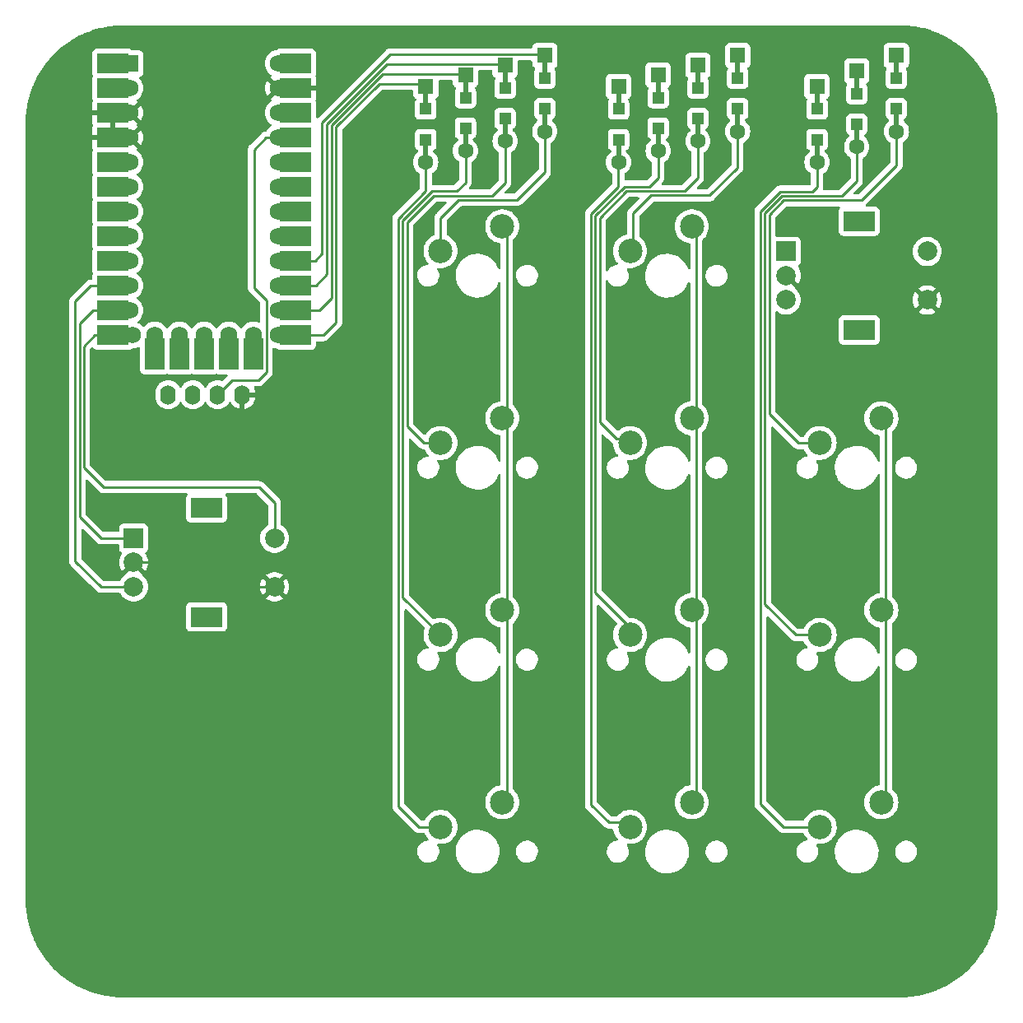
<source format=gbr>
%TF.GenerationSoftware,KiCad,Pcbnew,7.0.9-7.0.9~ubuntu22.04.1*%
%TF.CreationDate,2023-12-14T18:44:13-05:00*%
%TF.ProjectId,macrocoaster_v2,6d616372-6f63-46f6-9173-7465725f7632,rev?*%
%TF.SameCoordinates,Original*%
%TF.FileFunction,Copper,L1,Top*%
%TF.FilePolarity,Positive*%
%FSLAX46Y46*%
G04 Gerber Fmt 4.6, Leading zero omitted, Abs format (unit mm)*
G04 Created by KiCad (PCBNEW 7.0.9-7.0.9~ubuntu22.04.1) date 2023-12-14 18:44:13*
%MOMM*%
%LPD*%
G01*
G04 APERTURE LIST*
%TA.AperFunction,ComponentPad*%
%ADD10R,1.752600X1.752600*%
%TD*%
%TA.AperFunction,SMDPad,CuDef*%
%ADD11R,3.250000X2.000000*%
%TD*%
%TA.AperFunction,ComponentPad*%
%ADD12C,1.752600*%
%TD*%
%TA.AperFunction,SMDPad,CuDef*%
%ADD13R,2.000000X3.250000*%
%TD*%
%TA.AperFunction,ComponentPad*%
%ADD14O,1.600000X2.000000*%
%TD*%
%TA.AperFunction,ComponentPad*%
%ADD15C,2.500000*%
%TD*%
%TA.AperFunction,ComponentPad*%
%ADD16C,1.600000*%
%TD*%
%TA.AperFunction,SMDPad,CuDef*%
%ADD17R,0.500000X2.500000*%
%TD*%
%TA.AperFunction,SMDPad,CuDef*%
%ADD18R,1.200000X1.200000*%
%TD*%
%TA.AperFunction,ComponentPad*%
%ADD19R,1.600000X1.600000*%
%TD*%
%TA.AperFunction,ComponentPad*%
%ADD20R,2.000000X2.000000*%
%TD*%
%TA.AperFunction,ComponentPad*%
%ADD21C,2.000000*%
%TD*%
%TA.AperFunction,ComponentPad*%
%ADD22R,3.200000X2.000000*%
%TD*%
%TA.AperFunction,ViaPad*%
%ADD23C,0.800000*%
%TD*%
%TA.AperFunction,Conductor*%
%ADD24C,0.250000*%
%TD*%
G04 APERTURE END LIST*
D10*
%TO.P,U1,1,TX0/PD3*%
%TO.N,unconnected-(U1-TX0{slash}PD3-Pad1)*%
X61250000Y-45920000D03*
D11*
X59472000Y-45920000D03*
D12*
%TO.P,U1,2,RX1/PD2*%
%TO.N,unconnected-(U1-RX1{slash}PD2-Pad2)*%
X61250000Y-48460000D03*
D11*
X59472000Y-48460000D03*
D12*
%TO.P,U1,3,GND*%
%TO.N,GND*%
X61250000Y-51000000D03*
D11*
X59472000Y-51000000D03*
D12*
%TO.P,U1,4,GND*%
X61250000Y-53540000D03*
D11*
X59472000Y-53540000D03*
D12*
%TO.P,U1,5,2/PD1*%
%TO.N,SDA*%
X61250000Y-56080000D03*
D11*
X59472000Y-56080000D03*
D12*
%TO.P,U1,6,3/PD0*%
%TO.N,SCL*%
X61250000Y-58620000D03*
D11*
X59472000Y-58620000D03*
D12*
%TO.P,U1,7,4/PD4*%
%TO.N,Rot But 0*%
X61250000Y-61160000D03*
D11*
X59472000Y-61160000D03*
D12*
%TO.P,U1,8,5/PC6*%
%TO.N,Rot 0*%
X61250000Y-63700000D03*
D11*
X59472000Y-63700000D03*
D12*
%TO.P,U1,9,6/PD7*%
%TO.N,Rot 1*%
X61250000Y-66240000D03*
D11*
X59472000Y-66240000D03*
D12*
%TO.P,U1,10,7/PE6*%
%TO.N,Rot 3*%
X61250000Y-68780000D03*
D11*
X59472000Y-68780000D03*
D12*
%TO.P,U1,11,8/PB4*%
%TO.N,Rot 2*%
X61250000Y-71320000D03*
D11*
X59472000Y-71320000D03*
D12*
%TO.P,U1,12,9/PB5*%
%TO.N,Rot But 1*%
X61478600Y-73860000D03*
D11*
X59472000Y-73860000D03*
%TO.P,U1,13,10/PB6*%
%TO.N,Row 3*%
X78268000Y-73860000D03*
D12*
X76490000Y-73860000D03*
D11*
%TO.P,U1,14,16/PB2*%
%TO.N,Row 2*%
X78268000Y-71320000D03*
D12*
X76490000Y-71320000D03*
D11*
%TO.P,U1,15,14/PB3*%
%TO.N,Row 1*%
X78268000Y-68780000D03*
D12*
X76490000Y-68780000D03*
D11*
%TO.P,U1,16,15/PB1*%
%TO.N,Row 0*%
X78268000Y-66240000D03*
D12*
X76490000Y-66240000D03*
D11*
%TO.P,U1,17,A0/PF7*%
%TO.N,Col 0*%
X78268000Y-63700000D03*
D12*
X76490000Y-63700000D03*
D11*
%TO.P,U1,18,A1/PF6*%
%TO.N,Col 1*%
X78268000Y-61160000D03*
D12*
X76490000Y-61160000D03*
D11*
%TO.P,U1,19,A2/PF5*%
%TO.N,Col 2*%
X78268000Y-58620000D03*
D12*
X76490000Y-58620000D03*
D11*
%TO.P,U1,20,A3/PF4*%
%TO.N,unconnected-(U1-A3{slash}PF4-Pad20)*%
X78268000Y-56080000D03*
D12*
X76490000Y-56080000D03*
D11*
%TO.P,U1,21,VCC*%
%TO.N,VCC*%
X78268000Y-53540000D03*
D12*
X76490000Y-53540000D03*
D11*
%TO.P,U1,22,RST*%
%TO.N,unconnected-(U1-RST-Pad22)*%
X78268000Y-51000000D03*
D12*
X76490000Y-51000000D03*
D11*
%TO.P,U1,23,GND*%
%TO.N,GND*%
X78268000Y-48460000D03*
D12*
X76490000Y-48460000D03*
D11*
%TO.P,U1,24,B0*%
%TO.N,unconnected-(U1-B0-Pad24)*%
X78268000Y-45920000D03*
D12*
X76490000Y-45920000D03*
%TO.P,U1,25,B7*%
%TO.N,unconnected-(U1-B7-Pad25)*%
X63790000Y-73860000D03*
D13*
X63790000Y-75765000D03*
D12*
%TO.P,U1,26,D5*%
%TO.N,unconnected-(U1-D5-Pad26)*%
X66330000Y-73860000D03*
D13*
X66330000Y-75765000D03*
D12*
%TO.P,U1,27,C7*%
%TO.N,unconnected-(U1-C7-Pad27)*%
X68870000Y-73860000D03*
D13*
X68870000Y-75765000D03*
D12*
%TO.P,U1,28,F1*%
%TO.N,unconnected-(U1-F1-Pad28)*%
X71410000Y-73860000D03*
D13*
X71410000Y-75765000D03*
D12*
%TO.P,U1,29,F0*%
%TO.N,unconnected-(U1-F0-Pad29)*%
X73950000Y-73860000D03*
D13*
X73950000Y-75765000D03*
%TD*%
D14*
%TO.P,Brd1,4,SDA*%
%TO.N,SDA*%
X65170000Y-80000000D03*
%TO.P,Brd1,3,SCL*%
%TO.N,SCL*%
X67710000Y-80000000D03*
%TO.P,Brd1,1,GND*%
%TO.N,GND*%
X72790000Y-80000000D03*
%TO.P,Brd1,2,VCC*%
%TO.N,VCC*%
X70250000Y-80000000D03*
%TD*%
D15*
%TO.P,SW2,1,1*%
%TO.N,Net-(D2-A)*%
X112690000Y-65210000D03*
%TO.P,SW2,2,2*%
%TO.N,Col 1*%
X119040000Y-62670000D03*
%TD*%
%TO.P,SW3,1,1*%
%TO.N,Net-(D3-A)*%
X93190000Y-84960000D03*
%TO.P,SW3,2,2*%
%TO.N,Col 0*%
X99540000Y-82420000D03*
%TD*%
D16*
%TO.P,D8,2,A*%
%TO.N,Net-(D8-A)*%
X136000000Y-54487500D03*
D17*
X136000000Y-53287500D03*
D18*
X136000000Y-52162500D03*
%TO.P,D8,1,K*%
%TO.N,Row 2*%
X136000000Y-49012500D03*
D17*
X136000000Y-47887500D03*
D19*
X136000000Y-46687500D03*
%TD*%
%TO.P,D2,1,K*%
%TO.N,Row 0*%
X123750000Y-45100000D03*
D17*
X123750000Y-46300000D03*
D18*
X123750000Y-47425000D03*
%TO.P,D2,2,A*%
%TO.N,Net-(D2-A)*%
X123750000Y-50575000D03*
D17*
X123750000Y-51700000D03*
D16*
X123750000Y-52900000D03*
%TD*%
D15*
%TO.P,SW11,1,1*%
%TO.N,Net-(D11-A)*%
X132190000Y-124460000D03*
%TO.P,SW11,2,2*%
%TO.N,Col 2*%
X138540000Y-121920000D03*
%TD*%
D19*
%TO.P,D11,1,K*%
%TO.N,Row 3*%
X131916667Y-48275000D03*
D17*
X131916667Y-49475000D03*
D18*
X131916667Y-50600000D03*
%TO.P,D11,2,A*%
%TO.N,Net-(D11-A)*%
X131916667Y-53750000D03*
D17*
X131916667Y-54875000D03*
D16*
X131916667Y-56075000D03*
%TD*%
D15*
%TO.P,SW4,2,2*%
%TO.N,Col 1*%
X119040000Y-82420000D03*
%TO.P,SW4,1,1*%
%TO.N,Net-(D4-A)*%
X112690000Y-84960000D03*
%TD*%
D20*
%TO.P,SW13,A,A*%
%TO.N,Rot 0*%
X128750000Y-65250000D03*
D21*
%TO.P,SW13,B,B*%
%TO.N,Rot 1*%
X128750000Y-70250000D03*
%TO.P,SW13,C,C*%
%TO.N,GND*%
X128750000Y-67750000D03*
D22*
%TO.P,SW13,MP*%
%TO.N,N/C*%
X136250000Y-62150000D03*
X136250000Y-73350000D03*
D21*
%TO.P,SW13,S1,S1*%
%TO.N,GND*%
X143250000Y-70250000D03*
%TO.P,SW13,S2,S2*%
%TO.N,Rot But 0*%
X143250000Y-65250000D03*
%TD*%
D15*
%TO.P,SW5,1,1*%
%TO.N,Net-(D5-A)*%
X132190000Y-84960000D03*
%TO.P,SW5,2,2*%
%TO.N,Col 2*%
X138540000Y-82420000D03*
%TD*%
D19*
%TO.P,D1,1,K*%
%TO.N,Row 0*%
X103916667Y-45100000D03*
D17*
X103916667Y-46300000D03*
D18*
X103916667Y-47425000D03*
%TO.P,D1,2,A*%
%TO.N,Net-(D1-A)*%
X103916667Y-50575000D03*
D17*
X103916667Y-51700000D03*
D16*
X103916667Y-52900000D03*
%TD*%
D15*
%TO.P,SW8,2,2*%
%TO.N,Col 2*%
X138540000Y-102170000D03*
%TO.P,SW8,1,1*%
%TO.N,Net-(D8-A)*%
X132190000Y-104710000D03*
%TD*%
D19*
%TO.P,D7,1,K*%
%TO.N,Row 2*%
X115583333Y-47100000D03*
D17*
X115583333Y-48300000D03*
D18*
X115583333Y-49425000D03*
%TO.P,D7,2,A*%
%TO.N,Net-(D7-A)*%
X115583333Y-52575000D03*
D17*
X115583333Y-53700000D03*
D16*
X115583333Y-54900000D03*
%TD*%
D15*
%TO.P,SW10,1,1*%
%TO.N,Net-(D10-A)*%
X112690000Y-124460000D03*
%TO.P,SW10,2,2*%
%TO.N,Col 1*%
X119040000Y-121920000D03*
%TD*%
%TO.P,SW9,2,2*%
%TO.N,Col 0*%
X99540000Y-121920000D03*
%TO.P,SW9,1,1*%
%TO.N,Net-(D9-A)*%
X93190000Y-124460000D03*
%TD*%
D19*
%TO.P,D4,1,K*%
%TO.N,Row 1*%
X119666666Y-46100000D03*
D17*
X119666666Y-47300000D03*
D18*
X119666666Y-48425000D03*
%TO.P,D4,2,A*%
%TO.N,Net-(D4-A)*%
X119666666Y-51575000D03*
D17*
X119666666Y-52700000D03*
D16*
X119666666Y-53900000D03*
%TD*%
D20*
%TO.P,SW14,A,A*%
%TO.N,Rot 2*%
X61620000Y-94750000D03*
D21*
%TO.P,SW14,B,B*%
%TO.N,Rot 3*%
X61620000Y-99750000D03*
%TO.P,SW14,C,C*%
%TO.N,GND*%
X61620000Y-97250000D03*
D22*
%TO.P,SW14,MP*%
%TO.N,N/C*%
X69120000Y-91650000D03*
X69120000Y-102850000D03*
D21*
%TO.P,SW14,S1,S1*%
%TO.N,GND*%
X76120000Y-99750000D03*
%TO.P,SW14,S2,S2*%
%TO.N,Rot But 1*%
X76120000Y-94750000D03*
%TD*%
D15*
%TO.P,SW7,1,1*%
%TO.N,Net-(D7-A)*%
X112690000Y-104710000D03*
%TO.P,SW7,2,2*%
%TO.N,Col 1*%
X119040000Y-102170000D03*
%TD*%
D19*
%TO.P,D5,1,K*%
%TO.N,Row 1*%
X140083334Y-45100000D03*
D17*
X140083334Y-46300000D03*
D18*
X140083334Y-47425000D03*
%TO.P,D5,2,A*%
%TO.N,Net-(D5-A)*%
X140083334Y-50575000D03*
D17*
X140083334Y-51700000D03*
D16*
X140083334Y-52900000D03*
%TD*%
%TO.P,D3,2,A*%
%TO.N,Net-(D3-A)*%
X99833333Y-53900000D03*
D17*
X99833333Y-52700000D03*
D18*
X99833333Y-51575000D03*
%TO.P,D3,1,K*%
%TO.N,Row 1*%
X99833333Y-48425000D03*
D17*
X99833333Y-47300000D03*
D19*
X99833333Y-46100000D03*
%TD*%
%TO.P,D6,1,K*%
%TO.N,Row 2*%
X95750000Y-47100000D03*
D17*
X95750000Y-48300000D03*
D18*
X95750000Y-49425000D03*
%TO.P,D6,2,A*%
%TO.N,Net-(D6-A)*%
X95750000Y-52575000D03*
D17*
X95750000Y-53700000D03*
D16*
X95750000Y-54900000D03*
%TD*%
D15*
%TO.P,SW6,2,2*%
%TO.N,Col 0*%
X99540000Y-102170000D03*
%TO.P,SW6,1,1*%
%TO.N,Net-(D6-A)*%
X93190000Y-104710000D03*
%TD*%
D16*
%TO.P,D9,2,A*%
%TO.N,Net-(D9-A)*%
X91666667Y-56075000D03*
D17*
X91666667Y-54875000D03*
D18*
X91666667Y-53750000D03*
%TO.P,D9,1,K*%
%TO.N,Row 3*%
X91666667Y-50600000D03*
D17*
X91666667Y-49475000D03*
D19*
X91666667Y-48275000D03*
%TD*%
D15*
%TO.P,SW1,1,1*%
%TO.N,Net-(D1-A)*%
X93190000Y-65210000D03*
%TO.P,SW1,2,2*%
%TO.N,Col 0*%
X99540000Y-62670000D03*
%TD*%
D19*
%TO.P,D10,1,K*%
%TO.N,Row 3*%
X111500000Y-48275000D03*
D17*
X111500000Y-49475000D03*
D18*
X111500000Y-50600000D03*
%TO.P,D10,2,A*%
%TO.N,Net-(D10-A)*%
X111500000Y-53750000D03*
D17*
X111500000Y-54875000D03*
D16*
X111500000Y-56075000D03*
%TD*%
D23*
%TO.N,GND*%
X113600000Y-48200000D03*
X121825000Y-45875000D03*
X117550000Y-46975000D03*
X131775000Y-45875000D03*
X129050000Y-48325000D03*
X106300000Y-45475000D03*
X108800000Y-48375000D03*
X71875000Y-53625000D03*
X71875000Y-56125000D03*
X71875000Y-59075000D03*
X111500000Y-62500000D03*
%TD*%
D24*
%TO.N,VCC*%
X76490000Y-53540000D02*
X75225000Y-53540000D01*
X75225000Y-53540000D02*
X74000000Y-54765000D01*
X74000000Y-54765000D02*
X74000000Y-69000000D01*
X74000000Y-69000000D02*
X75288700Y-70288700D01*
X75288700Y-70288700D02*
X75288700Y-77701300D01*
X75288700Y-77701300D02*
X74490000Y-78500000D01*
X74490000Y-78500000D02*
X71750000Y-78500000D01*
X71750000Y-78500000D02*
X70250000Y-80000000D01*
%TO.N,Net-(D10-A)*%
X108660000Y-122160000D02*
X108660000Y-61417208D01*
%TO.N,Col 2*%
X139230000Y-101460000D02*
X138770000Y-101920000D01*
X139000000Y-82630000D02*
X139000000Y-101460000D01*
X139000000Y-102085000D02*
X139000000Y-120915000D01*
%TO.N,Col 1*%
X119730000Y-81915000D02*
X119270000Y-82375000D01*
X119500000Y-82540000D02*
X119500000Y-101370000D01*
X119500000Y-102625000D02*
X119500000Y-121455000D01*
X119500000Y-63085000D02*
X119500000Y-81915000D01*
%TO.N,Col 0*%
X100000000Y-102670000D02*
X100000000Y-121500000D01*
X100000000Y-82585000D02*
X100000000Y-101415000D01*
X99540000Y-62670000D02*
X100000000Y-63130000D01*
X100000000Y-63130000D02*
X100000000Y-81960000D01*
X100230000Y-81960000D02*
X99770000Y-82420000D01*
%TO.N,Rot 3*%
X61620000Y-99750000D02*
X58250000Y-99750000D01*
X58250000Y-99750000D02*
X55600000Y-97100000D01*
X55600000Y-97100000D02*
X55600000Y-70400000D01*
X55600000Y-70400000D02*
X57220000Y-68780000D01*
X57220000Y-68780000D02*
X59472000Y-68780000D01*
%TO.N,Rot 2*%
X61620000Y-94750000D02*
X58250000Y-94750000D01*
X58250000Y-94750000D02*
X56050000Y-92550000D01*
X56050000Y-92550000D02*
X56050000Y-72700000D01*
X56050000Y-72700000D02*
X57430000Y-71320000D01*
X57430000Y-71320000D02*
X59472000Y-71320000D01*
%TO.N,Rot But 1*%
X76120000Y-94750000D02*
X76120000Y-91120000D01*
X76120000Y-91120000D02*
X74500000Y-89500000D01*
X74500000Y-89500000D02*
X58500000Y-89500000D01*
X58500000Y-89500000D02*
X56500000Y-87500000D01*
X56500000Y-87500000D02*
X56500000Y-75000000D01*
X56500000Y-75000000D02*
X57640000Y-73860000D01*
X57640000Y-73860000D02*
X59472000Y-73860000D01*
%TO.N,GND*%
X80500000Y-95370000D02*
X80500000Y-83000000D01*
X76120000Y-99750000D02*
X80500000Y-95370000D01*
X77500000Y-80000000D02*
X72790000Y-80000000D01*
X80500000Y-83000000D02*
X77500000Y-80000000D01*
X61620000Y-97250000D02*
X67750000Y-97250000D01*
X67750000Y-97250000D02*
X70250000Y-99750000D01*
X70250000Y-99750000D02*
X76120000Y-99750000D01*
%TO.N,Net-(D11-A)*%
X131916667Y-56075000D02*
X131916667Y-58583333D01*
X131916667Y-58583333D02*
X131400000Y-59100000D01*
X131400000Y-59100000D02*
X128127208Y-59100000D01*
X128127208Y-59100000D02*
X126100000Y-61127208D01*
X126100000Y-61127208D02*
X126100000Y-122100000D01*
X126100000Y-122100000D02*
X128460000Y-124460000D01*
X128460000Y-124460000D02*
X132190000Y-124460000D01*
%TO.N,Net-(D9-A)*%
X93190000Y-124460000D02*
X90960000Y-124460000D01*
X90960000Y-124460000D02*
X88850000Y-122350000D01*
X91666667Y-59060541D02*
X91666667Y-56075000D01*
X88850000Y-122350000D02*
X88850000Y-61877208D01*
X88850000Y-61877208D02*
X91666667Y-59060541D01*
%TO.N,Net-(D10-A)*%
X113000000Y-124000000D02*
X110500000Y-124000000D01*
X110500000Y-124000000D02*
X108660000Y-122160000D01*
X108660000Y-61417208D02*
X111476667Y-58600541D01*
X111476667Y-58600541D02*
X111476667Y-55615000D01*
%TO.N,Net-(D8-A)*%
X132190000Y-104710000D02*
X129710000Y-104710000D01*
X129710000Y-104710000D02*
X126550000Y-101550000D01*
X126550000Y-101550000D02*
X126550000Y-61313604D01*
X134450000Y-59550000D02*
X136000000Y-58000000D01*
X126550000Y-61313604D02*
X128313604Y-59550000D01*
X128313604Y-59550000D02*
X134450000Y-59550000D01*
X136000000Y-58000000D02*
X136000000Y-54487500D01*
%TO.N,Net-(D5-A)*%
X132190000Y-84960000D02*
X129960000Y-84960000D01*
X129960000Y-84960000D02*
X127000000Y-82000000D01*
X127000000Y-61500000D02*
X128500000Y-60000000D01*
X127000000Y-82000000D02*
X127000000Y-61500000D01*
X140083334Y-56416666D02*
X140083334Y-52900000D01*
X128500000Y-60000000D02*
X136500000Y-60000000D01*
X136500000Y-60000000D02*
X140083334Y-56416666D01*
%TO.N,Net-(D7-A)*%
X115560000Y-54440000D02*
X115560000Y-57702500D01*
%TO.N,Net-(D4-A)*%
X109560000Y-61790000D02*
X112310000Y-59040000D01*
X111270000Y-84500000D02*
X109560000Y-82790000D01*
X109560000Y-82790000D02*
X109560000Y-61790000D01*
%TO.N,Net-(D2-A)*%
X123726667Y-52440000D02*
X123726667Y-56623333D01*
X113000000Y-61350000D02*
X113000000Y-64750000D01*
%TO.N,Net-(D4-A)*%
X112310000Y-59040000D02*
X118310000Y-59040000D01*
X113000000Y-84500000D02*
X111270000Y-84500000D01*
X118310000Y-59040000D02*
X119643333Y-57706667D01*
%TO.N,Net-(D2-A)*%
X123726667Y-56623333D02*
X120860000Y-59490000D01*
%TO.N,Net-(D4-A)*%
X119643333Y-53440000D02*
X119643333Y-57706667D01*
%TO.N,Net-(D7-A)*%
X113000000Y-104250000D02*
X109110000Y-100360000D01*
X112123604Y-58590000D02*
X114672500Y-58590000D01*
X114672500Y-58590000D02*
X115560000Y-57702500D01*
X109110000Y-61603604D02*
X112123604Y-58590000D01*
X109110000Y-100360000D02*
X109110000Y-61603604D01*
%TO.N,Net-(D2-A)*%
X114860000Y-59490000D02*
X113000000Y-61350000D01*
X120860000Y-59490000D02*
X114860000Y-59490000D01*
%TO.N,Net-(D1-A)*%
X101050000Y-59950000D02*
X95050000Y-59950000D01*
X95050000Y-59950000D02*
X93190000Y-61810000D01*
%TO.N,Net-(D6-A)*%
X89300000Y-100820000D02*
X89300000Y-62063604D01*
X89300000Y-62063604D02*
X92313604Y-59050000D01*
X94862500Y-59050000D02*
X95750000Y-58162500D01*
X92313604Y-59050000D02*
X94862500Y-59050000D01*
X93190000Y-104710000D02*
X89300000Y-100820000D01*
%TO.N,Net-(D3-A)*%
X99833333Y-53900000D02*
X99833333Y-58166667D01*
%TO.N,Net-(D1-A)*%
X103916667Y-57083333D02*
X101050000Y-59950000D01*
%TO.N,Net-(D3-A)*%
X98500000Y-59500000D02*
X99833333Y-58166667D01*
X93190000Y-84960000D02*
X91460000Y-84960000D01*
X92500000Y-59500000D02*
X98500000Y-59500000D01*
%TO.N,Net-(D1-A)*%
X93190000Y-61810000D02*
X93190000Y-65210000D01*
X103916667Y-52900000D02*
X103916667Y-57083333D01*
%TO.N,Net-(D3-A)*%
X89750000Y-83250000D02*
X89750000Y-62250000D01*
X91460000Y-84960000D02*
X89750000Y-83250000D01*
X89750000Y-62250000D02*
X92500000Y-59500000D01*
%TO.N,Net-(D6-A)*%
X95750000Y-54900000D02*
X95750000Y-58162500D01*
%TO.N,Row 0*%
X80260000Y-66240000D02*
X78268000Y-66240000D01*
X81000000Y-65500000D02*
X80260000Y-66240000D01*
X81000000Y-52000000D02*
X81000000Y-65500000D01*
X88025000Y-44975000D02*
X81000000Y-52000000D01*
X103791667Y-44975000D02*
X88025000Y-44975000D01*
X103916667Y-45100000D02*
X103791667Y-44975000D01*
%TO.N,Row 1*%
X81500000Y-67625000D02*
X80345000Y-68780000D01*
X81500000Y-52136396D02*
X81500000Y-67625000D01*
X80345000Y-68780000D02*
X78268000Y-68780000D01*
X87661396Y-45975000D02*
X81500000Y-52136396D01*
X99708333Y-45975000D02*
X87661396Y-45975000D01*
X99833333Y-46100000D02*
X99708333Y-45975000D01*
%TO.N,Row 3*%
X81140000Y-73860000D02*
X78268000Y-73860000D01*
X82450000Y-52459188D02*
X82450000Y-72550000D01*
X82450000Y-72550000D02*
X81140000Y-73860000D01*
X86909188Y-48000000D02*
X82450000Y-52459188D01*
X91391667Y-48000000D02*
X86909188Y-48000000D01*
X91666667Y-48275000D02*
X91391667Y-48000000D01*
%TO.N,Row 2*%
X80680000Y-71320000D02*
X78268000Y-71320000D01*
X82000000Y-70000000D02*
X80680000Y-71320000D01*
X82000000Y-52272792D02*
X82000000Y-70000000D01*
X87272792Y-47000000D02*
X82000000Y-52272792D01*
X95650000Y-47000000D02*
X87272792Y-47000000D01*
X95750000Y-47100000D02*
X95650000Y-47000000D01*
%TD*%
%TA.AperFunction,Conductor*%
%TO.N,GND*%
G36*
X113567586Y-59685185D02*
G01*
X113613341Y-59737989D01*
X113623285Y-59807147D01*
X113594260Y-59870703D01*
X113588228Y-59877181D01*
X112616208Y-60849199D01*
X112603951Y-60859020D01*
X112604134Y-60859241D01*
X112598123Y-60864213D01*
X112550772Y-60914636D01*
X112529889Y-60935519D01*
X112529877Y-60935532D01*
X112525621Y-60941017D01*
X112521837Y-60945447D01*
X112489937Y-60979418D01*
X112489936Y-60979420D01*
X112480284Y-60996976D01*
X112469610Y-61013226D01*
X112457329Y-61029061D01*
X112457324Y-61029068D01*
X112438815Y-61071838D01*
X112436245Y-61077084D01*
X112413803Y-61117906D01*
X112408822Y-61137307D01*
X112402521Y-61155710D01*
X112394562Y-61174102D01*
X112394561Y-61174105D01*
X112387271Y-61220127D01*
X112386087Y-61225846D01*
X112374501Y-61270972D01*
X112374500Y-61270982D01*
X112374500Y-61291016D01*
X112372973Y-61310415D01*
X112369840Y-61330194D01*
X112369840Y-61330195D01*
X112374225Y-61376583D01*
X112374500Y-61382421D01*
X112374500Y-63383917D01*
X112354815Y-63450956D01*
X112302011Y-63496711D01*
X112287050Y-63502408D01*
X112048673Y-63575938D01*
X111812303Y-63689767D01*
X111812302Y-63689768D01*
X111595520Y-63837567D01*
X111403198Y-64016014D01*
X111239614Y-64221143D01*
X111108432Y-64448356D01*
X111012582Y-64692578D01*
X111012576Y-64692597D01*
X110954197Y-64948374D01*
X110954196Y-64948379D01*
X110934592Y-65209995D01*
X110934592Y-65210004D01*
X110954196Y-65471620D01*
X110954197Y-65471625D01*
X111012576Y-65727402D01*
X111012578Y-65727411D01*
X111012580Y-65727416D01*
X111108432Y-65971643D01*
X111239614Y-66198857D01*
X111403195Y-66403981D01*
X111403197Y-66403983D01*
X111403198Y-66403984D01*
X111412569Y-66412679D01*
X111448324Y-66472707D01*
X111445950Y-66542536D01*
X111406200Y-66599997D01*
X111341695Y-66626846D01*
X111340016Y-66627017D01*
X111206039Y-66639810D01*
X111206030Y-66639811D01*
X111206029Y-66639812D01*
X111206027Y-66639812D01*
X111206025Y-66639813D01*
X110999793Y-66700368D01*
X110808736Y-66798864D01*
X110639785Y-66931729D01*
X110639782Y-66931733D01*
X110499021Y-67094178D01*
X110416887Y-67236440D01*
X110366320Y-67284656D01*
X110297713Y-67297879D01*
X110232848Y-67271911D01*
X110192320Y-67214996D01*
X110185500Y-67174440D01*
X110185500Y-62100452D01*
X110205185Y-62033413D01*
X110221819Y-62012771D01*
X112532772Y-59701819D01*
X112594095Y-59668334D01*
X112620453Y-59665500D01*
X113500547Y-59665500D01*
X113567586Y-59685185D01*
G37*
%TD.AperFunction*%
%TA.AperFunction,Conductor*%
G36*
X56430703Y-93815739D02*
G01*
X56437181Y-93821771D01*
X57749197Y-95133788D01*
X57759022Y-95146051D01*
X57759243Y-95145869D01*
X57764214Y-95151878D01*
X57790217Y-95176295D01*
X57814635Y-95199226D01*
X57835529Y-95220120D01*
X57841011Y-95224373D01*
X57845443Y-95228157D01*
X57879418Y-95260062D01*
X57896976Y-95269714D01*
X57913233Y-95280393D01*
X57929064Y-95292673D01*
X57948737Y-95301186D01*
X57971833Y-95311182D01*
X57977077Y-95313750D01*
X58017908Y-95336197D01*
X58030523Y-95339435D01*
X58037305Y-95341177D01*
X58055719Y-95347481D01*
X58074104Y-95355438D01*
X58120157Y-95362732D01*
X58125826Y-95363906D01*
X58170981Y-95375500D01*
X58191016Y-95375500D01*
X58210413Y-95377026D01*
X58230196Y-95380160D01*
X58276584Y-95375775D01*
X58282422Y-95375500D01*
X59995501Y-95375500D01*
X60062540Y-95395185D01*
X60108295Y-95447989D01*
X60119501Y-95499500D01*
X60119501Y-95797876D01*
X60125908Y-95857483D01*
X60176202Y-95992328D01*
X60176206Y-95992335D01*
X60262452Y-96107544D01*
X60262455Y-96107547D01*
X60378986Y-96194783D01*
X60420857Y-96250717D01*
X60425841Y-96320408D01*
X60408484Y-96361870D01*
X60296267Y-96533631D01*
X60196412Y-96761282D01*
X60135387Y-97002261D01*
X60135385Y-97002270D01*
X60114859Y-97249994D01*
X60114859Y-97250005D01*
X60135385Y-97497729D01*
X60135387Y-97497738D01*
X60196412Y-97738717D01*
X60296266Y-97966364D01*
X60396564Y-98119882D01*
X61136922Y-97379523D01*
X61160507Y-97459844D01*
X61238239Y-97580798D01*
X61346900Y-97674952D01*
X61477685Y-97734680D01*
X61487466Y-97736086D01*
X60744100Y-98479450D01*
X60733482Y-98526148D01*
X60701376Y-98563556D01*
X60600255Y-98642262D01*
X60431833Y-98825217D01*
X60295824Y-99033396D01*
X60288405Y-99050311D01*
X60243449Y-99103797D01*
X60176713Y-99124486D01*
X60174850Y-99124500D01*
X58560452Y-99124500D01*
X58493413Y-99104815D01*
X58472771Y-99088181D01*
X56261819Y-96877228D01*
X56228334Y-96815905D01*
X56225500Y-96789547D01*
X56225500Y-93909452D01*
X56245185Y-93842413D01*
X56297989Y-93796658D01*
X56367147Y-93786714D01*
X56430703Y-93815739D01*
G37*
%TD.AperFunction*%
%TA.AperFunction,Conductor*%
G36*
X140913711Y-42013001D02*
G01*
X141105829Y-42019039D01*
X141109416Y-42019258D01*
X141457743Y-42050911D01*
X141719286Y-42075634D01*
X141722719Y-42076058D01*
X142054824Y-42126603D01*
X142328084Y-42169884D01*
X142331305Y-42170484D01*
X142653925Y-42239738D01*
X142929860Y-42301418D01*
X142932954Y-42302194D01*
X143247653Y-42389924D01*
X143522409Y-42469748D01*
X143525298Y-42470666D01*
X143732638Y-42542215D01*
X143832236Y-42576584D01*
X144103414Y-42674214D01*
X144106118Y-42675259D01*
X144404917Y-42799026D01*
X144564934Y-42868271D01*
X144671985Y-42914597D01*
X144963228Y-43056404D01*
X145107010Y-43129664D01*
X145223305Y-43188919D01*
X145504901Y-43347740D01*
X145756681Y-43496642D01*
X146027784Y-43671923D01*
X146215507Y-43799500D01*
X146270073Y-43836583D01*
X146529823Y-44027710D01*
X146761545Y-44207452D01*
X146988244Y-44396382D01*
X147009110Y-44413772D01*
X147229232Y-44607836D01*
X147463810Y-44828653D01*
X147671346Y-45036189D01*
X147892163Y-45270767D01*
X148086227Y-45490889D01*
X148118782Y-45529952D01*
X148292539Y-45738445D01*
X148454997Y-45947883D01*
X148472284Y-45970169D01*
X148663416Y-46229926D01*
X148732505Y-46331588D01*
X148828086Y-46472231D01*
X148911019Y-46600500D01*
X149003351Y-46743308D01*
X149152267Y-46995111D01*
X149311075Y-47276684D01*
X149443595Y-47536771D01*
X149585402Y-47828014D01*
X149700971Y-48095077D01*
X149824736Y-48393874D01*
X149825790Y-48396599D01*
X149923415Y-48667763D01*
X150029329Y-48974692D01*
X150030259Y-48977619D01*
X150110080Y-49252362D01*
X150114252Y-49267328D01*
X150197800Y-49567031D01*
X150198584Y-49570155D01*
X150260274Y-49846137D01*
X150329506Y-50168655D01*
X150330124Y-50171969D01*
X150373418Y-50445318D01*
X150423935Y-50777239D01*
X150424366Y-50780734D01*
X150449095Y-51042332D01*
X150480737Y-51390540D01*
X150480961Y-51394204D01*
X150487004Y-51586494D01*
X150499500Y-52000000D01*
X150499500Y-132000000D01*
X150487004Y-132413505D01*
X150480961Y-132605794D01*
X150480737Y-132609458D01*
X150449095Y-132957667D01*
X150424366Y-133219264D01*
X150423935Y-133222759D01*
X150373418Y-133554681D01*
X150330124Y-133828029D01*
X150329506Y-133831343D01*
X150260274Y-134153862D01*
X150198584Y-134429843D01*
X150197800Y-134432967D01*
X150110083Y-134747624D01*
X150030259Y-135022379D01*
X150029329Y-135025306D01*
X149923415Y-135332236D01*
X149825790Y-135603399D01*
X149824736Y-135606124D01*
X149700971Y-135904922D01*
X149585402Y-136171985D01*
X149443595Y-136463228D01*
X149311075Y-136723315D01*
X149152267Y-137004888D01*
X149003351Y-137256691D01*
X148828087Y-137527768D01*
X148663416Y-137770073D01*
X148472284Y-138029830D01*
X148292534Y-138261561D01*
X148086227Y-138509110D01*
X147892163Y-138729232D01*
X147671346Y-138963810D01*
X147463810Y-139171346D01*
X147229232Y-139392163D01*
X147009110Y-139586227D01*
X146761561Y-139792534D01*
X146600491Y-139917473D01*
X146529830Y-139972284D01*
X146270073Y-140163416D01*
X146027768Y-140328087D01*
X145756691Y-140503351D01*
X145504888Y-140652267D01*
X145223315Y-140811075D01*
X144963228Y-140943595D01*
X144671985Y-141085402D01*
X144404922Y-141200971D01*
X144106124Y-141324736D01*
X144103399Y-141325790D01*
X143832236Y-141423415D01*
X143525306Y-141529329D01*
X143522379Y-141530259D01*
X143247624Y-141610083D01*
X142932967Y-141697800D01*
X142929843Y-141698584D01*
X142653862Y-141760274D01*
X142331343Y-141829506D01*
X142328029Y-141830124D01*
X142054681Y-141873418D01*
X141722759Y-141923935D01*
X141719264Y-141924366D01*
X141457667Y-141949095D01*
X141109458Y-141980737D01*
X141105794Y-141980961D01*
X140913505Y-141987004D01*
X140500000Y-141999500D01*
X60500000Y-141999500D01*
X60086494Y-141987004D01*
X59894204Y-141980961D01*
X59890540Y-141980737D01*
X59542332Y-141949095D01*
X59280734Y-141924366D01*
X59277239Y-141923935D01*
X58945318Y-141873418D01*
X58671969Y-141830124D01*
X58668655Y-141829506D01*
X58346137Y-141760274D01*
X58070155Y-141698584D01*
X58067031Y-141697800D01*
X57752387Y-141610087D01*
X57695834Y-141593657D01*
X57477619Y-141530259D01*
X57474692Y-141529329D01*
X57167763Y-141423415D01*
X56896599Y-141325790D01*
X56893874Y-141324736D01*
X56595077Y-141200971D01*
X56328014Y-141085402D01*
X56036771Y-140943595D01*
X55776684Y-140811075D01*
X55495111Y-140652267D01*
X55243308Y-140503351D01*
X55086410Y-140401909D01*
X54972231Y-140328086D01*
X54831588Y-140232505D01*
X54729926Y-140163416D01*
X54470180Y-139972292D01*
X54238445Y-139792539D01*
X53990889Y-139586227D01*
X53770767Y-139392163D01*
X53536189Y-139171346D01*
X53328653Y-138963810D01*
X53107836Y-138729232D01*
X52913772Y-138509110D01*
X52827315Y-138405370D01*
X52707452Y-138261545D01*
X52527702Y-138029812D01*
X52336583Y-137770073D01*
X52321746Y-137748242D01*
X52171923Y-137527784D01*
X51996643Y-137256684D01*
X51847732Y-137004888D01*
X51688924Y-136723315D01*
X51556404Y-136463228D01*
X51414597Y-136171985D01*
X51368271Y-136064934D01*
X51299026Y-135904917D01*
X51175259Y-135606118D01*
X51174208Y-135603399D01*
X51076584Y-135332236D01*
X50970669Y-135025306D01*
X50969748Y-135022409D01*
X50889916Y-134747624D01*
X50802194Y-134432954D01*
X50801414Y-134429843D01*
X50739725Y-134153862D01*
X50728136Y-134099874D01*
X50670484Y-133831305D01*
X50669884Y-133828084D01*
X50626603Y-133554824D01*
X50576058Y-133222719D01*
X50575634Y-133219286D01*
X50550911Y-132957743D01*
X50519258Y-132609416D01*
X50519039Y-132605829D01*
X50512992Y-132413414D01*
X50500500Y-132000000D01*
X50500500Y-103897870D01*
X67019500Y-103897870D01*
X67019501Y-103897876D01*
X67025908Y-103957483D01*
X67076202Y-104092328D01*
X67076206Y-104092335D01*
X67162452Y-104207544D01*
X67162455Y-104207547D01*
X67277664Y-104293793D01*
X67277671Y-104293797D01*
X67412517Y-104344091D01*
X67412516Y-104344091D01*
X67419444Y-104344835D01*
X67472127Y-104350500D01*
X70767872Y-104350499D01*
X70827483Y-104344091D01*
X70962331Y-104293796D01*
X71077546Y-104207546D01*
X71163796Y-104092331D01*
X71214091Y-103957483D01*
X71220500Y-103897873D01*
X71220499Y-101802128D01*
X71214091Y-101742517D01*
X71205488Y-101719452D01*
X71163797Y-101607671D01*
X71163793Y-101607664D01*
X71077547Y-101492455D01*
X71077544Y-101492452D01*
X70962335Y-101406206D01*
X70962328Y-101406202D01*
X70827482Y-101355908D01*
X70827483Y-101355908D01*
X70767883Y-101349501D01*
X70767881Y-101349500D01*
X70767873Y-101349500D01*
X70767864Y-101349500D01*
X67472129Y-101349500D01*
X67472123Y-101349501D01*
X67412516Y-101355908D01*
X67277671Y-101406202D01*
X67277664Y-101406206D01*
X67162455Y-101492452D01*
X67162452Y-101492455D01*
X67076206Y-101607664D01*
X67076202Y-101607671D01*
X67025908Y-101742517D01*
X67019501Y-101802116D01*
X67019501Y-101802123D01*
X67019500Y-101802135D01*
X67019500Y-103897870D01*
X50500500Y-103897870D01*
X50500500Y-70380195D01*
X54969840Y-70380195D01*
X54974225Y-70426583D01*
X54974500Y-70432421D01*
X54974500Y-97017255D01*
X54972775Y-97032872D01*
X54973061Y-97032899D01*
X54972326Y-97040665D01*
X54974500Y-97109814D01*
X54974500Y-97139343D01*
X54974501Y-97139360D01*
X54975368Y-97146231D01*
X54975826Y-97152050D01*
X54977290Y-97198624D01*
X54977291Y-97198627D01*
X54982880Y-97217867D01*
X54986824Y-97236911D01*
X54988479Y-97250005D01*
X54989336Y-97256791D01*
X55006490Y-97300119D01*
X55008382Y-97305647D01*
X55021381Y-97350388D01*
X55031580Y-97367634D01*
X55040138Y-97385103D01*
X55047514Y-97403732D01*
X55074898Y-97441423D01*
X55078106Y-97446307D01*
X55101827Y-97486416D01*
X55101833Y-97486424D01*
X55115990Y-97500580D01*
X55128628Y-97515376D01*
X55140405Y-97531586D01*
X55140406Y-97531587D01*
X55176309Y-97561288D01*
X55180620Y-97565210D01*
X57117584Y-99502175D01*
X57749197Y-100133788D01*
X57759022Y-100146051D01*
X57759243Y-100145869D01*
X57764214Y-100151878D01*
X57788786Y-100174952D01*
X57814635Y-100199226D01*
X57835529Y-100220120D01*
X57841011Y-100224373D01*
X57845443Y-100228157D01*
X57879418Y-100260062D01*
X57896976Y-100269714D01*
X57913233Y-100280393D01*
X57929064Y-100292673D01*
X57948737Y-100301186D01*
X57971833Y-100311182D01*
X57977077Y-100313750D01*
X58017908Y-100336197D01*
X58030523Y-100339435D01*
X58037305Y-100341177D01*
X58055719Y-100347481D01*
X58074104Y-100355438D01*
X58120157Y-100362732D01*
X58125826Y-100363906D01*
X58170981Y-100375500D01*
X58191016Y-100375500D01*
X58210413Y-100377026D01*
X58230196Y-100380160D01*
X58276584Y-100375775D01*
X58282422Y-100375500D01*
X60174850Y-100375500D01*
X60241889Y-100395185D01*
X60287644Y-100447989D01*
X60288405Y-100449689D01*
X60295824Y-100466603D01*
X60431833Y-100674782D01*
X60431836Y-100674785D01*
X60600256Y-100857738D01*
X60796491Y-101010474D01*
X60796493Y-101010475D01*
X61014332Y-101128364D01*
X61015190Y-101128828D01*
X61234141Y-101203994D01*
X61248964Y-101209083D01*
X61250386Y-101209571D01*
X61495665Y-101250500D01*
X61744335Y-101250500D01*
X61989614Y-101209571D01*
X62224810Y-101128828D01*
X62443509Y-101010474D01*
X62639744Y-100857738D01*
X62808164Y-100674785D01*
X62944173Y-100466607D01*
X63044063Y-100238881D01*
X63105108Y-99997821D01*
X63125643Y-99750005D01*
X74614859Y-99750005D01*
X74635385Y-99997729D01*
X74635387Y-99997738D01*
X74696412Y-100238717D01*
X74796266Y-100466364D01*
X74896564Y-100619882D01*
X75636923Y-99879523D01*
X75660507Y-99959844D01*
X75738239Y-100080798D01*
X75846900Y-100174952D01*
X75977685Y-100234680D01*
X75987466Y-100236086D01*
X75249942Y-100973609D01*
X75296768Y-101010055D01*
X75296770Y-101010056D01*
X75515385Y-101128364D01*
X75515396Y-101128369D01*
X75750506Y-101209083D01*
X75995707Y-101250000D01*
X76244293Y-101250000D01*
X76489493Y-101209083D01*
X76724603Y-101128369D01*
X76724614Y-101128364D01*
X76943228Y-101010057D01*
X76943231Y-101010055D01*
X76990056Y-100973609D01*
X76252533Y-100236086D01*
X76262315Y-100234680D01*
X76393100Y-100174952D01*
X76501761Y-100080798D01*
X76579493Y-99959844D01*
X76603076Y-99879524D01*
X77343434Y-100619882D01*
X77443731Y-100466369D01*
X77543587Y-100238717D01*
X77604612Y-99997738D01*
X77604614Y-99997729D01*
X77625141Y-99750005D01*
X77625141Y-99749994D01*
X77604614Y-99502270D01*
X77604612Y-99502261D01*
X77543587Y-99261282D01*
X77443731Y-99033630D01*
X77343434Y-98880116D01*
X76603076Y-99620475D01*
X76579493Y-99540156D01*
X76501761Y-99419202D01*
X76393100Y-99325048D01*
X76262315Y-99265320D01*
X76252534Y-99263913D01*
X76990057Y-98526390D01*
X76990056Y-98526389D01*
X76943229Y-98489943D01*
X76724614Y-98371635D01*
X76724603Y-98371630D01*
X76489493Y-98290916D01*
X76244293Y-98250000D01*
X75995707Y-98250000D01*
X75750506Y-98290916D01*
X75515396Y-98371630D01*
X75515390Y-98371632D01*
X75296761Y-98489949D01*
X75249942Y-98526388D01*
X75249942Y-98526390D01*
X75987466Y-99263913D01*
X75977685Y-99265320D01*
X75846900Y-99325048D01*
X75738239Y-99419202D01*
X75660507Y-99540156D01*
X75636923Y-99620475D01*
X74896564Y-98880116D01*
X74796267Y-99033632D01*
X74696412Y-99261282D01*
X74635387Y-99502261D01*
X74635385Y-99502270D01*
X74614859Y-99749994D01*
X74614859Y-99750005D01*
X63125643Y-99750005D01*
X63125643Y-99750000D01*
X63119686Y-99678111D01*
X63105109Y-99502187D01*
X63105107Y-99502175D01*
X63044063Y-99261118D01*
X62944173Y-99033393D01*
X62808166Y-98825217D01*
X62787860Y-98803159D01*
X62639744Y-98642262D01*
X62538623Y-98563556D01*
X62497810Y-98506846D01*
X62493697Y-98477249D01*
X61752533Y-97736086D01*
X61762315Y-97734680D01*
X61893100Y-97674952D01*
X62001761Y-97580798D01*
X62079493Y-97459844D01*
X62103076Y-97379524D01*
X62843434Y-98119882D01*
X62943731Y-97966369D01*
X63043587Y-97738717D01*
X63104612Y-97497738D01*
X63104614Y-97497729D01*
X63125141Y-97250005D01*
X63125141Y-97249994D01*
X63104614Y-97002270D01*
X63104612Y-97002261D01*
X63043587Y-96761282D01*
X62943732Y-96533632D01*
X62831515Y-96361870D01*
X62811328Y-96294981D01*
X62830508Y-96227795D01*
X62861013Y-96194782D01*
X62862329Y-96193796D01*
X62862331Y-96193796D01*
X62977546Y-96107546D01*
X63063796Y-95992331D01*
X63114091Y-95857483D01*
X63120500Y-95797873D01*
X63120499Y-93702128D01*
X63114091Y-93642517D01*
X63063796Y-93507669D01*
X63063795Y-93507668D01*
X63063793Y-93507664D01*
X62977547Y-93392455D01*
X62977544Y-93392452D01*
X62862335Y-93306206D01*
X62862328Y-93306202D01*
X62727482Y-93255908D01*
X62727483Y-93255908D01*
X62667883Y-93249501D01*
X62667881Y-93249500D01*
X62667873Y-93249500D01*
X62667864Y-93249500D01*
X60572129Y-93249500D01*
X60572123Y-93249501D01*
X60512516Y-93255908D01*
X60377671Y-93306202D01*
X60377664Y-93306206D01*
X60262455Y-93392452D01*
X60262452Y-93392455D01*
X60176206Y-93507664D01*
X60176202Y-93507671D01*
X60125908Y-93642517D01*
X60119501Y-93702116D01*
X60119501Y-93702123D01*
X60119500Y-93702135D01*
X60119500Y-94000500D01*
X60099815Y-94067539D01*
X60047011Y-94113294D01*
X59995500Y-94124500D01*
X58560452Y-94124500D01*
X58493413Y-94104815D01*
X58472771Y-94088181D01*
X56711819Y-92327228D01*
X56678334Y-92265905D01*
X56675500Y-92239547D01*
X56675500Y-88859452D01*
X56695185Y-88792413D01*
X56747989Y-88746658D01*
X56817147Y-88736714D01*
X56880703Y-88765739D01*
X56887178Y-88771768D01*
X57474962Y-89359553D01*
X57999197Y-89883788D01*
X58009022Y-89896051D01*
X58009243Y-89895869D01*
X58014214Y-89901878D01*
X58040217Y-89926295D01*
X58064635Y-89949226D01*
X58085529Y-89970120D01*
X58091011Y-89974373D01*
X58095443Y-89978157D01*
X58129418Y-90010062D01*
X58146976Y-90019714D01*
X58163235Y-90030395D01*
X58179064Y-90042673D01*
X58221838Y-90061182D01*
X58227056Y-90063738D01*
X58267908Y-90086197D01*
X58287316Y-90091180D01*
X58305717Y-90097480D01*
X58324104Y-90105437D01*
X58367488Y-90112308D01*
X58370119Y-90112725D01*
X58375839Y-90113909D01*
X58420981Y-90125500D01*
X58441016Y-90125500D01*
X58460414Y-90127026D01*
X58480194Y-90130159D01*
X58480195Y-90130160D01*
X58480195Y-90130159D01*
X58480196Y-90130160D01*
X58526584Y-90125775D01*
X58532422Y-90125500D01*
X67039714Y-90125500D01*
X67106753Y-90145185D01*
X67152508Y-90197989D01*
X67162452Y-90267147D01*
X67138980Y-90323810D01*
X67110725Y-90361553D01*
X67076204Y-90407668D01*
X67076202Y-90407671D01*
X67025908Y-90542517D01*
X67019501Y-90602116D01*
X67019501Y-90602123D01*
X67019500Y-90602135D01*
X67019500Y-92697870D01*
X67019501Y-92697876D01*
X67025908Y-92757483D01*
X67076202Y-92892328D01*
X67076206Y-92892335D01*
X67162452Y-93007544D01*
X67162455Y-93007547D01*
X67277664Y-93093793D01*
X67277671Y-93093797D01*
X67412517Y-93144091D01*
X67412516Y-93144091D01*
X67419444Y-93144835D01*
X67472127Y-93150500D01*
X70767872Y-93150499D01*
X70827483Y-93144091D01*
X70962331Y-93093796D01*
X71077546Y-93007546D01*
X71163796Y-92892331D01*
X71214091Y-92757483D01*
X71220500Y-92697873D01*
X71220499Y-90602128D01*
X71214091Y-90542517D01*
X71163796Y-90407669D01*
X71101019Y-90323810D01*
X71076602Y-90258348D01*
X71091453Y-90190074D01*
X71140858Y-90140669D01*
X71200286Y-90125500D01*
X74189548Y-90125500D01*
X74256587Y-90145185D01*
X74277229Y-90161819D01*
X75458181Y-91342771D01*
X75491666Y-91404094D01*
X75494500Y-91430452D01*
X75494500Y-93308479D01*
X75474815Y-93375518D01*
X75429519Y-93417533D01*
X75296496Y-93489522D01*
X75296494Y-93489523D01*
X75100257Y-93642261D01*
X74931833Y-93825217D01*
X74795826Y-94033393D01*
X74695936Y-94261118D01*
X74634892Y-94502175D01*
X74634890Y-94502187D01*
X74614357Y-94749994D01*
X74614357Y-94750005D01*
X74634890Y-94997812D01*
X74634892Y-94997824D01*
X74695936Y-95238881D01*
X74795826Y-95466606D01*
X74931833Y-95674782D01*
X74931836Y-95674785D01*
X75100256Y-95857738D01*
X75296491Y-96010474D01*
X75515190Y-96128828D01*
X75750386Y-96209571D01*
X75995665Y-96250500D01*
X76244335Y-96250500D01*
X76489614Y-96209571D01*
X76724810Y-96128828D01*
X76943509Y-96010474D01*
X77139744Y-95857738D01*
X77308164Y-95674785D01*
X77444173Y-95466607D01*
X77544063Y-95238881D01*
X77605108Y-94997821D01*
X77625643Y-94750000D01*
X77605108Y-94502179D01*
X77544063Y-94261119D01*
X77444173Y-94033393D01*
X77363199Y-93909452D01*
X77308166Y-93825217D01*
X77272721Y-93786714D01*
X77139744Y-93642262D01*
X76943509Y-93489526D01*
X76943508Y-93489525D01*
X76943505Y-93489523D01*
X76943503Y-93489522D01*
X76810481Y-93417533D01*
X76760891Y-93368313D01*
X76745500Y-93308479D01*
X76745500Y-91202742D01*
X76747224Y-91187122D01*
X76746939Y-91187096D01*
X76747671Y-91179340D01*
X76747673Y-91179333D01*
X76745500Y-91110185D01*
X76745500Y-91080650D01*
X76744631Y-91073772D01*
X76744172Y-91067943D01*
X76742709Y-91021372D01*
X76737122Y-91002144D01*
X76733174Y-90983084D01*
X76730663Y-90963204D01*
X76713512Y-90919887D01*
X76711619Y-90914358D01*
X76698618Y-90869609D01*
X76698616Y-90869606D01*
X76688423Y-90852371D01*
X76679861Y-90834894D01*
X76672487Y-90816270D01*
X76672486Y-90816268D01*
X76645079Y-90778545D01*
X76641888Y-90773686D01*
X76618172Y-90733583D01*
X76618165Y-90733574D01*
X76604006Y-90719415D01*
X76591368Y-90704619D01*
X76579594Y-90688413D01*
X76543688Y-90658709D01*
X76539376Y-90654786D01*
X75000803Y-89116212D01*
X74990980Y-89103950D01*
X74990759Y-89104134D01*
X74985786Y-89098123D01*
X74935364Y-89050773D01*
X74924919Y-89040328D01*
X74914475Y-89029883D01*
X74908986Y-89025625D01*
X74904561Y-89021847D01*
X74870582Y-88989938D01*
X74870580Y-88989936D01*
X74870577Y-88989935D01*
X74853029Y-88980288D01*
X74836763Y-88969604D01*
X74820933Y-88957325D01*
X74778168Y-88938818D01*
X74772922Y-88936248D01*
X74732093Y-88913803D01*
X74732092Y-88913802D01*
X74712693Y-88908822D01*
X74694281Y-88902518D01*
X74675898Y-88894562D01*
X74675892Y-88894560D01*
X74629874Y-88887272D01*
X74624152Y-88886087D01*
X74579021Y-88874500D01*
X74579019Y-88874500D01*
X74558984Y-88874500D01*
X74539586Y-88872973D01*
X74532162Y-88871797D01*
X74519805Y-88869840D01*
X74519804Y-88869840D01*
X74473416Y-88874225D01*
X74467578Y-88874500D01*
X58810453Y-88874500D01*
X58743414Y-88854815D01*
X58722772Y-88838181D01*
X57161819Y-87277228D01*
X57128334Y-87215905D01*
X57125500Y-87189547D01*
X57125500Y-75310451D01*
X57145185Y-75243412D01*
X57161810Y-75222779D01*
X57250240Y-75134349D01*
X57311558Y-75100867D01*
X57381250Y-75105851D01*
X57437183Y-75147722D01*
X57489452Y-75217544D01*
X57489455Y-75217547D01*
X57604664Y-75303793D01*
X57604671Y-75303797D01*
X57739517Y-75354091D01*
X57739516Y-75354091D01*
X57746444Y-75354835D01*
X57799127Y-75360500D01*
X61144872Y-75360499D01*
X61204483Y-75354091D01*
X61339331Y-75303796D01*
X61395787Y-75261532D01*
X61461251Y-75237116D01*
X61470098Y-75236800D01*
X61592685Y-75236800D01*
X61817743Y-75199245D01*
X62033550Y-75125158D01*
X62106482Y-75085688D01*
X62174810Y-75071093D01*
X62240182Y-75095755D01*
X62281843Y-75151845D01*
X62289500Y-75194743D01*
X62289500Y-77437870D01*
X62289501Y-77437876D01*
X62295908Y-77497483D01*
X62346202Y-77632328D01*
X62346206Y-77632335D01*
X62432452Y-77747544D01*
X62432455Y-77747547D01*
X62547664Y-77833793D01*
X62547671Y-77833797D01*
X62682517Y-77884091D01*
X62682516Y-77884091D01*
X62689444Y-77884835D01*
X62742127Y-77890500D01*
X64837872Y-77890499D01*
X64897483Y-77884091D01*
X65016667Y-77839637D01*
X65086358Y-77834654D01*
X65103329Y-77839636D01*
X65222517Y-77884091D01*
X65222516Y-77884091D01*
X65229444Y-77884835D01*
X65282127Y-77890500D01*
X67377872Y-77890499D01*
X67437483Y-77884091D01*
X67556667Y-77839637D01*
X67626358Y-77834654D01*
X67643329Y-77839636D01*
X67762517Y-77884091D01*
X67762516Y-77884091D01*
X67769444Y-77884835D01*
X67822127Y-77890500D01*
X69917872Y-77890499D01*
X69977483Y-77884091D01*
X70096667Y-77839637D01*
X70166358Y-77834654D01*
X70183329Y-77839636D01*
X70302517Y-77884091D01*
X70302516Y-77884091D01*
X70309444Y-77884835D01*
X70362127Y-77890500D01*
X71175547Y-77890499D01*
X71242585Y-77910183D01*
X71288340Y-77962987D01*
X71298284Y-78032146D01*
X71269259Y-78095702D01*
X71263227Y-78102180D01*
X70822482Y-78542925D01*
X70761159Y-78576410D01*
X70702319Y-78572447D01*
X70701726Y-78574662D01*
X70476697Y-78514366D01*
X70476693Y-78514365D01*
X70476692Y-78514365D01*
X70476691Y-78514364D01*
X70476686Y-78514364D01*
X70250002Y-78494532D01*
X70249998Y-78494532D01*
X70023313Y-78514364D01*
X70023302Y-78514366D01*
X69803511Y-78573258D01*
X69803502Y-78573261D01*
X69597267Y-78669431D01*
X69597265Y-78669432D01*
X69410858Y-78799954D01*
X69249954Y-78960858D01*
X69119432Y-79147265D01*
X69119431Y-79147267D01*
X69092382Y-79205275D01*
X69046209Y-79257714D01*
X68979016Y-79276866D01*
X68912135Y-79256650D01*
X68867618Y-79205275D01*
X68840568Y-79147266D01*
X68710047Y-78960861D01*
X68710045Y-78960858D01*
X68549141Y-78799954D01*
X68362734Y-78669432D01*
X68362732Y-78669431D01*
X68156497Y-78573261D01*
X68156488Y-78573258D01*
X67936697Y-78514366D01*
X67936693Y-78514365D01*
X67936692Y-78514365D01*
X67936691Y-78514364D01*
X67936686Y-78514364D01*
X67710002Y-78494532D01*
X67709998Y-78494532D01*
X67483313Y-78514364D01*
X67483302Y-78514366D01*
X67263511Y-78573258D01*
X67263502Y-78573261D01*
X67057267Y-78669431D01*
X67057265Y-78669432D01*
X66870858Y-78799954D01*
X66709954Y-78960858D01*
X66579432Y-79147265D01*
X66579431Y-79147267D01*
X66552382Y-79205275D01*
X66506209Y-79257714D01*
X66439016Y-79276866D01*
X66372135Y-79256650D01*
X66327618Y-79205275D01*
X66300568Y-79147266D01*
X66170047Y-78960861D01*
X66170045Y-78960858D01*
X66009141Y-78799954D01*
X65822734Y-78669432D01*
X65822732Y-78669431D01*
X65616497Y-78573261D01*
X65616488Y-78573258D01*
X65396697Y-78514366D01*
X65396693Y-78514365D01*
X65396692Y-78514365D01*
X65396691Y-78514364D01*
X65396686Y-78514364D01*
X65170002Y-78494532D01*
X65169998Y-78494532D01*
X64943313Y-78514364D01*
X64943302Y-78514366D01*
X64723511Y-78573258D01*
X64723502Y-78573261D01*
X64517267Y-78669431D01*
X64517265Y-78669432D01*
X64330858Y-78799954D01*
X64169954Y-78960858D01*
X64039432Y-79147265D01*
X64039431Y-79147267D01*
X63943261Y-79353502D01*
X63943258Y-79353511D01*
X63884366Y-79573302D01*
X63884364Y-79573312D01*
X63869500Y-79743216D01*
X63869500Y-80256784D01*
X63884364Y-80426687D01*
X63884366Y-80426697D01*
X63943258Y-80646488D01*
X63943261Y-80646497D01*
X64039431Y-80852732D01*
X64039432Y-80852734D01*
X64169954Y-81039141D01*
X64330858Y-81200045D01*
X64330861Y-81200047D01*
X64517266Y-81330568D01*
X64723504Y-81426739D01*
X64943308Y-81485635D01*
X65105230Y-81499801D01*
X65169998Y-81505468D01*
X65170000Y-81505468D01*
X65170002Y-81505468D01*
X65226673Y-81500509D01*
X65396692Y-81485635D01*
X65616496Y-81426739D01*
X65822734Y-81330568D01*
X66009139Y-81200047D01*
X66170047Y-81039139D01*
X66300568Y-80852734D01*
X66327618Y-80794724D01*
X66373790Y-80742285D01*
X66440983Y-80723133D01*
X66507865Y-80743348D01*
X66552382Y-80794725D01*
X66579429Y-80852728D01*
X66579432Y-80852734D01*
X66709954Y-81039141D01*
X66870858Y-81200045D01*
X66870861Y-81200047D01*
X67057266Y-81330568D01*
X67263504Y-81426739D01*
X67483308Y-81485635D01*
X67645230Y-81499801D01*
X67709998Y-81505468D01*
X67710000Y-81505468D01*
X67710002Y-81505468D01*
X67766673Y-81500509D01*
X67936692Y-81485635D01*
X68156496Y-81426739D01*
X68362734Y-81330568D01*
X68549139Y-81200047D01*
X68710047Y-81039139D01*
X68840568Y-80852734D01*
X68867618Y-80794724D01*
X68913790Y-80742285D01*
X68980983Y-80723133D01*
X69047865Y-80743348D01*
X69092382Y-80794725D01*
X69119429Y-80852728D01*
X69119432Y-80852734D01*
X69249954Y-81039141D01*
X69410858Y-81200045D01*
X69410861Y-81200047D01*
X69597266Y-81330568D01*
X69803504Y-81426739D01*
X70023308Y-81485635D01*
X70185230Y-81499801D01*
X70249998Y-81505468D01*
X70250000Y-81505468D01*
X70250002Y-81505468D01*
X70306673Y-81500509D01*
X70476692Y-81485635D01*
X70696496Y-81426739D01*
X70902734Y-81330568D01*
X71089139Y-81200047D01*
X71250047Y-81039139D01*
X71380568Y-80852734D01*
X71407895Y-80794129D01*
X71454064Y-80741695D01*
X71521257Y-80722542D01*
X71588139Y-80742757D01*
X71632657Y-80794133D01*
X71659865Y-80852482D01*
X71790342Y-81038820D01*
X71951179Y-81199657D01*
X72137517Y-81330134D01*
X72343673Y-81426265D01*
X72343682Y-81426269D01*
X72539999Y-81478872D01*
X72540000Y-81478871D01*
X72540000Y-80435501D01*
X72647685Y-80484680D01*
X72754237Y-80500000D01*
X72825763Y-80500000D01*
X72932315Y-80484680D01*
X73040000Y-80435501D01*
X73040000Y-81478872D01*
X73236317Y-81426269D01*
X73236326Y-81426265D01*
X73442482Y-81330134D01*
X73628820Y-81199657D01*
X73789657Y-81038820D01*
X73920134Y-80852482D01*
X74016265Y-80646326D01*
X74016269Y-80646317D01*
X74075139Y-80426610D01*
X74075141Y-80426599D01*
X74090000Y-80256763D01*
X74090000Y-80250000D01*
X73223686Y-80250000D01*
X73249493Y-80209844D01*
X73290000Y-80071889D01*
X73290000Y-79928111D01*
X73249493Y-79790156D01*
X73223686Y-79750000D01*
X74090000Y-79750000D01*
X74090000Y-79743237D01*
X74075141Y-79573400D01*
X74075139Y-79573389D01*
X74016269Y-79353682D01*
X74016265Y-79353673D01*
X73992126Y-79301905D01*
X73981634Y-79232827D01*
X74010154Y-79169043D01*
X74068630Y-79130804D01*
X74104508Y-79125500D01*
X74407257Y-79125500D01*
X74422877Y-79127224D01*
X74422904Y-79126939D01*
X74430660Y-79127671D01*
X74430667Y-79127673D01*
X74499814Y-79125500D01*
X74529350Y-79125500D01*
X74536228Y-79124630D01*
X74542041Y-79124172D01*
X74588627Y-79122709D01*
X74607869Y-79117117D01*
X74626912Y-79113174D01*
X74646792Y-79110664D01*
X74690122Y-79093507D01*
X74695646Y-79091617D01*
X74699396Y-79090527D01*
X74740390Y-79078618D01*
X74757629Y-79068422D01*
X74775103Y-79059862D01*
X74793727Y-79052488D01*
X74793727Y-79052487D01*
X74793732Y-79052486D01*
X74831449Y-79025082D01*
X74836305Y-79021892D01*
X74876420Y-78998170D01*
X74890589Y-78983999D01*
X74905379Y-78971368D01*
X74921587Y-78959594D01*
X74951299Y-78923676D01*
X74955212Y-78919376D01*
X75672487Y-78202102D01*
X75684742Y-78192286D01*
X75684559Y-78192064D01*
X75690566Y-78187092D01*
X75690577Y-78187086D01*
X75721475Y-78154182D01*
X75737927Y-78136664D01*
X75748371Y-78126218D01*
X75758820Y-78115771D01*
X75763079Y-78110278D01*
X75766852Y-78105861D01*
X75798762Y-78071882D01*
X75808413Y-78054324D01*
X75819096Y-78038061D01*
X75831373Y-78022236D01*
X75849885Y-77979453D01*
X75852438Y-77974241D01*
X75874897Y-77933392D01*
X75879880Y-77913980D01*
X75886181Y-77895580D01*
X75894137Y-77877196D01*
X75901429Y-77831152D01*
X75902606Y-77825471D01*
X75914200Y-77780319D01*
X75914200Y-77760283D01*
X75915727Y-77740882D01*
X75918860Y-77721104D01*
X75914475Y-77674715D01*
X75914200Y-77668877D01*
X75914200Y-75291673D01*
X75933885Y-75224634D01*
X75986689Y-75178879D01*
X76055847Y-75168935D01*
X76078460Y-75174391D01*
X76150857Y-75199245D01*
X76262849Y-75217932D01*
X76316751Y-75240974D01*
X76400669Y-75303796D01*
X76400672Y-75303797D01*
X76535517Y-75354091D01*
X76535516Y-75354091D01*
X76542444Y-75354835D01*
X76595127Y-75360500D01*
X79940872Y-75360499D01*
X80000483Y-75354091D01*
X80135331Y-75303796D01*
X80250546Y-75217546D01*
X80336796Y-75102331D01*
X80387091Y-74967483D01*
X80393500Y-74907873D01*
X80393500Y-74609500D01*
X80413185Y-74542461D01*
X80465989Y-74496706D01*
X80517500Y-74485500D01*
X81057257Y-74485500D01*
X81072877Y-74487224D01*
X81072904Y-74486939D01*
X81080660Y-74487671D01*
X81080667Y-74487673D01*
X81149814Y-74485500D01*
X81179350Y-74485500D01*
X81186228Y-74484630D01*
X81192041Y-74484172D01*
X81238627Y-74482709D01*
X81257869Y-74477117D01*
X81276912Y-74473174D01*
X81296792Y-74470664D01*
X81340122Y-74453507D01*
X81345646Y-74451617D01*
X81349396Y-74450527D01*
X81390390Y-74438618D01*
X81407629Y-74428422D01*
X81425103Y-74419862D01*
X81443727Y-74412488D01*
X81443727Y-74412487D01*
X81443732Y-74412486D01*
X81481449Y-74385082D01*
X81486305Y-74381892D01*
X81526420Y-74358170D01*
X81540589Y-74343999D01*
X81555379Y-74331368D01*
X81571587Y-74319594D01*
X81601299Y-74283676D01*
X81605212Y-74279376D01*
X82833786Y-73050802D01*
X82846048Y-73040980D01*
X82845865Y-73040759D01*
X82851867Y-73035792D01*
X82851877Y-73035786D01*
X82899241Y-72985348D01*
X82920120Y-72964470D01*
X82924373Y-72958986D01*
X82928150Y-72954563D01*
X82960062Y-72920582D01*
X82969714Y-72903023D01*
X82980389Y-72886772D01*
X82992674Y-72870936D01*
X83011186Y-72828152D01*
X83013742Y-72822935D01*
X83036197Y-72782092D01*
X83041180Y-72762680D01*
X83047477Y-72744291D01*
X83055438Y-72725895D01*
X83062729Y-72679853D01*
X83063908Y-72674162D01*
X83075500Y-72629019D01*
X83075500Y-72608983D01*
X83077027Y-72589582D01*
X83077728Y-72585158D01*
X83080160Y-72569804D01*
X83075775Y-72523415D01*
X83075500Y-72517577D01*
X83075500Y-61857403D01*
X88219840Y-61857403D01*
X88224225Y-61903791D01*
X88224500Y-61909629D01*
X88224500Y-122267255D01*
X88222775Y-122282872D01*
X88223061Y-122282899D01*
X88222326Y-122290665D01*
X88224500Y-122359814D01*
X88224500Y-122389343D01*
X88224501Y-122389360D01*
X88225368Y-122396231D01*
X88225826Y-122402050D01*
X88227290Y-122448624D01*
X88227291Y-122448627D01*
X88232880Y-122467867D01*
X88236824Y-122486911D01*
X88239336Y-122506792D01*
X88255027Y-122546424D01*
X88256490Y-122550119D01*
X88258382Y-122555647D01*
X88271381Y-122600388D01*
X88281580Y-122617634D01*
X88290138Y-122635103D01*
X88297514Y-122653732D01*
X88324898Y-122691423D01*
X88328106Y-122696307D01*
X88351827Y-122736416D01*
X88351833Y-122736424D01*
X88365990Y-122750580D01*
X88378628Y-122765376D01*
X88390405Y-122781586D01*
X88390406Y-122781587D01*
X88426309Y-122811288D01*
X88430620Y-122815210D01*
X89449727Y-123834317D01*
X90459194Y-124843784D01*
X90469019Y-124856048D01*
X90469240Y-124855866D01*
X90474210Y-124861873D01*
X90474213Y-124861876D01*
X90474214Y-124861877D01*
X90524651Y-124909241D01*
X90545530Y-124930120D01*
X90551001Y-124934364D01*
X90555442Y-124938156D01*
X90589418Y-124970062D01*
X90589422Y-124970064D01*
X90606973Y-124979713D01*
X90623231Y-124990392D01*
X90639064Y-125002674D01*
X90661015Y-125012172D01*
X90681837Y-125021183D01*
X90687081Y-125023752D01*
X90727908Y-125046197D01*
X90747312Y-125051179D01*
X90765710Y-125057478D01*
X90784105Y-125065438D01*
X90830129Y-125072726D01*
X90835832Y-125073907D01*
X90880981Y-125085500D01*
X90901016Y-125085500D01*
X90920413Y-125087026D01*
X90940196Y-125090160D01*
X90986584Y-125085775D01*
X90992422Y-125085500D01*
X91470459Y-125085500D01*
X91537498Y-125105185D01*
X91583253Y-125157989D01*
X91585874Y-125164166D01*
X91608432Y-125221643D01*
X91608434Y-125221647D01*
X91613176Y-125229860D01*
X91739614Y-125448857D01*
X91903195Y-125653981D01*
X91903197Y-125653983D01*
X91903198Y-125653984D01*
X91912569Y-125662679D01*
X91948324Y-125722707D01*
X91945950Y-125792536D01*
X91906200Y-125849997D01*
X91841695Y-125876846D01*
X91840016Y-125877017D01*
X91706039Y-125889810D01*
X91706030Y-125889811D01*
X91706029Y-125889812D01*
X91706027Y-125889812D01*
X91706025Y-125889813D01*
X91499793Y-125950368D01*
X91308736Y-126048864D01*
X91139785Y-126181729D01*
X91139782Y-126181733D01*
X90999021Y-126344178D01*
X90891553Y-126530319D01*
X90821251Y-126733442D01*
X90821250Y-126733444D01*
X90790661Y-126946200D01*
X90790660Y-126946202D01*
X90800887Y-127160901D01*
X90826519Y-127266557D01*
X90851563Y-127369790D01*
X90940854Y-127565310D01*
X91065534Y-127740399D01*
X91065535Y-127740400D01*
X91065540Y-127740406D01*
X91221094Y-127888725D01*
X91221096Y-127888726D01*
X91221097Y-127888727D01*
X91401920Y-128004935D01*
X91601468Y-128084822D01*
X91706998Y-128105161D01*
X91812527Y-128125500D01*
X91812528Y-128125500D01*
X91973612Y-128125500D01*
X91973618Y-128125500D01*
X92133971Y-128110188D01*
X92340209Y-128049631D01*
X92531259Y-127951138D01*
X92700217Y-127818268D01*
X92840976Y-127655824D01*
X92948448Y-127469677D01*
X93018750Y-127266554D01*
X93046237Y-127075373D01*
X94745723Y-127075373D01*
X94775881Y-127375160D01*
X94775882Y-127375162D01*
X94845728Y-127668252D01*
X94845733Y-127668266D01*
X94954020Y-127949427D01*
X94954024Y-127949436D01*
X95098825Y-128213665D01*
X95098829Y-128213671D01*
X95277551Y-128456234D01*
X95277554Y-128456238D01*
X95277561Y-128456245D01*
X95487019Y-128672823D01*
X95723478Y-128859553D01*
X95723480Y-128859554D01*
X95723485Y-128859558D01*
X95982730Y-129013109D01*
X96260128Y-129130736D01*
X96550729Y-129210340D01*
X96849347Y-129250500D01*
X96849351Y-129250500D01*
X97075252Y-129250500D01*
X97239164Y-129239526D01*
X97300634Y-129235412D01*
X97595903Y-129175396D01*
X97880537Y-129076560D01*
X98149459Y-128940668D01*
X98397869Y-128770144D01*
X98621333Y-128568032D01*
X98815865Y-128337939D01*
X98977993Y-128083970D01*
X99104823Y-127810658D01*
X99194093Y-127522879D01*
X99244209Y-127225770D01*
X99253556Y-126946202D01*
X100950660Y-126946202D01*
X100960887Y-127160901D01*
X100986519Y-127266557D01*
X101011563Y-127369790D01*
X101100854Y-127565310D01*
X101225534Y-127740399D01*
X101225535Y-127740400D01*
X101225540Y-127740406D01*
X101381094Y-127888725D01*
X101381096Y-127888726D01*
X101381097Y-127888727D01*
X101561920Y-128004935D01*
X101761468Y-128084822D01*
X101866998Y-128105161D01*
X101972527Y-128125500D01*
X101972528Y-128125500D01*
X102133612Y-128125500D01*
X102133618Y-128125500D01*
X102293971Y-128110188D01*
X102500209Y-128049631D01*
X102691259Y-127951138D01*
X102860217Y-127818268D01*
X103000976Y-127655824D01*
X103108448Y-127469677D01*
X103178750Y-127266554D01*
X103209339Y-127053797D01*
X103199112Y-126839096D01*
X103148437Y-126630210D01*
X103059146Y-126434690D01*
X102934466Y-126259601D01*
X102934464Y-126259599D01*
X102934459Y-126259593D01*
X102778905Y-126111274D01*
X102598080Y-125995065D01*
X102398530Y-125915177D01*
X102187473Y-125874500D01*
X102187472Y-125874500D01*
X102026382Y-125874500D01*
X101866050Y-125889810D01*
X101866029Y-125889812D01*
X101866025Y-125889813D01*
X101659793Y-125950368D01*
X101468736Y-126048864D01*
X101299785Y-126181729D01*
X101299782Y-126181733D01*
X101159021Y-126344178D01*
X101051553Y-126530319D01*
X100981251Y-126733442D01*
X100981250Y-126733444D01*
X100950661Y-126946200D01*
X100950660Y-126946202D01*
X99253556Y-126946202D01*
X99254277Y-126924631D01*
X99224118Y-126624838D01*
X99154269Y-126331739D01*
X99045977Y-126050566D01*
X98901175Y-125786335D01*
X98722446Y-125543762D01*
X98512980Y-125327176D01*
X98379347Y-125221647D01*
X98276521Y-125140446D01*
X98276517Y-125140443D01*
X98276515Y-125140442D01*
X98017270Y-124986891D01*
X97739872Y-124869264D01*
X97739863Y-124869261D01*
X97449272Y-124789660D01*
X97374616Y-124779620D01*
X97150653Y-124749500D01*
X96924756Y-124749500D01*
X96924748Y-124749500D01*
X96699368Y-124764587D01*
X96699359Y-124764589D01*
X96404094Y-124824604D01*
X96119464Y-124923439D01*
X96119459Y-124923441D01*
X95850546Y-125059328D01*
X95602125Y-125229860D01*
X95378665Y-125431969D01*
X95184132Y-125662064D01*
X95022006Y-125916030D01*
X95022005Y-125916032D01*
X94931404Y-126111274D01*
X94895177Y-126189342D01*
X94888614Y-126210499D01*
X94805907Y-126477118D01*
X94796933Y-126530323D01*
X94755791Y-126774230D01*
X94750042Y-126946202D01*
X94745723Y-127075373D01*
X93046237Y-127075373D01*
X93049339Y-127053797D01*
X93039112Y-126839096D01*
X92988437Y-126630210D01*
X92899146Y-126434690D01*
X92870664Y-126394692D01*
X92847811Y-126328665D01*
X92864284Y-126260765D01*
X92914851Y-126212549D01*
X92983458Y-126199326D01*
X92990140Y-126200148D01*
X93058818Y-126210500D01*
X93321182Y-126210500D01*
X93580615Y-126171396D01*
X93831323Y-126094063D01*
X94067704Y-125980228D01*
X94284479Y-125832433D01*
X94476805Y-125653981D01*
X94640386Y-125448857D01*
X94771568Y-125221643D01*
X94867420Y-124977416D01*
X94925802Y-124721630D01*
X94932657Y-124630159D01*
X94945408Y-124460004D01*
X94945408Y-124459995D01*
X94925803Y-124198379D01*
X94925802Y-124198374D01*
X94925802Y-124198370D01*
X94867420Y-123942584D01*
X94771568Y-123698357D01*
X94640386Y-123471143D01*
X94476805Y-123266019D01*
X94476803Y-123266017D01*
X94476801Y-123266014D01*
X94284479Y-123087567D01*
X94067704Y-122939772D01*
X94067700Y-122939770D01*
X94067697Y-122939768D01*
X94067696Y-122939767D01*
X93831325Y-122825938D01*
X93831327Y-122825938D01*
X93580623Y-122748606D01*
X93580619Y-122748605D01*
X93580615Y-122748604D01*
X93455823Y-122729794D01*
X93321187Y-122709500D01*
X93321182Y-122709500D01*
X93058818Y-122709500D01*
X93058812Y-122709500D01*
X92897247Y-122733853D01*
X92799385Y-122748604D01*
X92799382Y-122748605D01*
X92799376Y-122748606D01*
X92548673Y-122825938D01*
X92312303Y-122939767D01*
X92312302Y-122939768D01*
X92095520Y-123087567D01*
X91903198Y-123266014D01*
X91739614Y-123471143D01*
X91608434Y-123698352D01*
X91608432Y-123698356D01*
X91608432Y-123698357D01*
X91585885Y-123755803D01*
X91543072Y-123811015D01*
X91477202Y-123834317D01*
X91470459Y-123834500D01*
X91270452Y-123834500D01*
X91203413Y-123814815D01*
X91182771Y-123798181D01*
X89511819Y-122127228D01*
X89478334Y-122065905D01*
X89475500Y-122039547D01*
X89475500Y-102179452D01*
X89495185Y-102112413D01*
X89547989Y-102066658D01*
X89617147Y-102056714D01*
X89680703Y-102085739D01*
X89687181Y-102091771D01*
X91532798Y-103937388D01*
X91566283Y-103998711D01*
X91561299Y-104068403D01*
X91560545Y-104070371D01*
X91512582Y-104192578D01*
X91512576Y-104192597D01*
X91454197Y-104448374D01*
X91454196Y-104448379D01*
X91434592Y-104709995D01*
X91434592Y-104710004D01*
X91454196Y-104971620D01*
X91454197Y-104971625D01*
X91512576Y-105227402D01*
X91512578Y-105227411D01*
X91512580Y-105227416D01*
X91608432Y-105471643D01*
X91739614Y-105698857D01*
X91903195Y-105903981D01*
X91903197Y-105903983D01*
X91903198Y-105903984D01*
X91912569Y-105912679D01*
X91948324Y-105972707D01*
X91945950Y-106042536D01*
X91906200Y-106099997D01*
X91841695Y-106126846D01*
X91840016Y-106127017D01*
X91706039Y-106139810D01*
X91706030Y-106139811D01*
X91706029Y-106139812D01*
X91706027Y-106139812D01*
X91706025Y-106139813D01*
X91499793Y-106200368D01*
X91308736Y-106298864D01*
X91139785Y-106431729D01*
X91139782Y-106431733D01*
X90999021Y-106594178D01*
X90891553Y-106780319D01*
X90821251Y-106983442D01*
X90821250Y-106983444D01*
X90790661Y-107196200D01*
X90790660Y-107196202D01*
X90800887Y-107410901D01*
X90826519Y-107516557D01*
X90851563Y-107619790D01*
X90940854Y-107815310D01*
X91065534Y-107990399D01*
X91065535Y-107990400D01*
X91065540Y-107990406D01*
X91221094Y-108138725D01*
X91221096Y-108138726D01*
X91221097Y-108138727D01*
X91401920Y-108254935D01*
X91601468Y-108334822D01*
X91706998Y-108355161D01*
X91812527Y-108375500D01*
X91812528Y-108375500D01*
X91973612Y-108375500D01*
X91973618Y-108375500D01*
X92133971Y-108360188D01*
X92340209Y-108299631D01*
X92531259Y-108201138D01*
X92700217Y-108068268D01*
X92840976Y-107905824D01*
X92948448Y-107719677D01*
X93018750Y-107516554D01*
X93046237Y-107325373D01*
X94745723Y-107325373D01*
X94775881Y-107625160D01*
X94775882Y-107625162D01*
X94845728Y-107918252D01*
X94845733Y-107918266D01*
X94954020Y-108199427D01*
X94954024Y-108199436D01*
X95098825Y-108463665D01*
X95098829Y-108463671D01*
X95277551Y-108706234D01*
X95277554Y-108706238D01*
X95277561Y-108706245D01*
X95487019Y-108922823D01*
X95723478Y-109109553D01*
X95723480Y-109109554D01*
X95723485Y-109109558D01*
X95982730Y-109263109D01*
X96260128Y-109380736D01*
X96550729Y-109460340D01*
X96849347Y-109500500D01*
X96849351Y-109500500D01*
X97075252Y-109500500D01*
X97239164Y-109489526D01*
X97300634Y-109485412D01*
X97595903Y-109425396D01*
X97880537Y-109326560D01*
X98149459Y-109190668D01*
X98397869Y-109020144D01*
X98621333Y-108818032D01*
X98815865Y-108587939D01*
X98977993Y-108333970D01*
X99104823Y-108060658D01*
X99132068Y-107972828D01*
X99170730Y-107914632D01*
X99234720Y-107886576D01*
X99303719Y-107897569D01*
X99355822Y-107944121D01*
X99374500Y-108009568D01*
X99374500Y-120067962D01*
X99354815Y-120135001D01*
X99302011Y-120180756D01*
X99268982Y-120190576D01*
X99149385Y-120208604D01*
X99149383Y-120208604D01*
X99149380Y-120208605D01*
X98898673Y-120285938D01*
X98662303Y-120399767D01*
X98662302Y-120399768D01*
X98445520Y-120547567D01*
X98253198Y-120726014D01*
X98089614Y-120931143D01*
X97958432Y-121158356D01*
X97862582Y-121402578D01*
X97862576Y-121402597D01*
X97804197Y-121658374D01*
X97804196Y-121658379D01*
X97784592Y-121919995D01*
X97784592Y-121920004D01*
X97804196Y-122181620D01*
X97804197Y-122181625D01*
X97804197Y-122181629D01*
X97804198Y-122181630D01*
X97808241Y-122199343D01*
X97862576Y-122437402D01*
X97862578Y-122437411D01*
X97862580Y-122437416D01*
X97958432Y-122681643D01*
X98089614Y-122908857D01*
X98221736Y-123074533D01*
X98253198Y-123113985D01*
X98417048Y-123266014D01*
X98445521Y-123292433D01*
X98662296Y-123440228D01*
X98662301Y-123440230D01*
X98662302Y-123440231D01*
X98662303Y-123440232D01*
X98787843Y-123500688D01*
X98898673Y-123554061D01*
X98898674Y-123554061D01*
X98898677Y-123554063D01*
X99149385Y-123631396D01*
X99408818Y-123670500D01*
X99671182Y-123670500D01*
X99930615Y-123631396D01*
X100181323Y-123554063D01*
X100417704Y-123440228D01*
X100634479Y-123292433D01*
X100826805Y-123113981D01*
X100990386Y-122908857D01*
X101121568Y-122681643D01*
X101217420Y-122437416D01*
X101275802Y-122181630D01*
X101275803Y-122181620D01*
X101295408Y-121920004D01*
X101295408Y-121919995D01*
X101275803Y-121658379D01*
X101275802Y-121658374D01*
X101275802Y-121658370D01*
X101217420Y-121402584D01*
X101121568Y-121158357D01*
X100990386Y-120931143D01*
X100826805Y-120726019D01*
X100826803Y-120726017D01*
X100826799Y-120726012D01*
X100826796Y-120726009D01*
X100665159Y-120576032D01*
X100629404Y-120516004D01*
X100625500Y-120485134D01*
X100625500Y-107196202D01*
X100950660Y-107196202D01*
X100960887Y-107410901D01*
X100986519Y-107516557D01*
X101011563Y-107619790D01*
X101100854Y-107815310D01*
X101225534Y-107990399D01*
X101225535Y-107990400D01*
X101225540Y-107990406D01*
X101381094Y-108138725D01*
X101381096Y-108138726D01*
X101381097Y-108138727D01*
X101561920Y-108254935D01*
X101761468Y-108334822D01*
X101866998Y-108355161D01*
X101972527Y-108375500D01*
X101972528Y-108375500D01*
X102133612Y-108375500D01*
X102133618Y-108375500D01*
X102293971Y-108360188D01*
X102500209Y-108299631D01*
X102691259Y-108201138D01*
X102860217Y-108068268D01*
X103000976Y-107905824D01*
X103108448Y-107719677D01*
X103178750Y-107516554D01*
X103209339Y-107303797D01*
X103199112Y-107089096D01*
X103148437Y-106880210D01*
X103059146Y-106684690D01*
X102934466Y-106509601D01*
X102934464Y-106509599D01*
X102934459Y-106509593D01*
X102778905Y-106361274D01*
X102598080Y-106245065D01*
X102398530Y-106165177D01*
X102187473Y-106124500D01*
X102187472Y-106124500D01*
X102026382Y-106124500D01*
X101866050Y-106139810D01*
X101866029Y-106139812D01*
X101866025Y-106139813D01*
X101659793Y-106200368D01*
X101468736Y-106298864D01*
X101299785Y-106431729D01*
X101299782Y-106431733D01*
X101159021Y-106594178D01*
X101051553Y-106780319D01*
X100981251Y-106983442D01*
X100981250Y-106983444D01*
X100950661Y-107196200D01*
X100950660Y-107196202D01*
X100625500Y-107196202D01*
X100625500Y-103604865D01*
X100645185Y-103537826D01*
X100665159Y-103513966D01*
X100826801Y-103363985D01*
X100826801Y-103363983D01*
X100826805Y-103363981D01*
X100990386Y-103158857D01*
X101121568Y-102931643D01*
X101217420Y-102687416D01*
X101275802Y-102431630D01*
X101295408Y-102170000D01*
X101275802Y-101908370D01*
X101217420Y-101652584D01*
X101121568Y-101408357D01*
X100990386Y-101181143D01*
X100826805Y-100976019D01*
X100826803Y-100976017D01*
X100826799Y-100976012D01*
X100826796Y-100976009D01*
X100665159Y-100826032D01*
X100629404Y-100766004D01*
X100625500Y-100735134D01*
X100625500Y-87446202D01*
X100950660Y-87446202D01*
X100960887Y-87660901D01*
X100986519Y-87766557D01*
X101011563Y-87869790D01*
X101100854Y-88065310D01*
X101225534Y-88240399D01*
X101225535Y-88240400D01*
X101225540Y-88240406D01*
X101381094Y-88388725D01*
X101381096Y-88388726D01*
X101381097Y-88388727D01*
X101561920Y-88504935D01*
X101761468Y-88584822D01*
X101866998Y-88605161D01*
X101972527Y-88625500D01*
X101972528Y-88625500D01*
X102133612Y-88625500D01*
X102133618Y-88625500D01*
X102293971Y-88610188D01*
X102500209Y-88549631D01*
X102691259Y-88451138D01*
X102860217Y-88318268D01*
X103000976Y-88155824D01*
X103108448Y-87969677D01*
X103178750Y-87766554D01*
X103209339Y-87553797D01*
X103199112Y-87339096D01*
X103148437Y-87130210D01*
X103059146Y-86934690D01*
X102934466Y-86759601D01*
X102934464Y-86759599D01*
X102934459Y-86759593D01*
X102778905Y-86611274D01*
X102598080Y-86495065D01*
X102398530Y-86415177D01*
X102187473Y-86374500D01*
X102187472Y-86374500D01*
X102026382Y-86374500D01*
X101866050Y-86389810D01*
X101866029Y-86389812D01*
X101866025Y-86389813D01*
X101659793Y-86450368D01*
X101468736Y-86548864D01*
X101299785Y-86681729D01*
X101299782Y-86681733D01*
X101159021Y-86844178D01*
X101051553Y-87030319D01*
X100981251Y-87233442D01*
X100981250Y-87233444D01*
X100950661Y-87446200D01*
X100950660Y-87446202D01*
X100625500Y-87446202D01*
X100625500Y-83854865D01*
X100645185Y-83787826D01*
X100665159Y-83763966D01*
X100826801Y-83613985D01*
X100826801Y-83613983D01*
X100826805Y-83613981D01*
X100990386Y-83408857D01*
X101121568Y-83181643D01*
X101217420Y-82937416D01*
X101275802Y-82681630D01*
X101287097Y-82530909D01*
X101295408Y-82420004D01*
X101295408Y-82419995D01*
X101275803Y-82158379D01*
X101275802Y-82158374D01*
X101275802Y-82158370D01*
X101217420Y-81902584D01*
X101121568Y-81658357D01*
X100990386Y-81431143D01*
X100826805Y-81226019D01*
X100826803Y-81226017D01*
X100826799Y-81226012D01*
X100826796Y-81226009D01*
X100665159Y-81076032D01*
X100629404Y-81016004D01*
X100625500Y-80985134D01*
X100625500Y-67696202D01*
X100950660Y-67696202D01*
X100960887Y-67910901D01*
X101011563Y-68119791D01*
X101011565Y-68119795D01*
X101095183Y-68302894D01*
X101100854Y-68315310D01*
X101225534Y-68490399D01*
X101225535Y-68490400D01*
X101225540Y-68490406D01*
X101381094Y-68638725D01*
X101381096Y-68638726D01*
X101381097Y-68638727D01*
X101561920Y-68754935D01*
X101761468Y-68834822D01*
X101823461Y-68846770D01*
X101972527Y-68875500D01*
X101972528Y-68875500D01*
X102133612Y-68875500D01*
X102133618Y-68875500D01*
X102293971Y-68860188D01*
X102500209Y-68799631D01*
X102691259Y-68701138D01*
X102860217Y-68568268D01*
X103000976Y-68405824D01*
X103029564Y-68356309D01*
X103072564Y-68281830D01*
X103108448Y-68219677D01*
X103178750Y-68016554D01*
X103209339Y-67803797D01*
X103199112Y-67589096D01*
X103148437Y-67380210D01*
X103059146Y-67184690D01*
X102934466Y-67009601D01*
X102934464Y-67009599D01*
X102934459Y-67009593D01*
X102778905Y-66861274D01*
X102598080Y-66745065D01*
X102398530Y-66665177D01*
X102187473Y-66624500D01*
X102187472Y-66624500D01*
X102026382Y-66624500D01*
X101866050Y-66639810D01*
X101866029Y-66639812D01*
X101866025Y-66639813D01*
X101659793Y-66700368D01*
X101468736Y-66798864D01*
X101299785Y-66931729D01*
X101299782Y-66931733D01*
X101159021Y-67094178D01*
X101051553Y-67280319D01*
X100981251Y-67483442D01*
X100981250Y-67483444D01*
X100950661Y-67696200D01*
X100950660Y-67696202D01*
X100625500Y-67696202D01*
X100625500Y-64104865D01*
X100645185Y-64037826D01*
X100665159Y-64013966D01*
X100671944Y-64007671D01*
X100796117Y-63892455D01*
X100826801Y-63863985D01*
X100826801Y-63863983D01*
X100826805Y-63863981D01*
X100990386Y-63658857D01*
X101121568Y-63431643D01*
X101217420Y-63187416D01*
X101275802Y-62931630D01*
X101275803Y-62931620D01*
X101295408Y-62670004D01*
X101295408Y-62669995D01*
X101275803Y-62408379D01*
X101275802Y-62408374D01*
X101275802Y-62408370D01*
X101217420Y-62152584D01*
X101121568Y-61908357D01*
X100990386Y-61681143D01*
X100826805Y-61476019D01*
X100826804Y-61476018D01*
X100826801Y-61476014D01*
X100742078Y-61397403D01*
X108029840Y-61397403D01*
X108034225Y-61443791D01*
X108034500Y-61449629D01*
X108034500Y-122077255D01*
X108032775Y-122092872D01*
X108033061Y-122092899D01*
X108032326Y-122100665D01*
X108034500Y-122169814D01*
X108034500Y-122199343D01*
X108034501Y-122199360D01*
X108035368Y-122206231D01*
X108035826Y-122212050D01*
X108037290Y-122258624D01*
X108037291Y-122258627D01*
X108042880Y-122277867D01*
X108046824Y-122296911D01*
X108047928Y-122305647D01*
X108049336Y-122316791D01*
X108066490Y-122360119D01*
X108068382Y-122365647D01*
X108081381Y-122410388D01*
X108091580Y-122427634D01*
X108100136Y-122445100D01*
X108107514Y-122463732D01*
X108134285Y-122500580D01*
X108134898Y-122501423D01*
X108138106Y-122506307D01*
X108161827Y-122546416D01*
X108161833Y-122546424D01*
X108175990Y-122560580D01*
X108188628Y-122575376D01*
X108200405Y-122591586D01*
X108200406Y-122591587D01*
X108236309Y-122621288D01*
X108240620Y-122625210D01*
X109813779Y-124198370D01*
X109999197Y-124383788D01*
X110009022Y-124396051D01*
X110009243Y-124395869D01*
X110014214Y-124401878D01*
X110040217Y-124426295D01*
X110064635Y-124449226D01*
X110085529Y-124470120D01*
X110091011Y-124474373D01*
X110095443Y-124478157D01*
X110129418Y-124510062D01*
X110146976Y-124519714D01*
X110163233Y-124530393D01*
X110179064Y-124542673D01*
X110198737Y-124551186D01*
X110221833Y-124561182D01*
X110227077Y-124563750D01*
X110267908Y-124586197D01*
X110280523Y-124589435D01*
X110287305Y-124591177D01*
X110305719Y-124597481D01*
X110324104Y-124605438D01*
X110370157Y-124612732D01*
X110375826Y-124613906D01*
X110420981Y-124625500D01*
X110441016Y-124625500D01*
X110460413Y-124627026D01*
X110480196Y-124630160D01*
X110526584Y-124625775D01*
X110532422Y-124625500D01*
X110833371Y-124625500D01*
X110900410Y-124645185D01*
X110946165Y-124697989D01*
X110954260Y-124721903D01*
X110969726Y-124789660D01*
X111012576Y-124977402D01*
X111012578Y-124977411D01*
X111012580Y-124977416D01*
X111108432Y-125221643D01*
X111239614Y-125448857D01*
X111403195Y-125653981D01*
X111403197Y-125653983D01*
X111403198Y-125653984D01*
X111412569Y-125662679D01*
X111448324Y-125722707D01*
X111445950Y-125792536D01*
X111406200Y-125849997D01*
X111341695Y-125876846D01*
X111340016Y-125877017D01*
X111206039Y-125889810D01*
X111206030Y-125889811D01*
X111206029Y-125889812D01*
X111206027Y-125889812D01*
X111206025Y-125889813D01*
X110999793Y-125950368D01*
X110808736Y-126048864D01*
X110639785Y-126181729D01*
X110639782Y-126181733D01*
X110499021Y-126344178D01*
X110391553Y-126530319D01*
X110321251Y-126733442D01*
X110321250Y-126733444D01*
X110290661Y-126946200D01*
X110290660Y-126946202D01*
X110300887Y-127160901D01*
X110326519Y-127266557D01*
X110351563Y-127369790D01*
X110440854Y-127565310D01*
X110565534Y-127740399D01*
X110565535Y-127740400D01*
X110565540Y-127740406D01*
X110721094Y-127888725D01*
X110721096Y-127888726D01*
X110721097Y-127888727D01*
X110901920Y-128004935D01*
X111101468Y-128084822D01*
X111206998Y-128105161D01*
X111312527Y-128125500D01*
X111312528Y-128125500D01*
X111473612Y-128125500D01*
X111473618Y-128125500D01*
X111633971Y-128110188D01*
X111840209Y-128049631D01*
X112031259Y-127951138D01*
X112200217Y-127818268D01*
X112340976Y-127655824D01*
X112448448Y-127469677D01*
X112518750Y-127266554D01*
X112546237Y-127075373D01*
X114245723Y-127075373D01*
X114275881Y-127375160D01*
X114275882Y-127375162D01*
X114345728Y-127668252D01*
X114345733Y-127668266D01*
X114454020Y-127949427D01*
X114454024Y-127949436D01*
X114598825Y-128213665D01*
X114598829Y-128213671D01*
X114777551Y-128456234D01*
X114777554Y-128456238D01*
X114777561Y-128456245D01*
X114987019Y-128672823D01*
X115223478Y-128859553D01*
X115223480Y-128859554D01*
X115223485Y-128859558D01*
X115482730Y-129013109D01*
X115760128Y-129130736D01*
X116050729Y-129210340D01*
X116349347Y-129250500D01*
X116349351Y-129250500D01*
X116575252Y-129250500D01*
X116739164Y-129239526D01*
X116800634Y-129235412D01*
X117095903Y-129175396D01*
X117380537Y-129076560D01*
X117649459Y-128940668D01*
X117897869Y-128770144D01*
X118121333Y-128568032D01*
X118315865Y-128337939D01*
X118477993Y-128083970D01*
X118604823Y-127810658D01*
X118694093Y-127522879D01*
X118744209Y-127225770D01*
X118753556Y-126946202D01*
X120450660Y-126946202D01*
X120460887Y-127160901D01*
X120486519Y-127266557D01*
X120511563Y-127369790D01*
X120600854Y-127565310D01*
X120725534Y-127740399D01*
X120725535Y-127740400D01*
X120725540Y-127740406D01*
X120881094Y-127888725D01*
X120881096Y-127888726D01*
X120881097Y-127888727D01*
X121061920Y-128004935D01*
X121261468Y-128084822D01*
X121366998Y-128105161D01*
X121472527Y-128125500D01*
X121472528Y-128125500D01*
X121633612Y-128125500D01*
X121633618Y-128125500D01*
X121793971Y-128110188D01*
X122000209Y-128049631D01*
X122191259Y-127951138D01*
X122360217Y-127818268D01*
X122500976Y-127655824D01*
X122608448Y-127469677D01*
X122678750Y-127266554D01*
X122709339Y-127053797D01*
X122699112Y-126839096D01*
X122648437Y-126630210D01*
X122559146Y-126434690D01*
X122434466Y-126259601D01*
X122434464Y-126259599D01*
X122434459Y-126259593D01*
X122278905Y-126111274D01*
X122098080Y-125995065D01*
X121898530Y-125915177D01*
X121687473Y-125874500D01*
X121687472Y-125874500D01*
X121526382Y-125874500D01*
X121366050Y-125889810D01*
X121366029Y-125889812D01*
X121366025Y-125889813D01*
X121159793Y-125950368D01*
X120968736Y-126048864D01*
X120799785Y-126181729D01*
X120799782Y-126181733D01*
X120659021Y-126344178D01*
X120551553Y-126530319D01*
X120481251Y-126733442D01*
X120481250Y-126733444D01*
X120450661Y-126946200D01*
X120450660Y-126946202D01*
X118753556Y-126946202D01*
X118754277Y-126924631D01*
X118724118Y-126624838D01*
X118654269Y-126331739D01*
X118545977Y-126050566D01*
X118401175Y-125786335D01*
X118222446Y-125543762D01*
X118012980Y-125327176D01*
X117879347Y-125221647D01*
X117776521Y-125140446D01*
X117776517Y-125140443D01*
X117776515Y-125140442D01*
X117517270Y-124986891D01*
X117239872Y-124869264D01*
X117239863Y-124869261D01*
X116949272Y-124789660D01*
X116874616Y-124779620D01*
X116650653Y-124749500D01*
X116424756Y-124749500D01*
X116424748Y-124749500D01*
X116199368Y-124764587D01*
X116199359Y-124764589D01*
X115904094Y-124824604D01*
X115619464Y-124923439D01*
X115619459Y-124923441D01*
X115350546Y-125059328D01*
X115102125Y-125229860D01*
X114878665Y-125431969D01*
X114684132Y-125662064D01*
X114522006Y-125916030D01*
X114522005Y-125916032D01*
X114431404Y-126111274D01*
X114395177Y-126189342D01*
X114388614Y-126210499D01*
X114305907Y-126477118D01*
X114296933Y-126530323D01*
X114255791Y-126774230D01*
X114250042Y-126946202D01*
X114245723Y-127075373D01*
X112546237Y-127075373D01*
X112549339Y-127053797D01*
X112539112Y-126839096D01*
X112488437Y-126630210D01*
X112399146Y-126434690D01*
X112370664Y-126394692D01*
X112347811Y-126328665D01*
X112364284Y-126260765D01*
X112414851Y-126212549D01*
X112483458Y-126199326D01*
X112490140Y-126200148D01*
X112558818Y-126210500D01*
X112821182Y-126210500D01*
X113080615Y-126171396D01*
X113331323Y-126094063D01*
X113567704Y-125980228D01*
X113784479Y-125832433D01*
X113976805Y-125653981D01*
X114140386Y-125448857D01*
X114271568Y-125221643D01*
X114367420Y-124977416D01*
X114425802Y-124721630D01*
X114432657Y-124630159D01*
X114445408Y-124460004D01*
X114445408Y-124459995D01*
X114425803Y-124198379D01*
X114425802Y-124198374D01*
X114425802Y-124198370D01*
X114367420Y-123942584D01*
X114271568Y-123698357D01*
X114140386Y-123471143D01*
X113976805Y-123266019D01*
X113976803Y-123266017D01*
X113976801Y-123266014D01*
X113784479Y-123087567D01*
X113567704Y-122939772D01*
X113567700Y-122939770D01*
X113567697Y-122939768D01*
X113567696Y-122939767D01*
X113331325Y-122825938D01*
X113331327Y-122825938D01*
X113080623Y-122748606D01*
X113080619Y-122748605D01*
X113080615Y-122748604D01*
X112955823Y-122729794D01*
X112821187Y-122709500D01*
X112821182Y-122709500D01*
X112558818Y-122709500D01*
X112558812Y-122709500D01*
X112397247Y-122733853D01*
X112299385Y-122748604D01*
X112299382Y-122748605D01*
X112299376Y-122748606D01*
X112048673Y-122825938D01*
X111812303Y-122939767D01*
X111812302Y-122939768D01*
X111595520Y-123087567D01*
X111403200Y-123266014D01*
X111403195Y-123266019D01*
X111382131Y-123292433D01*
X111353916Y-123327813D01*
X111296727Y-123367953D01*
X111256969Y-123374500D01*
X110810452Y-123374500D01*
X110743413Y-123354815D01*
X110722771Y-123338181D01*
X109321819Y-121937228D01*
X109288334Y-121875905D01*
X109285500Y-121849547D01*
X109285500Y-101719452D01*
X109305185Y-101652413D01*
X109357989Y-101606658D01*
X109427147Y-101596714D01*
X109490703Y-101625739D01*
X109497181Y-101631771D01*
X111315181Y-103449771D01*
X111348666Y-103511094D01*
X111343682Y-103580786D01*
X111324447Y-103614764D01*
X111239616Y-103721139D01*
X111108432Y-103948356D01*
X111012582Y-104192578D01*
X111012576Y-104192597D01*
X110954197Y-104448374D01*
X110954196Y-104448379D01*
X110934592Y-104709995D01*
X110934592Y-104710004D01*
X110954196Y-104971620D01*
X110954197Y-104971625D01*
X111012576Y-105227402D01*
X111012578Y-105227411D01*
X111012580Y-105227416D01*
X111108432Y-105471643D01*
X111239614Y-105698857D01*
X111403195Y-105903981D01*
X111403197Y-105903983D01*
X111403198Y-105903984D01*
X111412569Y-105912679D01*
X111448324Y-105972707D01*
X111445950Y-106042536D01*
X111406200Y-106099997D01*
X111341695Y-106126846D01*
X111340016Y-106127017D01*
X111206039Y-106139810D01*
X111206030Y-106139811D01*
X111206029Y-106139812D01*
X111206027Y-106139812D01*
X111206025Y-106139813D01*
X110999793Y-106200368D01*
X110808736Y-106298864D01*
X110639785Y-106431729D01*
X110639782Y-106431733D01*
X110499021Y-106594178D01*
X110391553Y-106780319D01*
X110321251Y-106983442D01*
X110321250Y-106983444D01*
X110290661Y-107196200D01*
X110290660Y-107196202D01*
X110300887Y-107410901D01*
X110326519Y-107516557D01*
X110351563Y-107619790D01*
X110440854Y-107815310D01*
X110565534Y-107990399D01*
X110565535Y-107990400D01*
X110565540Y-107990406D01*
X110721094Y-108138725D01*
X110721096Y-108138726D01*
X110721097Y-108138727D01*
X110901920Y-108254935D01*
X111101468Y-108334822D01*
X111206998Y-108355161D01*
X111312527Y-108375500D01*
X111312528Y-108375500D01*
X111473612Y-108375500D01*
X111473618Y-108375500D01*
X111633971Y-108360188D01*
X111840209Y-108299631D01*
X112031259Y-108201138D01*
X112200217Y-108068268D01*
X112340976Y-107905824D01*
X112448448Y-107719677D01*
X112518750Y-107516554D01*
X112546237Y-107325373D01*
X114245723Y-107325373D01*
X114275881Y-107625160D01*
X114275882Y-107625162D01*
X114345728Y-107918252D01*
X114345733Y-107918266D01*
X114454020Y-108199427D01*
X114454024Y-108199436D01*
X114598825Y-108463665D01*
X114598829Y-108463671D01*
X114777551Y-108706234D01*
X114777554Y-108706238D01*
X114777561Y-108706245D01*
X114987019Y-108922823D01*
X115223478Y-109109553D01*
X115223480Y-109109554D01*
X115223485Y-109109558D01*
X115482730Y-109263109D01*
X115760128Y-109380736D01*
X116050729Y-109460340D01*
X116349347Y-109500500D01*
X116349351Y-109500500D01*
X116575252Y-109500500D01*
X116739164Y-109489526D01*
X116800634Y-109485412D01*
X117095903Y-109425396D01*
X117380537Y-109326560D01*
X117649459Y-109190668D01*
X117897869Y-109020144D01*
X118121333Y-108818032D01*
X118315865Y-108587939D01*
X118477993Y-108333970D01*
X118604823Y-108060658D01*
X118632068Y-107972828D01*
X118670730Y-107914632D01*
X118734720Y-107886576D01*
X118803719Y-107897569D01*
X118855822Y-107944121D01*
X118874500Y-108009568D01*
X118874500Y-120067962D01*
X118854815Y-120135001D01*
X118802011Y-120180756D01*
X118768982Y-120190576D01*
X118649385Y-120208604D01*
X118649383Y-120208604D01*
X118649380Y-120208605D01*
X118398673Y-120285938D01*
X118162303Y-120399767D01*
X118162302Y-120399768D01*
X117945520Y-120547567D01*
X117753198Y-120726014D01*
X117589614Y-120931143D01*
X117458432Y-121158356D01*
X117362582Y-121402578D01*
X117362576Y-121402597D01*
X117304197Y-121658374D01*
X117304196Y-121658379D01*
X117284592Y-121919995D01*
X117284592Y-121920004D01*
X117304196Y-122181620D01*
X117304197Y-122181625D01*
X117304197Y-122181629D01*
X117304198Y-122181630D01*
X117308241Y-122199343D01*
X117362576Y-122437402D01*
X117362578Y-122437411D01*
X117362580Y-122437416D01*
X117458432Y-122681643D01*
X117589614Y-122908857D01*
X117721736Y-123074533D01*
X117753198Y-123113985D01*
X117917048Y-123266014D01*
X117945521Y-123292433D01*
X118162296Y-123440228D01*
X118162301Y-123440230D01*
X118162302Y-123440231D01*
X118162303Y-123440232D01*
X118287843Y-123500688D01*
X118398673Y-123554061D01*
X118398674Y-123554061D01*
X118398677Y-123554063D01*
X118649385Y-123631396D01*
X118908818Y-123670500D01*
X119171182Y-123670500D01*
X119430615Y-123631396D01*
X119681323Y-123554063D01*
X119917704Y-123440228D01*
X120134479Y-123292433D01*
X120326805Y-123113981D01*
X120490386Y-122908857D01*
X120621568Y-122681643D01*
X120717420Y-122437416D01*
X120775802Y-122181630D01*
X120775803Y-122181620D01*
X120795408Y-121920004D01*
X120795408Y-121919995D01*
X120775803Y-121658379D01*
X120775802Y-121658374D01*
X120775802Y-121658370D01*
X120717420Y-121402584D01*
X120621568Y-121158357D01*
X120490386Y-120931143D01*
X120326805Y-120726019D01*
X120326803Y-120726017D01*
X120326799Y-120726012D01*
X120326796Y-120726009D01*
X120165159Y-120576032D01*
X120129404Y-120516004D01*
X120125500Y-120485134D01*
X120125500Y-107196202D01*
X120450660Y-107196202D01*
X120460887Y-107410901D01*
X120486519Y-107516557D01*
X120511563Y-107619790D01*
X120600854Y-107815310D01*
X120725534Y-107990399D01*
X120725535Y-107990400D01*
X120725540Y-107990406D01*
X120881094Y-108138725D01*
X120881096Y-108138726D01*
X120881097Y-108138727D01*
X121061920Y-108254935D01*
X121261468Y-108334822D01*
X121366998Y-108355161D01*
X121472527Y-108375500D01*
X121472528Y-108375500D01*
X121633612Y-108375500D01*
X121633618Y-108375500D01*
X121793971Y-108360188D01*
X122000209Y-108299631D01*
X122191259Y-108201138D01*
X122360217Y-108068268D01*
X122500976Y-107905824D01*
X122608448Y-107719677D01*
X122678750Y-107516554D01*
X122709339Y-107303797D01*
X122699112Y-107089096D01*
X122648437Y-106880210D01*
X122559146Y-106684690D01*
X122434466Y-106509601D01*
X122434464Y-106509599D01*
X122434459Y-106509593D01*
X122278905Y-106361274D01*
X122098080Y-106245065D01*
X121898530Y-106165177D01*
X121687473Y-106124500D01*
X121687472Y-106124500D01*
X121526382Y-106124500D01*
X121366050Y-106139810D01*
X121366029Y-106139812D01*
X121366025Y-106139813D01*
X121159793Y-106200368D01*
X120968736Y-106298864D01*
X120799785Y-106431729D01*
X120799782Y-106431733D01*
X120659021Y-106594178D01*
X120551553Y-106780319D01*
X120481251Y-106983442D01*
X120481250Y-106983444D01*
X120450661Y-107196200D01*
X120450660Y-107196202D01*
X120125500Y-107196202D01*
X120125500Y-103604865D01*
X120145185Y-103537826D01*
X120165159Y-103513966D01*
X120326801Y-103363985D01*
X120326801Y-103363983D01*
X120326805Y-103363981D01*
X120490386Y-103158857D01*
X120621568Y-102931643D01*
X120717420Y-102687416D01*
X120775802Y-102431630D01*
X120795408Y-102170000D01*
X120775802Y-101908370D01*
X120717420Y-101652584D01*
X120621568Y-101408357D01*
X120490386Y-101181143D01*
X120326805Y-100976019D01*
X120326803Y-100976017D01*
X120326799Y-100976012D01*
X120326796Y-100976009D01*
X120165159Y-100826032D01*
X120129404Y-100766004D01*
X120125500Y-100735134D01*
X120125500Y-87446202D01*
X120450660Y-87446202D01*
X120460887Y-87660901D01*
X120486519Y-87766557D01*
X120511563Y-87869790D01*
X120600854Y-88065310D01*
X120725534Y-88240399D01*
X120725535Y-88240400D01*
X120725540Y-88240406D01*
X120881094Y-88388725D01*
X120881096Y-88388726D01*
X120881097Y-88388727D01*
X121061920Y-88504935D01*
X121261468Y-88584822D01*
X121366998Y-88605161D01*
X121472527Y-88625500D01*
X121472528Y-88625500D01*
X121633612Y-88625500D01*
X121633618Y-88625500D01*
X121793971Y-88610188D01*
X122000209Y-88549631D01*
X122191259Y-88451138D01*
X122360217Y-88318268D01*
X122500976Y-88155824D01*
X122608448Y-87969677D01*
X122678750Y-87766554D01*
X122709339Y-87553797D01*
X122699112Y-87339096D01*
X122648437Y-87130210D01*
X122559146Y-86934690D01*
X122434466Y-86759601D01*
X122434464Y-86759599D01*
X122434459Y-86759593D01*
X122278905Y-86611274D01*
X122098080Y-86495065D01*
X121898530Y-86415177D01*
X121687473Y-86374500D01*
X121687472Y-86374500D01*
X121526382Y-86374500D01*
X121366050Y-86389810D01*
X121366029Y-86389812D01*
X121366025Y-86389813D01*
X121159793Y-86450368D01*
X120968736Y-86548864D01*
X120799785Y-86681729D01*
X120799782Y-86681733D01*
X120659021Y-86844178D01*
X120551553Y-87030319D01*
X120481251Y-87233442D01*
X120481250Y-87233444D01*
X120450661Y-87446200D01*
X120450660Y-87446202D01*
X120125500Y-87446202D01*
X120125500Y-83854865D01*
X120145185Y-83787826D01*
X120165159Y-83763966D01*
X120326801Y-83613985D01*
X120326801Y-83613983D01*
X120326805Y-83613981D01*
X120490386Y-83408857D01*
X120621568Y-83181643D01*
X120717420Y-82937416D01*
X120775802Y-82681630D01*
X120787097Y-82530909D01*
X120795408Y-82420004D01*
X120795408Y-82419995D01*
X120775803Y-82158379D01*
X120775802Y-82158374D01*
X120775802Y-82158370D01*
X120717420Y-81902584D01*
X120621568Y-81658357D01*
X120490386Y-81431143D01*
X120326805Y-81226019D01*
X120326803Y-81226017D01*
X120326799Y-81226012D01*
X120326796Y-81226009D01*
X120165159Y-81076032D01*
X120129404Y-81016004D01*
X120125500Y-80985134D01*
X120125500Y-67696202D01*
X120450660Y-67696202D01*
X120460887Y-67910901D01*
X120511563Y-68119791D01*
X120511565Y-68119795D01*
X120595183Y-68302894D01*
X120600854Y-68315310D01*
X120725534Y-68490399D01*
X120725535Y-68490400D01*
X120725540Y-68490406D01*
X120881094Y-68638725D01*
X120881096Y-68638726D01*
X120881097Y-68638727D01*
X121061920Y-68754935D01*
X121261468Y-68834822D01*
X121323461Y-68846770D01*
X121472527Y-68875500D01*
X121472528Y-68875500D01*
X121633612Y-68875500D01*
X121633618Y-68875500D01*
X121793971Y-68860188D01*
X122000209Y-68799631D01*
X122191259Y-68701138D01*
X122360217Y-68568268D01*
X122500976Y-68405824D01*
X122529564Y-68356309D01*
X122572564Y-68281830D01*
X122608448Y-68219677D01*
X122678750Y-68016554D01*
X122709339Y-67803797D01*
X122699112Y-67589096D01*
X122648437Y-67380210D01*
X122559146Y-67184690D01*
X122434466Y-67009601D01*
X122434464Y-67009599D01*
X122434459Y-67009593D01*
X122278905Y-66861274D01*
X122098080Y-66745065D01*
X121898530Y-66665177D01*
X121687473Y-66624500D01*
X121687472Y-66624500D01*
X121526382Y-66624500D01*
X121366050Y-66639810D01*
X121366029Y-66639812D01*
X121366025Y-66639813D01*
X121159793Y-66700368D01*
X120968736Y-66798864D01*
X120799785Y-66931729D01*
X120799782Y-66931733D01*
X120659021Y-67094178D01*
X120551553Y-67280319D01*
X120481251Y-67483442D01*
X120481250Y-67483444D01*
X120450661Y-67696200D01*
X120450660Y-67696202D01*
X120125500Y-67696202D01*
X120125500Y-64104865D01*
X120145185Y-64037826D01*
X120165159Y-64013966D01*
X120171944Y-64007671D01*
X120296117Y-63892455D01*
X120326801Y-63863985D01*
X120326801Y-63863983D01*
X120326805Y-63863981D01*
X120490386Y-63658857D01*
X120621568Y-63431643D01*
X120717420Y-63187416D01*
X120775802Y-62931630D01*
X120775803Y-62931620D01*
X120795408Y-62670004D01*
X120795408Y-62669995D01*
X120775803Y-62408379D01*
X120775802Y-62408374D01*
X120775802Y-62408370D01*
X120717420Y-62152584D01*
X120621568Y-61908357D01*
X120490386Y-61681143D01*
X120326805Y-61476019D01*
X120326804Y-61476018D01*
X120326801Y-61476014D01*
X120134479Y-61297567D01*
X120095486Y-61270982D01*
X119917704Y-61149772D01*
X119917700Y-61149770D01*
X119917697Y-61149768D01*
X119917696Y-61149767D01*
X119829725Y-61107403D01*
X125469840Y-61107403D01*
X125474225Y-61153791D01*
X125474500Y-61159629D01*
X125474500Y-122017255D01*
X125472775Y-122032872D01*
X125473061Y-122032899D01*
X125472326Y-122040665D01*
X125474500Y-122109814D01*
X125474500Y-122139343D01*
X125474501Y-122139360D01*
X125475368Y-122146231D01*
X125475826Y-122152050D01*
X125477290Y-122198624D01*
X125477291Y-122198627D01*
X125482880Y-122217867D01*
X125486824Y-122236911D01*
X125489336Y-122256792D01*
X125498899Y-122280945D01*
X125506490Y-122300119D01*
X125508382Y-122305647D01*
X125521382Y-122350390D01*
X125527135Y-122360119D01*
X125531580Y-122367634D01*
X125540136Y-122385100D01*
X125544544Y-122396231D01*
X125547514Y-122403732D01*
X125574898Y-122441423D01*
X125578106Y-122446307D01*
X125601827Y-122486416D01*
X125601833Y-122486424D01*
X125615990Y-122500580D01*
X125628627Y-122515375D01*
X125640406Y-122531587D01*
X125658331Y-122546416D01*
X125676309Y-122561288D01*
X125680620Y-122565210D01*
X127499197Y-124383788D01*
X127959197Y-124843788D01*
X127969022Y-124856051D01*
X127969243Y-124855869D01*
X127974214Y-124861878D01*
X127982080Y-124869264D01*
X128024635Y-124909226D01*
X128045529Y-124930120D01*
X128051011Y-124934373D01*
X128055443Y-124938157D01*
X128089418Y-124970062D01*
X128106974Y-124979713D01*
X128123233Y-124990393D01*
X128139064Y-125002673D01*
X128158737Y-125011186D01*
X128181833Y-125021182D01*
X128187077Y-125023750D01*
X128227908Y-125046197D01*
X128240523Y-125049435D01*
X128247305Y-125051177D01*
X128265719Y-125057481D01*
X128284104Y-125065438D01*
X128330157Y-125072732D01*
X128335826Y-125073906D01*
X128380981Y-125085500D01*
X128401016Y-125085500D01*
X128420413Y-125087026D01*
X128440196Y-125090160D01*
X128486584Y-125085775D01*
X128492422Y-125085500D01*
X130470459Y-125085500D01*
X130537498Y-125105185D01*
X130583253Y-125157989D01*
X130585874Y-125164166D01*
X130608432Y-125221643D01*
X130608434Y-125221647D01*
X130613176Y-125229860D01*
X130739614Y-125448857D01*
X130903195Y-125653981D01*
X130903197Y-125653983D01*
X130903198Y-125653984D01*
X130912569Y-125662679D01*
X130948324Y-125722707D01*
X130945950Y-125792536D01*
X130906200Y-125849997D01*
X130841695Y-125876846D01*
X130840016Y-125877017D01*
X130706039Y-125889810D01*
X130706030Y-125889811D01*
X130706029Y-125889812D01*
X130706027Y-125889812D01*
X130706025Y-125889813D01*
X130499793Y-125950368D01*
X130308736Y-126048864D01*
X130139785Y-126181729D01*
X130139782Y-126181733D01*
X129999021Y-126344178D01*
X129891553Y-126530319D01*
X129821251Y-126733442D01*
X129821250Y-126733444D01*
X129790661Y-126946200D01*
X129790660Y-126946202D01*
X129800887Y-127160901D01*
X129826519Y-127266557D01*
X129851563Y-127369790D01*
X129940854Y-127565310D01*
X130065534Y-127740399D01*
X130065535Y-127740400D01*
X130065540Y-127740406D01*
X130221094Y-127888725D01*
X130221096Y-127888726D01*
X130221097Y-127888727D01*
X130401920Y-128004935D01*
X130601468Y-128084822D01*
X130706998Y-128105161D01*
X130812527Y-128125500D01*
X130812528Y-128125500D01*
X130973612Y-128125500D01*
X130973618Y-128125500D01*
X131133971Y-128110188D01*
X131340209Y-128049631D01*
X131531259Y-127951138D01*
X131700217Y-127818268D01*
X131840976Y-127655824D01*
X131948448Y-127469677D01*
X132018750Y-127266554D01*
X132046237Y-127075373D01*
X133745723Y-127075373D01*
X133775881Y-127375160D01*
X133775882Y-127375162D01*
X133845728Y-127668252D01*
X133845733Y-127668266D01*
X133954020Y-127949427D01*
X133954024Y-127949436D01*
X134098825Y-128213665D01*
X134098829Y-128213671D01*
X134277551Y-128456234D01*
X134277554Y-128456238D01*
X134277561Y-128456245D01*
X134487019Y-128672823D01*
X134723478Y-128859553D01*
X134723480Y-128859554D01*
X134723485Y-128859558D01*
X134982730Y-129013109D01*
X135260128Y-129130736D01*
X135550729Y-129210340D01*
X135849347Y-129250500D01*
X135849351Y-129250500D01*
X136075252Y-129250500D01*
X136239164Y-129239526D01*
X136300634Y-129235412D01*
X136595903Y-129175396D01*
X136880537Y-129076560D01*
X137149459Y-128940668D01*
X137397869Y-128770144D01*
X137621333Y-128568032D01*
X137815865Y-128337939D01*
X137977993Y-128083970D01*
X138104823Y-127810658D01*
X138194093Y-127522879D01*
X138244209Y-127225770D01*
X138253556Y-126946202D01*
X139950660Y-126946202D01*
X139960887Y-127160901D01*
X139986519Y-127266557D01*
X140011563Y-127369790D01*
X140100854Y-127565310D01*
X140225534Y-127740399D01*
X140225535Y-127740400D01*
X140225540Y-127740406D01*
X140381094Y-127888725D01*
X140381096Y-127888726D01*
X140381097Y-127888727D01*
X140561920Y-128004935D01*
X140761468Y-128084822D01*
X140866998Y-128105161D01*
X140972527Y-128125500D01*
X140972528Y-128125500D01*
X141133612Y-128125500D01*
X141133618Y-128125500D01*
X141293971Y-128110188D01*
X141500209Y-128049631D01*
X141691259Y-127951138D01*
X141860217Y-127818268D01*
X142000976Y-127655824D01*
X142108448Y-127469677D01*
X142178750Y-127266554D01*
X142209339Y-127053797D01*
X142199112Y-126839096D01*
X142148437Y-126630210D01*
X142059146Y-126434690D01*
X141934466Y-126259601D01*
X141934464Y-126259599D01*
X141934459Y-126259593D01*
X141778905Y-126111274D01*
X141598080Y-125995065D01*
X141398530Y-125915177D01*
X141187473Y-125874500D01*
X141187472Y-125874500D01*
X141026382Y-125874500D01*
X140866050Y-125889810D01*
X140866029Y-125889812D01*
X140866025Y-125889813D01*
X140659793Y-125950368D01*
X140468736Y-126048864D01*
X140299785Y-126181729D01*
X140299782Y-126181733D01*
X140159021Y-126344178D01*
X140051553Y-126530319D01*
X139981251Y-126733442D01*
X139981250Y-126733444D01*
X139950661Y-126946200D01*
X139950660Y-126946202D01*
X138253556Y-126946202D01*
X138254277Y-126924631D01*
X138224118Y-126624838D01*
X138154269Y-126331739D01*
X138045977Y-126050566D01*
X137901175Y-125786335D01*
X137722446Y-125543762D01*
X137512980Y-125327176D01*
X137379347Y-125221647D01*
X137276521Y-125140446D01*
X137276517Y-125140443D01*
X137276515Y-125140442D01*
X137017270Y-124986891D01*
X136739872Y-124869264D01*
X136739863Y-124869261D01*
X136449272Y-124789660D01*
X136374616Y-124779620D01*
X136150653Y-124749500D01*
X135924756Y-124749500D01*
X135924748Y-124749500D01*
X135699368Y-124764587D01*
X135699359Y-124764589D01*
X135404094Y-124824604D01*
X135119464Y-124923439D01*
X135119459Y-124923441D01*
X134850546Y-125059328D01*
X134602125Y-125229860D01*
X134378665Y-125431969D01*
X134184132Y-125662064D01*
X134022006Y-125916030D01*
X134022005Y-125916032D01*
X133931404Y-126111274D01*
X133895177Y-126189342D01*
X133888614Y-126210499D01*
X133805907Y-126477118D01*
X133796933Y-126530323D01*
X133755791Y-126774230D01*
X133750042Y-126946202D01*
X133745723Y-127075373D01*
X132046237Y-127075373D01*
X132049339Y-127053797D01*
X132039112Y-126839096D01*
X131988437Y-126630210D01*
X131899146Y-126434690D01*
X131870664Y-126394692D01*
X131847811Y-126328665D01*
X131864284Y-126260765D01*
X131914851Y-126212549D01*
X131983458Y-126199326D01*
X131990140Y-126200148D01*
X132058818Y-126210500D01*
X132321182Y-126210500D01*
X132580615Y-126171396D01*
X132831323Y-126094063D01*
X133067704Y-125980228D01*
X133284479Y-125832433D01*
X133476805Y-125653981D01*
X133640386Y-125448857D01*
X133771568Y-125221643D01*
X133867420Y-124977416D01*
X133925802Y-124721630D01*
X133932657Y-124630159D01*
X133945408Y-124460004D01*
X133945408Y-124459995D01*
X133925803Y-124198379D01*
X133925802Y-124198374D01*
X133925802Y-124198370D01*
X133867420Y-123942584D01*
X133771568Y-123698357D01*
X133640386Y-123471143D01*
X133476805Y-123266019D01*
X133476803Y-123266017D01*
X133476801Y-123266014D01*
X133284479Y-123087567D01*
X133067704Y-122939772D01*
X133067700Y-122939770D01*
X133067697Y-122939768D01*
X133067696Y-122939767D01*
X132831325Y-122825938D01*
X132831327Y-122825938D01*
X132580623Y-122748606D01*
X132580619Y-122748605D01*
X132580615Y-122748604D01*
X132455823Y-122729794D01*
X132321187Y-122709500D01*
X132321182Y-122709500D01*
X132058818Y-122709500D01*
X132058812Y-122709500D01*
X131897247Y-122733853D01*
X131799385Y-122748604D01*
X131799382Y-122748605D01*
X131799376Y-122748606D01*
X131548673Y-122825938D01*
X131312303Y-122939767D01*
X131312302Y-122939768D01*
X131095520Y-123087567D01*
X130903198Y-123266014D01*
X130739614Y-123471143D01*
X130608434Y-123698352D01*
X130608432Y-123698356D01*
X130608432Y-123698357D01*
X130585885Y-123755803D01*
X130543072Y-123811015D01*
X130477202Y-123834317D01*
X130470459Y-123834500D01*
X128770452Y-123834500D01*
X128703413Y-123814815D01*
X128682771Y-123798181D01*
X126761819Y-121877228D01*
X126728334Y-121815905D01*
X126725500Y-121789547D01*
X126725500Y-102909452D01*
X126745185Y-102842413D01*
X126797989Y-102796658D01*
X126867147Y-102786714D01*
X126930703Y-102815739D01*
X126937179Y-102821769D01*
X128103321Y-103987912D01*
X129209197Y-105093788D01*
X129219022Y-105106051D01*
X129219243Y-105105869D01*
X129224214Y-105111878D01*
X129232080Y-105119264D01*
X129274635Y-105159226D01*
X129295529Y-105180120D01*
X129301011Y-105184373D01*
X129305443Y-105188157D01*
X129339418Y-105220062D01*
X129356976Y-105229714D01*
X129373233Y-105240393D01*
X129389064Y-105252673D01*
X129408737Y-105261186D01*
X129431833Y-105271182D01*
X129437077Y-105273750D01*
X129477908Y-105296197D01*
X129490523Y-105299435D01*
X129497305Y-105301177D01*
X129515719Y-105307481D01*
X129534104Y-105315438D01*
X129580157Y-105322732D01*
X129585826Y-105323906D01*
X129630981Y-105335500D01*
X129651016Y-105335500D01*
X129670413Y-105337026D01*
X129690196Y-105340160D01*
X129736584Y-105335775D01*
X129742422Y-105335500D01*
X130470459Y-105335500D01*
X130537498Y-105355185D01*
X130583253Y-105407989D01*
X130585874Y-105414166D01*
X130608432Y-105471643D01*
X130608434Y-105471647D01*
X130613176Y-105479860D01*
X130739614Y-105698857D01*
X130903195Y-105903981D01*
X130903197Y-105903983D01*
X130903198Y-105903984D01*
X130912569Y-105912679D01*
X130948324Y-105972707D01*
X130945950Y-106042536D01*
X130906200Y-106099997D01*
X130841695Y-106126846D01*
X130840016Y-106127017D01*
X130706039Y-106139810D01*
X130706030Y-106139811D01*
X130706029Y-106139812D01*
X130706027Y-106139812D01*
X130706025Y-106139813D01*
X130499793Y-106200368D01*
X130308736Y-106298864D01*
X130139785Y-106431729D01*
X130139782Y-106431733D01*
X129999021Y-106594178D01*
X129891553Y-106780319D01*
X129821251Y-106983442D01*
X129821250Y-106983444D01*
X129790661Y-107196200D01*
X129790660Y-107196202D01*
X129800887Y-107410901D01*
X129826519Y-107516557D01*
X129851563Y-107619790D01*
X129940854Y-107815310D01*
X130065534Y-107990399D01*
X130065535Y-107990400D01*
X130065540Y-107990406D01*
X130221094Y-108138725D01*
X130221096Y-108138726D01*
X130221097Y-108138727D01*
X130401920Y-108254935D01*
X130601468Y-108334822D01*
X130706998Y-108355161D01*
X130812527Y-108375500D01*
X130812528Y-108375500D01*
X130973612Y-108375500D01*
X130973618Y-108375500D01*
X131133971Y-108360188D01*
X131340209Y-108299631D01*
X131531259Y-108201138D01*
X131700217Y-108068268D01*
X131840976Y-107905824D01*
X131948448Y-107719677D01*
X132018750Y-107516554D01*
X132046237Y-107325373D01*
X133745723Y-107325373D01*
X133775881Y-107625160D01*
X133775882Y-107625162D01*
X133845728Y-107918252D01*
X133845733Y-107918266D01*
X133954020Y-108199427D01*
X133954024Y-108199436D01*
X134098825Y-108463665D01*
X134098829Y-108463671D01*
X134277551Y-108706234D01*
X134277554Y-108706238D01*
X134277561Y-108706245D01*
X134487019Y-108922823D01*
X134723478Y-109109553D01*
X134723480Y-109109554D01*
X134723485Y-109109558D01*
X134982730Y-109263109D01*
X135260128Y-109380736D01*
X135550729Y-109460340D01*
X135849347Y-109500500D01*
X135849351Y-109500500D01*
X136075252Y-109500500D01*
X136239164Y-109489526D01*
X136300634Y-109485412D01*
X136595903Y-109425396D01*
X136880537Y-109326560D01*
X137149459Y-109190668D01*
X137397869Y-109020144D01*
X137621333Y-108818032D01*
X137815865Y-108587939D01*
X137977993Y-108333970D01*
X138104823Y-108060658D01*
X138132068Y-107972828D01*
X138170730Y-107914632D01*
X138234720Y-107886576D01*
X138303719Y-107897569D01*
X138355822Y-107944121D01*
X138374500Y-108009568D01*
X138374500Y-120067962D01*
X138354815Y-120135001D01*
X138302011Y-120180756D01*
X138268982Y-120190576D01*
X138149385Y-120208604D01*
X138149383Y-120208604D01*
X138149380Y-120208605D01*
X137898673Y-120285938D01*
X137662303Y-120399767D01*
X137662302Y-120399768D01*
X137445520Y-120547567D01*
X137253198Y-120726014D01*
X137089614Y-120931143D01*
X136958432Y-121158356D01*
X136862582Y-121402578D01*
X136862576Y-121402597D01*
X136804197Y-121658374D01*
X136804196Y-121658379D01*
X136784592Y-121919995D01*
X136784592Y-121920004D01*
X136804196Y-122181620D01*
X136804197Y-122181625D01*
X136804197Y-122181629D01*
X136804198Y-122181630D01*
X136808241Y-122199343D01*
X136862576Y-122437402D01*
X136862578Y-122437411D01*
X136862580Y-122437416D01*
X136958432Y-122681643D01*
X137089614Y-122908857D01*
X137221736Y-123074533D01*
X137253198Y-123113985D01*
X137417048Y-123266014D01*
X137445521Y-123292433D01*
X137662296Y-123440228D01*
X137662301Y-123440230D01*
X137662302Y-123440231D01*
X137662303Y-123440232D01*
X137787843Y-123500688D01*
X137898673Y-123554061D01*
X137898674Y-123554061D01*
X137898677Y-123554063D01*
X138149385Y-123631396D01*
X138408818Y-123670500D01*
X138671182Y-123670500D01*
X138930615Y-123631396D01*
X139181323Y-123554063D01*
X139417704Y-123440228D01*
X139634479Y-123292433D01*
X139826805Y-123113981D01*
X139990386Y-122908857D01*
X140121568Y-122681643D01*
X140217420Y-122437416D01*
X140275802Y-122181630D01*
X140275803Y-122181620D01*
X140295408Y-121920004D01*
X140295408Y-121919995D01*
X140275803Y-121658379D01*
X140275802Y-121658374D01*
X140275802Y-121658370D01*
X140217420Y-121402584D01*
X140121568Y-121158357D01*
X139990386Y-120931143D01*
X139826805Y-120726019D01*
X139826803Y-120726017D01*
X139826799Y-120726012D01*
X139826796Y-120726009D01*
X139665159Y-120576032D01*
X139629404Y-120516004D01*
X139625500Y-120485134D01*
X139625500Y-107196202D01*
X139950660Y-107196202D01*
X139960887Y-107410901D01*
X139986519Y-107516557D01*
X140011563Y-107619790D01*
X140100854Y-107815310D01*
X140225534Y-107990399D01*
X140225535Y-107990400D01*
X140225540Y-107990406D01*
X140381094Y-108138725D01*
X140381096Y-108138726D01*
X140381097Y-108138727D01*
X140561920Y-108254935D01*
X140761468Y-108334822D01*
X140866998Y-108355161D01*
X140972527Y-108375500D01*
X140972528Y-108375500D01*
X141133612Y-108375500D01*
X141133618Y-108375500D01*
X141293971Y-108360188D01*
X141500209Y-108299631D01*
X141691259Y-108201138D01*
X141860217Y-108068268D01*
X142000976Y-107905824D01*
X142108448Y-107719677D01*
X142178750Y-107516554D01*
X142209339Y-107303797D01*
X142199112Y-107089096D01*
X142148437Y-106880210D01*
X142059146Y-106684690D01*
X141934466Y-106509601D01*
X141934464Y-106509599D01*
X141934459Y-106509593D01*
X141778905Y-106361274D01*
X141598080Y-106245065D01*
X141398530Y-106165177D01*
X141187473Y-106124500D01*
X141187472Y-106124500D01*
X141026382Y-106124500D01*
X140866050Y-106139810D01*
X140866029Y-106139812D01*
X140866025Y-106139813D01*
X140659793Y-106200368D01*
X140468736Y-106298864D01*
X140299785Y-106431729D01*
X140299782Y-106431733D01*
X140159021Y-106594178D01*
X140051553Y-106780319D01*
X139981251Y-106983442D01*
X139981250Y-106983444D01*
X139950661Y-107196200D01*
X139950660Y-107196202D01*
X139625500Y-107196202D01*
X139625500Y-103604865D01*
X139645185Y-103537826D01*
X139665159Y-103513966D01*
X139826801Y-103363985D01*
X139826801Y-103363983D01*
X139826805Y-103363981D01*
X139990386Y-103158857D01*
X140121568Y-102931643D01*
X140217420Y-102687416D01*
X140275802Y-102431630D01*
X140295408Y-102170000D01*
X140275802Y-101908370D01*
X140217420Y-101652584D01*
X140121568Y-101408357D01*
X139990386Y-101181143D01*
X139826805Y-100976019D01*
X139826803Y-100976017D01*
X139826799Y-100976012D01*
X139826796Y-100976009D01*
X139665159Y-100826032D01*
X139629404Y-100766004D01*
X139625500Y-100735134D01*
X139625500Y-87446202D01*
X139950660Y-87446202D01*
X139960887Y-87660901D01*
X139986519Y-87766557D01*
X140011563Y-87869790D01*
X140100854Y-88065310D01*
X140225534Y-88240399D01*
X140225535Y-88240400D01*
X140225540Y-88240406D01*
X140381094Y-88388725D01*
X140381096Y-88388726D01*
X140381097Y-88388727D01*
X140561920Y-88504935D01*
X140761468Y-88584822D01*
X140866998Y-88605161D01*
X140972527Y-88625500D01*
X140972528Y-88625500D01*
X141133612Y-88625500D01*
X141133618Y-88625500D01*
X141293971Y-88610188D01*
X141500209Y-88549631D01*
X141691259Y-88451138D01*
X141860217Y-88318268D01*
X142000976Y-88155824D01*
X142108448Y-87969677D01*
X142178750Y-87766554D01*
X142209339Y-87553797D01*
X142199112Y-87339096D01*
X142148437Y-87130210D01*
X142059146Y-86934690D01*
X141934466Y-86759601D01*
X141934464Y-86759599D01*
X141934459Y-86759593D01*
X141778905Y-86611274D01*
X141598080Y-86495065D01*
X141398530Y-86415177D01*
X141187473Y-86374500D01*
X141187472Y-86374500D01*
X141026382Y-86374500D01*
X140866050Y-86389810D01*
X140866029Y-86389812D01*
X140866025Y-86389813D01*
X140659793Y-86450368D01*
X140468736Y-86548864D01*
X140299785Y-86681729D01*
X140299782Y-86681733D01*
X140159021Y-86844178D01*
X140051553Y-87030319D01*
X139981251Y-87233442D01*
X139981250Y-87233444D01*
X139950661Y-87446200D01*
X139950660Y-87446202D01*
X139625500Y-87446202D01*
X139625500Y-83854865D01*
X139645185Y-83787826D01*
X139665159Y-83763966D01*
X139826801Y-83613985D01*
X139826801Y-83613983D01*
X139826805Y-83613981D01*
X139990386Y-83408857D01*
X140121568Y-83181643D01*
X140217420Y-82937416D01*
X140275802Y-82681630D01*
X140287097Y-82530909D01*
X140295408Y-82420004D01*
X140295408Y-82419995D01*
X140275803Y-82158379D01*
X140275802Y-82158374D01*
X140275802Y-82158370D01*
X140217420Y-81902584D01*
X140121568Y-81658357D01*
X139990386Y-81431143D01*
X139826805Y-81226019D01*
X139826804Y-81226018D01*
X139826801Y-81226014D01*
X139634479Y-81047567D01*
X139622117Y-81039139D01*
X139417704Y-80899772D01*
X139417700Y-80899770D01*
X139417697Y-80899768D01*
X139417696Y-80899767D01*
X139181325Y-80785938D01*
X139181327Y-80785938D01*
X138930623Y-80708606D01*
X138930619Y-80708605D01*
X138930615Y-80708604D01*
X138805823Y-80689794D01*
X138671187Y-80669500D01*
X138671182Y-80669500D01*
X138408818Y-80669500D01*
X138408812Y-80669500D01*
X138247247Y-80693853D01*
X138149385Y-80708604D01*
X138149382Y-80708605D01*
X138149376Y-80708606D01*
X137898673Y-80785938D01*
X137662303Y-80899767D01*
X137662302Y-80899768D01*
X137445520Y-81047567D01*
X137253198Y-81226014D01*
X137089614Y-81431143D01*
X136958432Y-81658356D01*
X136862582Y-81902578D01*
X136862576Y-81902597D01*
X136804197Y-82158374D01*
X136804196Y-82158379D01*
X136784592Y-82419995D01*
X136784592Y-82420004D01*
X136804196Y-82681620D01*
X136804197Y-82681625D01*
X136862576Y-82937402D01*
X136862578Y-82937411D01*
X136862580Y-82937416D01*
X136958432Y-83181643D01*
X137089614Y-83408857D01*
X137221736Y-83574533D01*
X137253198Y-83613985D01*
X137408020Y-83757637D01*
X137445521Y-83792433D01*
X137662296Y-83940228D01*
X137662301Y-83940230D01*
X137662302Y-83940231D01*
X137662303Y-83940232D01*
X137787843Y-84000688D01*
X137898673Y-84054061D01*
X137898674Y-84054061D01*
X137898677Y-84054063D01*
X138149385Y-84131396D01*
X138268983Y-84149422D01*
X138332338Y-84178879D01*
X138369712Y-84237912D01*
X138374500Y-84272037D01*
X138374500Y-86736586D01*
X138354815Y-86803625D01*
X138302011Y-86849380D01*
X138232853Y-86859324D01*
X138169297Y-86830299D01*
X138134786Y-86781153D01*
X138126934Y-86760765D01*
X138045977Y-86550566D01*
X137901175Y-86286335D01*
X137722446Y-86043762D01*
X137512980Y-85827176D01*
X137379347Y-85721647D01*
X137276521Y-85640446D01*
X137276517Y-85640443D01*
X137276515Y-85640442D01*
X137017270Y-85486891D01*
X136739872Y-85369264D01*
X136739863Y-85369261D01*
X136449272Y-85289660D01*
X136374616Y-85279620D01*
X136150653Y-85249500D01*
X135924756Y-85249500D01*
X135924748Y-85249500D01*
X135699368Y-85264587D01*
X135699359Y-85264589D01*
X135404094Y-85324604D01*
X135119464Y-85423439D01*
X135119459Y-85423441D01*
X134850546Y-85559328D01*
X134602125Y-85729860D01*
X134378665Y-85931969D01*
X134184132Y-86162064D01*
X134022006Y-86416030D01*
X134022005Y-86416032D01*
X133931404Y-86611274D01*
X133895177Y-86689342D01*
X133888614Y-86710499D01*
X133805907Y-86977118D01*
X133755791Y-87274230D01*
X133750042Y-87446202D01*
X133745723Y-87575373D01*
X133775881Y-87875160D01*
X133775882Y-87875162D01*
X133845728Y-88168252D01*
X133845733Y-88168266D01*
X133954020Y-88449427D01*
X133954024Y-88449436D01*
X134098825Y-88713665D01*
X134098829Y-88713671D01*
X134232109Y-88894560D01*
X134277554Y-88956238D01*
X134310143Y-88989935D01*
X134487019Y-89172823D01*
X134723478Y-89359553D01*
X134723480Y-89359554D01*
X134723485Y-89359558D01*
X134982730Y-89513109D01*
X135260128Y-89630736D01*
X135550729Y-89710340D01*
X135849347Y-89750500D01*
X135849351Y-89750500D01*
X136075252Y-89750500D01*
X136239164Y-89739526D01*
X136300634Y-89735412D01*
X136595903Y-89675396D01*
X136880537Y-89576560D01*
X137149459Y-89440668D01*
X137397869Y-89270144D01*
X137621333Y-89068032D01*
X137815865Y-88837939D01*
X137977993Y-88583970D01*
X138104823Y-88310658D01*
X138132068Y-88222828D01*
X138170730Y-88164632D01*
X138234720Y-88136576D01*
X138303719Y-88147569D01*
X138355822Y-88194121D01*
X138374500Y-88259568D01*
X138374500Y-100317962D01*
X138354815Y-100385001D01*
X138302011Y-100430756D01*
X138268982Y-100440576D01*
X138149385Y-100458604D01*
X138149383Y-100458604D01*
X138149380Y-100458605D01*
X137898673Y-100535938D01*
X137662303Y-100649767D01*
X137662302Y-100649768D01*
X137445520Y-100797567D01*
X137253198Y-100976014D01*
X137089614Y-101181143D01*
X136958432Y-101408356D01*
X136862582Y-101652578D01*
X136862576Y-101652597D01*
X136804197Y-101908374D01*
X136804196Y-101908379D01*
X136784592Y-102169995D01*
X136784592Y-102170004D01*
X136804196Y-102431620D01*
X136804197Y-102431625D01*
X136862576Y-102687402D01*
X136862578Y-102687411D01*
X136862580Y-102687416D01*
X136958432Y-102931643D01*
X137089614Y-103158857D01*
X137221736Y-103324533D01*
X137253198Y-103363985D01*
X137414841Y-103513966D01*
X137445521Y-103542433D01*
X137662296Y-103690228D01*
X137662301Y-103690230D01*
X137662302Y-103690231D01*
X137662303Y-103690232D01*
X137787843Y-103750688D01*
X137898673Y-103804061D01*
X137898674Y-103804061D01*
X137898677Y-103804063D01*
X138149385Y-103881396D01*
X138268983Y-103899422D01*
X138332338Y-103928879D01*
X138369712Y-103987912D01*
X138374500Y-104022037D01*
X138374500Y-106486586D01*
X138354815Y-106553625D01*
X138302011Y-106599380D01*
X138232853Y-106609324D01*
X138169297Y-106580299D01*
X138134786Y-106531153D01*
X138126934Y-106510765D01*
X138045977Y-106300566D01*
X137901175Y-106036335D01*
X137722446Y-105793762D01*
X137512980Y-105577176D01*
X137379347Y-105471647D01*
X137276521Y-105390446D01*
X137276517Y-105390443D01*
X137276515Y-105390442D01*
X137017270Y-105236891D01*
X136739872Y-105119264D01*
X136739863Y-105119261D01*
X136449272Y-105039660D01*
X136374616Y-105029620D01*
X136150653Y-104999500D01*
X135924756Y-104999500D01*
X135924748Y-104999500D01*
X135699368Y-105014587D01*
X135699359Y-105014589D01*
X135404094Y-105074604D01*
X135119464Y-105173439D01*
X135119459Y-105173441D01*
X134850546Y-105309328D01*
X134602125Y-105479860D01*
X134378665Y-105681969D01*
X134184132Y-105912064D01*
X134022006Y-106166030D01*
X134022005Y-106166032D01*
X133931404Y-106361274D01*
X133895177Y-106439342D01*
X133888614Y-106460499D01*
X133805907Y-106727118D01*
X133796933Y-106780323D01*
X133755791Y-107024230D01*
X133750042Y-107196202D01*
X133745723Y-107325373D01*
X132046237Y-107325373D01*
X132049339Y-107303797D01*
X132039112Y-107089096D01*
X131988437Y-106880210D01*
X131899146Y-106684690D01*
X131870664Y-106644692D01*
X131847811Y-106578665D01*
X131864284Y-106510765D01*
X131914851Y-106462549D01*
X131983458Y-106449326D01*
X131990140Y-106450148D01*
X132058818Y-106460500D01*
X132321182Y-106460500D01*
X132580615Y-106421396D01*
X132831323Y-106344063D01*
X133067704Y-106230228D01*
X133284479Y-106082433D01*
X133476805Y-105903981D01*
X133640386Y-105698857D01*
X133771568Y-105471643D01*
X133867420Y-105227416D01*
X133925802Y-104971630D01*
X133945408Y-104710000D01*
X133925802Y-104448370D01*
X133867420Y-104192584D01*
X133771568Y-103948357D01*
X133640386Y-103721143D01*
X133476805Y-103516019D01*
X133476804Y-103516018D01*
X133476801Y-103516014D01*
X133284479Y-103337567D01*
X133067704Y-103189772D01*
X133067700Y-103189770D01*
X133067697Y-103189768D01*
X133067696Y-103189767D01*
X132831325Y-103075938D01*
X132831327Y-103075938D01*
X132580623Y-102998606D01*
X132580619Y-102998605D01*
X132580615Y-102998604D01*
X132455823Y-102979794D01*
X132321187Y-102959500D01*
X132321182Y-102959500D01*
X132058818Y-102959500D01*
X132058812Y-102959500D01*
X131897247Y-102983853D01*
X131799385Y-102998604D01*
X131799382Y-102998605D01*
X131799376Y-102998606D01*
X131548673Y-103075938D01*
X131312303Y-103189767D01*
X131312302Y-103189768D01*
X131095520Y-103337567D01*
X130903198Y-103516014D01*
X130739614Y-103721143D01*
X130608434Y-103948352D01*
X130608432Y-103948356D01*
X130608432Y-103948357D01*
X130585885Y-104005803D01*
X130543072Y-104061015D01*
X130477202Y-104084317D01*
X130470459Y-104084500D01*
X130020452Y-104084500D01*
X129953413Y-104064815D01*
X129932771Y-104048181D01*
X127211819Y-101327228D01*
X127178334Y-101265905D01*
X127175500Y-101239547D01*
X127175500Y-83359452D01*
X127195185Y-83292413D01*
X127247989Y-83246658D01*
X127317147Y-83236714D01*
X127380703Y-83265739D01*
X127387179Y-83271769D01*
X128425499Y-84310090D01*
X129459197Y-85343788D01*
X129469022Y-85356051D01*
X129469243Y-85355869D01*
X129474214Y-85361878D01*
X129482080Y-85369264D01*
X129524635Y-85409226D01*
X129545529Y-85430120D01*
X129551011Y-85434373D01*
X129555443Y-85438157D01*
X129589418Y-85470062D01*
X129606976Y-85479714D01*
X129623235Y-85490395D01*
X129639064Y-85502673D01*
X129681838Y-85521182D01*
X129687056Y-85523738D01*
X129727908Y-85546197D01*
X129747316Y-85551180D01*
X129765717Y-85557480D01*
X129784104Y-85565437D01*
X129827488Y-85572308D01*
X129830119Y-85572725D01*
X129835839Y-85573909D01*
X129880981Y-85585500D01*
X129901016Y-85585500D01*
X129920414Y-85587026D01*
X129940194Y-85590159D01*
X129940195Y-85590160D01*
X129940195Y-85590159D01*
X129940196Y-85590160D01*
X129986584Y-85585775D01*
X129992422Y-85585500D01*
X130470459Y-85585500D01*
X130537498Y-85605185D01*
X130583253Y-85657989D01*
X130585874Y-85664166D01*
X130608432Y-85721643D01*
X130608434Y-85721647D01*
X130613176Y-85729860D01*
X130739614Y-85948857D01*
X130903195Y-86153981D01*
X130903197Y-86153983D01*
X130903198Y-86153984D01*
X130912569Y-86162679D01*
X130948324Y-86222707D01*
X130945950Y-86292536D01*
X130906200Y-86349997D01*
X130841695Y-86376846D01*
X130840016Y-86377017D01*
X130706039Y-86389810D01*
X130706030Y-86389811D01*
X130706029Y-86389812D01*
X130706027Y-86389812D01*
X130706025Y-86389813D01*
X130499793Y-86450368D01*
X130308736Y-86548864D01*
X130139785Y-86681729D01*
X130139782Y-86681733D01*
X129999021Y-86844178D01*
X129891553Y-87030319D01*
X129821251Y-87233442D01*
X129821250Y-87233444D01*
X129790661Y-87446200D01*
X129790660Y-87446202D01*
X129800887Y-87660901D01*
X129826519Y-87766557D01*
X129851563Y-87869790D01*
X129940854Y-88065310D01*
X130065534Y-88240399D01*
X130065535Y-88240400D01*
X130065540Y-88240406D01*
X130221094Y-88388725D01*
X130221096Y-88388726D01*
X130221097Y-88388727D01*
X130401920Y-88504935D01*
X130601468Y-88584822D01*
X130706998Y-88605161D01*
X130812527Y-88625500D01*
X130812528Y-88625500D01*
X130973612Y-88625500D01*
X130973618Y-88625500D01*
X131133971Y-88610188D01*
X131340209Y-88549631D01*
X131531259Y-88451138D01*
X131700217Y-88318268D01*
X131840976Y-88155824D01*
X131948448Y-87969677D01*
X132018750Y-87766554D01*
X132049339Y-87553797D01*
X132039112Y-87339096D01*
X131988437Y-87130210D01*
X131899146Y-86934690D01*
X131870664Y-86894692D01*
X131847811Y-86828665D01*
X131864284Y-86760765D01*
X131914851Y-86712549D01*
X131983458Y-86699326D01*
X131990140Y-86700148D01*
X132058818Y-86710500D01*
X132321182Y-86710500D01*
X132580615Y-86671396D01*
X132831323Y-86594063D01*
X133067704Y-86480228D01*
X133284479Y-86332433D01*
X133476805Y-86153981D01*
X133640386Y-85948857D01*
X133771568Y-85721643D01*
X133867420Y-85477416D01*
X133925802Y-85221630D01*
X133925803Y-85221620D01*
X133945408Y-84960004D01*
X133945408Y-84959995D01*
X133925803Y-84698379D01*
X133925802Y-84698374D01*
X133925802Y-84698370D01*
X133867420Y-84442584D01*
X133771568Y-84198357D01*
X133640386Y-83971143D01*
X133476805Y-83766019D01*
X133476804Y-83766018D01*
X133476801Y-83766014D01*
X133284479Y-83587567D01*
X133067704Y-83439772D01*
X133067700Y-83439770D01*
X133067697Y-83439768D01*
X133067696Y-83439767D01*
X132831325Y-83325938D01*
X132831327Y-83325938D01*
X132580623Y-83248606D01*
X132580619Y-83248605D01*
X132580615Y-83248604D01*
X132455823Y-83229794D01*
X132321187Y-83209500D01*
X132321182Y-83209500D01*
X132058818Y-83209500D01*
X132058812Y-83209500D01*
X131897247Y-83233853D01*
X131799385Y-83248604D01*
X131799382Y-83248605D01*
X131799376Y-83248606D01*
X131548673Y-83325938D01*
X131312303Y-83439767D01*
X131312302Y-83439768D01*
X131095520Y-83587567D01*
X130903198Y-83766014D01*
X130739614Y-83971143D01*
X130608434Y-84198352D01*
X130608432Y-84198356D01*
X130608432Y-84198357D01*
X130585885Y-84255803D01*
X130543072Y-84311015D01*
X130477202Y-84334317D01*
X130470459Y-84334500D01*
X130270453Y-84334500D01*
X130203414Y-84314815D01*
X130182772Y-84298181D01*
X127661819Y-81777228D01*
X127628334Y-81715905D01*
X127625500Y-81689547D01*
X127625500Y-74397870D01*
X134149500Y-74397870D01*
X134149501Y-74397876D01*
X134155908Y-74457483D01*
X134206202Y-74592328D01*
X134206206Y-74592335D01*
X134292452Y-74707544D01*
X134292455Y-74707547D01*
X134407664Y-74793793D01*
X134407671Y-74793797D01*
X134542517Y-74844091D01*
X134542516Y-74844091D01*
X134549444Y-74844835D01*
X134602127Y-74850500D01*
X137897872Y-74850499D01*
X137957483Y-74844091D01*
X138092331Y-74793796D01*
X138207546Y-74707546D01*
X138293796Y-74592331D01*
X138344091Y-74457483D01*
X138350500Y-74397873D01*
X138350499Y-72302128D01*
X138344091Y-72242517D01*
X138342983Y-72239547D01*
X138293797Y-72107671D01*
X138293793Y-72107664D01*
X138207547Y-71992455D01*
X138207544Y-71992452D01*
X138092335Y-71906206D01*
X138092328Y-71906202D01*
X137957482Y-71855908D01*
X137957483Y-71855908D01*
X137897883Y-71849501D01*
X137897881Y-71849500D01*
X137897873Y-71849500D01*
X137897864Y-71849500D01*
X134602129Y-71849500D01*
X134602123Y-71849501D01*
X134542516Y-71855908D01*
X134407671Y-71906202D01*
X134407664Y-71906206D01*
X134292455Y-71992452D01*
X134292452Y-71992455D01*
X134206206Y-72107664D01*
X134206202Y-72107671D01*
X134155908Y-72242517D01*
X134151009Y-72288089D01*
X134149501Y-72302123D01*
X134149500Y-72302135D01*
X134149500Y-74397870D01*
X127625500Y-74397870D01*
X127625500Y-71529848D01*
X127645185Y-71462809D01*
X127697989Y-71417054D01*
X127767147Y-71407110D01*
X127825659Y-71431993D01*
X127926491Y-71510474D01*
X127994693Y-71547383D01*
X128144332Y-71628364D01*
X128145190Y-71628828D01*
X128364141Y-71703994D01*
X128378964Y-71709083D01*
X128380386Y-71709571D01*
X128625665Y-71750500D01*
X128874335Y-71750500D01*
X129119614Y-71709571D01*
X129354810Y-71628828D01*
X129573509Y-71510474D01*
X129769744Y-71357738D01*
X129938164Y-71174785D01*
X130074173Y-70966607D01*
X130174063Y-70738881D01*
X130235108Y-70497821D01*
X130240527Y-70432421D01*
X130255643Y-70250005D01*
X141744859Y-70250005D01*
X141765385Y-70497729D01*
X141765387Y-70497738D01*
X141826412Y-70738717D01*
X141926266Y-70966364D01*
X142026564Y-71119882D01*
X142766923Y-70379523D01*
X142790507Y-70459844D01*
X142868239Y-70580798D01*
X142976900Y-70674952D01*
X143107685Y-70734680D01*
X143117466Y-70736086D01*
X142379942Y-71473609D01*
X142426768Y-71510055D01*
X142426770Y-71510056D01*
X142645385Y-71628364D01*
X142645396Y-71628369D01*
X142880506Y-71709083D01*
X143125707Y-71750000D01*
X143374293Y-71750000D01*
X143619493Y-71709083D01*
X143854603Y-71628369D01*
X143854614Y-71628364D01*
X144073228Y-71510057D01*
X144073231Y-71510055D01*
X144120056Y-71473609D01*
X143382533Y-70736086D01*
X143392315Y-70734680D01*
X143523100Y-70674952D01*
X143631761Y-70580798D01*
X143709493Y-70459844D01*
X143733076Y-70379524D01*
X144473434Y-71119882D01*
X144573731Y-70966369D01*
X144673587Y-70738717D01*
X144734612Y-70497738D01*
X144734614Y-70497729D01*
X144755141Y-70250005D01*
X144755141Y-70249994D01*
X144734614Y-70002270D01*
X144734612Y-70002261D01*
X144673587Y-69761282D01*
X144573731Y-69533630D01*
X144473434Y-69380116D01*
X143733076Y-70120475D01*
X143709493Y-70040156D01*
X143631761Y-69919202D01*
X143523100Y-69825048D01*
X143392315Y-69765320D01*
X143382534Y-69763913D01*
X144120057Y-69026390D01*
X144120056Y-69026389D01*
X144073229Y-68989943D01*
X143854614Y-68871635D01*
X143854603Y-68871630D01*
X143619493Y-68790916D01*
X143374293Y-68750000D01*
X143125707Y-68750000D01*
X142880506Y-68790916D01*
X142645396Y-68871630D01*
X142645390Y-68871632D01*
X142426761Y-68989949D01*
X142379942Y-69026388D01*
X142379942Y-69026390D01*
X143117466Y-69763913D01*
X143107685Y-69765320D01*
X142976900Y-69825048D01*
X142868239Y-69919202D01*
X142790507Y-70040156D01*
X142766923Y-70120475D01*
X142026564Y-69380116D01*
X141926267Y-69533632D01*
X141826412Y-69761282D01*
X141765387Y-70002261D01*
X141765385Y-70002270D01*
X141744859Y-70249994D01*
X141744859Y-70250005D01*
X130255643Y-70250005D01*
X130255643Y-70249994D01*
X130235109Y-70002187D01*
X130235107Y-70002175D01*
X130174063Y-69761118D01*
X130074173Y-69533393D01*
X129938166Y-69325217D01*
X129885157Y-69267634D01*
X129769744Y-69142262D01*
X129668623Y-69063556D01*
X129627810Y-69006846D01*
X129623697Y-68977249D01*
X128882534Y-68236086D01*
X128892315Y-68234680D01*
X129023100Y-68174952D01*
X129131761Y-68080798D01*
X129209493Y-67959844D01*
X129233076Y-67879524D01*
X129973434Y-68619882D01*
X130073731Y-68466369D01*
X130173587Y-68238717D01*
X130234612Y-67997738D01*
X130234614Y-67997729D01*
X130255141Y-67750005D01*
X130255141Y-67749994D01*
X130234614Y-67502270D01*
X130234612Y-67502261D01*
X130173587Y-67261282D01*
X130073732Y-67033632D01*
X129961515Y-66861870D01*
X129941328Y-66794981D01*
X129960508Y-66727795D01*
X129991013Y-66694782D01*
X129992329Y-66693796D01*
X129992331Y-66693796D01*
X130107546Y-66607546D01*
X130193796Y-66492331D01*
X130244091Y-66357483D01*
X130250500Y-66297873D01*
X130250500Y-65250005D01*
X141744357Y-65250005D01*
X141764890Y-65497812D01*
X141764892Y-65497824D01*
X141825936Y-65738881D01*
X141925826Y-65966606D01*
X142061833Y-66174782D01*
X142061836Y-66174785D01*
X142230256Y-66357738D01*
X142426491Y-66510474D01*
X142426493Y-66510475D01*
X142641843Y-66627017D01*
X142645190Y-66628828D01*
X142880386Y-66709571D01*
X143125665Y-66750500D01*
X143374335Y-66750500D01*
X143619614Y-66709571D01*
X143854810Y-66628828D01*
X144073509Y-66510474D01*
X144269744Y-66357738D01*
X144438164Y-66174785D01*
X144574173Y-65966607D01*
X144674063Y-65738881D01*
X144735108Y-65497821D01*
X144735109Y-65497812D01*
X144755643Y-65250005D01*
X144755643Y-65249994D01*
X144735109Y-65002187D01*
X144735107Y-65002175D01*
X144674063Y-64761118D01*
X144574173Y-64533393D01*
X144438166Y-64325217D01*
X144416557Y-64301744D01*
X144269744Y-64142262D01*
X144073509Y-63989526D01*
X144073507Y-63989525D01*
X144073506Y-63989524D01*
X143854811Y-63871172D01*
X143854802Y-63871169D01*
X143619616Y-63790429D01*
X143374335Y-63749500D01*
X143125665Y-63749500D01*
X142880383Y-63790429D01*
X142645197Y-63871169D01*
X142645188Y-63871172D01*
X142426493Y-63989524D01*
X142230257Y-64142261D01*
X142061833Y-64325217D01*
X141925826Y-64533393D01*
X141825936Y-64761118D01*
X141764892Y-65002175D01*
X141764890Y-65002187D01*
X141744357Y-65249994D01*
X141744357Y-65250005D01*
X130250500Y-65250005D01*
X130250499Y-64202128D01*
X130244091Y-64142517D01*
X130196910Y-64016019D01*
X130193797Y-64007671D01*
X130193793Y-64007664D01*
X130107547Y-63892455D01*
X130107544Y-63892452D01*
X129992335Y-63806206D01*
X129992328Y-63806202D01*
X129857482Y-63755908D01*
X129857483Y-63755908D01*
X129797883Y-63749501D01*
X129797881Y-63749500D01*
X129797873Y-63749500D01*
X129797865Y-63749500D01*
X127749500Y-63749500D01*
X127682461Y-63729815D01*
X127636706Y-63677011D01*
X127625500Y-63625500D01*
X127625500Y-61810452D01*
X127645185Y-61743413D01*
X127661819Y-61722771D01*
X128722772Y-60661819D01*
X128784095Y-60628334D01*
X128810453Y-60625500D01*
X134169714Y-60625500D01*
X134236753Y-60645185D01*
X134282508Y-60697989D01*
X134292452Y-60767147D01*
X134268980Y-60823810D01*
X134250089Y-60849046D01*
X134206204Y-60907668D01*
X134206202Y-60907671D01*
X134155908Y-61042517D01*
X134150129Y-61096276D01*
X134149501Y-61102123D01*
X134149500Y-61102135D01*
X134149500Y-63197870D01*
X134149501Y-63197876D01*
X134155908Y-63257483D01*
X134206202Y-63392328D01*
X134206206Y-63392335D01*
X134292452Y-63507544D01*
X134292455Y-63507547D01*
X134407664Y-63593793D01*
X134407671Y-63593797D01*
X134542517Y-63644091D01*
X134542516Y-63644091D01*
X134549444Y-63644835D01*
X134602127Y-63650500D01*
X137897872Y-63650499D01*
X137957483Y-63644091D01*
X138092331Y-63593796D01*
X138207546Y-63507546D01*
X138293796Y-63392331D01*
X138344091Y-63257483D01*
X138350500Y-63197873D01*
X138350499Y-61102128D01*
X138344091Y-61042517D01*
X138341637Y-61035938D01*
X138293797Y-60907671D01*
X138293793Y-60907664D01*
X138207547Y-60792455D01*
X138207544Y-60792452D01*
X138092335Y-60706206D01*
X138092328Y-60706202D01*
X137957482Y-60655908D01*
X137957483Y-60655908D01*
X137897883Y-60649501D01*
X137897881Y-60649500D01*
X137897873Y-60649500D01*
X137897865Y-60649500D01*
X137037996Y-60649500D01*
X136970957Y-60629815D01*
X136925202Y-60577011D01*
X136915258Y-60507853D01*
X136942449Y-60446463D01*
X136961300Y-60423675D01*
X136965212Y-60419376D01*
X140467120Y-56917468D01*
X140479382Y-56907646D01*
X140479199Y-56907425D01*
X140485201Y-56902458D01*
X140485211Y-56902452D01*
X140532575Y-56852014D01*
X140553454Y-56831136D01*
X140557707Y-56825652D01*
X140561484Y-56821229D01*
X140593396Y-56787248D01*
X140603048Y-56769689D01*
X140613723Y-56753438D01*
X140626008Y-56737602D01*
X140644520Y-56694818D01*
X140647076Y-56689601D01*
X140669531Y-56648758D01*
X140674514Y-56629346D01*
X140680811Y-56610957D01*
X140688772Y-56592561D01*
X140696063Y-56546519D01*
X140697242Y-56540828D01*
X140708834Y-56495685D01*
X140708834Y-56475649D01*
X140710361Y-56456248D01*
X140713494Y-56436470D01*
X140709109Y-56390081D01*
X140708834Y-56384243D01*
X140708834Y-54114188D01*
X140728519Y-54047149D01*
X140761711Y-54012613D01*
X140899338Y-53916246D01*
X140922473Y-53900047D01*
X141083381Y-53739139D01*
X141213902Y-53552734D01*
X141310073Y-53346496D01*
X141368969Y-53126692D01*
X141387289Y-52917289D01*
X141388802Y-52900001D01*
X141388802Y-52899998D01*
X141381832Y-52820334D01*
X141368969Y-52673308D01*
X141310073Y-52453504D01*
X141213902Y-52247266D01*
X141083381Y-52060861D01*
X141083379Y-52060858D01*
X140922477Y-51899956D01*
X140886709Y-51874911D01*
X140843085Y-51820334D01*
X140833833Y-51773336D01*
X140833833Y-51739142D01*
X140853518Y-51672103D01*
X140906322Y-51626348D01*
X140914492Y-51622962D01*
X140925665Y-51618796D01*
X140927457Y-51617455D01*
X140970104Y-51585529D01*
X141040880Y-51532546D01*
X141127130Y-51417331D01*
X141177425Y-51282483D01*
X141183834Y-51222873D01*
X141183833Y-49927128D01*
X141177425Y-49867517D01*
X141176313Y-49864536D01*
X141127131Y-49732671D01*
X141127127Y-49732664D01*
X141040881Y-49617455D01*
X141040878Y-49617452D01*
X140925669Y-49531206D01*
X140925662Y-49531202D01*
X140790816Y-49480908D01*
X140790817Y-49480908D01*
X140731217Y-49474501D01*
X140731215Y-49474500D01*
X140731207Y-49474500D01*
X140731198Y-49474500D01*
X139435463Y-49474500D01*
X139435457Y-49474501D01*
X139375850Y-49480908D01*
X139241005Y-49531202D01*
X139240998Y-49531206D01*
X139125789Y-49617452D01*
X139125786Y-49617455D01*
X139039540Y-49732664D01*
X139039536Y-49732671D01*
X138989242Y-49867517D01*
X138985342Y-49903796D01*
X138982835Y-49927123D01*
X138982834Y-49927135D01*
X138982834Y-51222870D01*
X138982835Y-51222876D01*
X138989242Y-51282483D01*
X139039536Y-51417328D01*
X139039540Y-51417335D01*
X139125786Y-51532544D01*
X139125789Y-51532547D01*
X139240999Y-51618794D01*
X139241001Y-51618794D01*
X139241003Y-51618796D01*
X139252164Y-51622958D01*
X139308098Y-51664826D01*
X139332518Y-51730289D01*
X139332834Y-51739141D01*
X139332834Y-51773336D01*
X139313149Y-51840375D01*
X139279959Y-51874910D01*
X139244197Y-51899951D01*
X139083285Y-52060862D01*
X138952766Y-52247265D01*
X138952765Y-52247267D01*
X138856595Y-52453502D01*
X138856592Y-52453511D01*
X138797700Y-52673302D01*
X138797698Y-52673313D01*
X138777866Y-52899998D01*
X138777866Y-52900001D01*
X138797698Y-53126686D01*
X138797700Y-53126697D01*
X138856592Y-53346488D01*
X138856595Y-53346497D01*
X138952765Y-53552732D01*
X138952766Y-53552734D01*
X139083288Y-53739141D01*
X139244192Y-53900045D01*
X139404957Y-54012613D01*
X139448582Y-54067189D01*
X139457834Y-54114188D01*
X139457834Y-56106213D01*
X139438149Y-56173252D01*
X139421515Y-56193894D01*
X136277228Y-59338181D01*
X136215905Y-59371666D01*
X136189547Y-59374500D01*
X135809452Y-59374500D01*
X135742413Y-59354815D01*
X135696658Y-59302011D01*
X135686714Y-59232853D01*
X135715739Y-59169297D01*
X135721771Y-59162819D01*
X136046822Y-58837768D01*
X136383788Y-58500801D01*
X136396042Y-58490986D01*
X136395859Y-58490764D01*
X136401866Y-58485792D01*
X136401877Y-58485786D01*
X136432775Y-58452882D01*
X136449227Y-58435364D01*
X136459671Y-58424918D01*
X136470120Y-58414471D01*
X136474379Y-58408978D01*
X136478152Y-58404561D01*
X136510062Y-58370582D01*
X136519715Y-58353020D01*
X136530389Y-58336770D01*
X136542673Y-58320936D01*
X136561180Y-58278167D01*
X136563749Y-58272924D01*
X136578723Y-58245686D01*
X136586197Y-58232092D01*
X136591177Y-58212691D01*
X136597478Y-58194288D01*
X136605438Y-58175896D01*
X136612730Y-58129849D01*
X136613911Y-58124152D01*
X136625500Y-58079019D01*
X136625500Y-58058983D01*
X136627027Y-58039582D01*
X136627078Y-58039261D01*
X136630160Y-58019804D01*
X136625775Y-57973415D01*
X136625500Y-57967577D01*
X136625500Y-55701688D01*
X136645185Y-55634649D01*
X136678377Y-55600113D01*
X136746044Y-55552732D01*
X136839139Y-55487547D01*
X137000047Y-55326639D01*
X137130568Y-55140234D01*
X137226739Y-54933996D01*
X137285635Y-54714192D01*
X137305468Y-54487500D01*
X137285635Y-54260808D01*
X137230261Y-54054147D01*
X137226741Y-54041011D01*
X137226738Y-54041002D01*
X137222721Y-54032387D01*
X137130568Y-53834766D01*
X137011576Y-53664826D01*
X137000045Y-53648358D01*
X136839143Y-53487456D01*
X136803375Y-53462411D01*
X136759751Y-53407834D01*
X136750499Y-53360836D01*
X136750499Y-53326642D01*
X136770184Y-53259603D01*
X136822988Y-53213848D01*
X136831158Y-53210462D01*
X136842331Y-53206296D01*
X136957546Y-53120046D01*
X137043796Y-53004831D01*
X137094091Y-52869983D01*
X137100500Y-52810373D01*
X137100499Y-51514628D01*
X137094091Y-51455017D01*
X137091689Y-51448578D01*
X137043797Y-51320171D01*
X137043793Y-51320164D01*
X136957547Y-51204955D01*
X136957544Y-51204952D01*
X136842335Y-51118706D01*
X136842328Y-51118702D01*
X136707482Y-51068408D01*
X136707483Y-51068408D01*
X136647883Y-51062001D01*
X136647881Y-51062000D01*
X136647873Y-51062000D01*
X136647864Y-51062000D01*
X135352129Y-51062000D01*
X135352123Y-51062001D01*
X135292516Y-51068408D01*
X135157671Y-51118702D01*
X135157664Y-51118706D01*
X135042455Y-51204952D01*
X135042452Y-51204955D01*
X134956206Y-51320164D01*
X134956202Y-51320171D01*
X134905908Y-51455017D01*
X134899544Y-51514214D01*
X134899501Y-51514623D01*
X134899500Y-51514635D01*
X134899500Y-52810370D01*
X134899501Y-52810376D01*
X134905908Y-52869983D01*
X134956202Y-53004828D01*
X134956206Y-53004835D01*
X135042452Y-53120044D01*
X135042455Y-53120047D01*
X135157665Y-53206294D01*
X135157667Y-53206294D01*
X135157669Y-53206296D01*
X135168830Y-53210458D01*
X135224764Y-53252326D01*
X135249184Y-53317789D01*
X135249500Y-53326641D01*
X135249500Y-53360836D01*
X135229815Y-53427875D01*
X135196625Y-53462410D01*
X135160863Y-53487451D01*
X134999951Y-53648362D01*
X134869432Y-53834765D01*
X134869431Y-53834767D01*
X134773261Y-54041002D01*
X134773258Y-54041011D01*
X134714366Y-54260802D01*
X134714364Y-54260813D01*
X134694532Y-54487498D01*
X134694532Y-54487501D01*
X134714364Y-54714186D01*
X134714366Y-54714197D01*
X134773258Y-54933988D01*
X134773261Y-54933997D01*
X134869431Y-55140232D01*
X134869432Y-55140234D01*
X134999954Y-55326641D01*
X135160858Y-55487545D01*
X135321623Y-55600113D01*
X135365248Y-55654689D01*
X135374500Y-55701688D01*
X135374500Y-57689547D01*
X135354815Y-57756586D01*
X135338181Y-57777228D01*
X134227228Y-58888181D01*
X134165905Y-58921666D01*
X134139547Y-58924500D01*
X132639241Y-58924500D01*
X132572202Y-58904815D01*
X132526447Y-58852011D01*
X132516503Y-58782853D01*
X132520164Y-58765907D01*
X132522103Y-58759232D01*
X132522103Y-58759230D01*
X132522104Y-58759229D01*
X132529396Y-58713185D01*
X132530573Y-58707504D01*
X132542167Y-58662352D01*
X132542167Y-58642316D01*
X132543694Y-58622915D01*
X132546827Y-58603137D01*
X132542442Y-58556748D01*
X132542167Y-58550910D01*
X132542167Y-57289188D01*
X132561852Y-57222149D01*
X132595044Y-57187613D01*
X132673671Y-57132558D01*
X132755806Y-57075047D01*
X132916714Y-56914139D01*
X133047235Y-56727734D01*
X133143406Y-56521496D01*
X133202302Y-56301692D01*
X133222135Y-56075000D01*
X133202302Y-55848308D01*
X133143406Y-55628504D01*
X133047235Y-55422266D01*
X132916714Y-55235861D01*
X132916712Y-55235858D01*
X132755810Y-55074956D01*
X132721384Y-55050851D01*
X132720041Y-55049910D01*
X132676418Y-54995334D01*
X132667166Y-54948336D01*
X132667166Y-54914142D01*
X132686851Y-54847103D01*
X132739655Y-54801348D01*
X132747825Y-54797962D01*
X132758998Y-54793796D01*
X132874213Y-54707546D01*
X132960463Y-54592331D01*
X133010758Y-54457483D01*
X133017167Y-54397873D01*
X133017166Y-53102128D01*
X133010758Y-53042517D01*
X133010501Y-53041829D01*
X132960464Y-52907671D01*
X132960460Y-52907664D01*
X132874214Y-52792455D01*
X132874211Y-52792452D01*
X132759002Y-52706206D01*
X132758995Y-52706202D01*
X132624149Y-52655908D01*
X132624150Y-52655908D01*
X132564550Y-52649501D01*
X132564548Y-52649500D01*
X132564540Y-52649500D01*
X132564531Y-52649500D01*
X131268796Y-52649500D01*
X131268790Y-52649501D01*
X131209183Y-52655908D01*
X131074338Y-52706202D01*
X131074331Y-52706206D01*
X130959122Y-52792452D01*
X130959119Y-52792455D01*
X130872873Y-52907664D01*
X130872869Y-52907671D01*
X130822575Y-53042517D01*
X130816168Y-53102116D01*
X130816168Y-53102123D01*
X130816167Y-53102135D01*
X130816167Y-54397870D01*
X130816168Y-54397876D01*
X130822575Y-54457483D01*
X130872869Y-54592328D01*
X130872873Y-54592335D01*
X130959119Y-54707544D01*
X130959122Y-54707547D01*
X131074332Y-54793794D01*
X131074334Y-54793794D01*
X131074336Y-54793796D01*
X131085497Y-54797958D01*
X131141431Y-54839826D01*
X131165851Y-54905289D01*
X131166167Y-54914141D01*
X131166167Y-54948336D01*
X131146482Y-55015375D01*
X131113292Y-55049910D01*
X131077530Y-55074951D01*
X130916618Y-55235862D01*
X130786099Y-55422265D01*
X130786098Y-55422267D01*
X130689928Y-55628502D01*
X130689925Y-55628511D01*
X130631033Y-55848302D01*
X130631031Y-55848313D01*
X130611199Y-56074998D01*
X130611199Y-56075001D01*
X130631031Y-56301686D01*
X130631033Y-56301697D01*
X130689925Y-56521488D01*
X130689928Y-56521497D01*
X130786098Y-56727732D01*
X130786099Y-56727734D01*
X130916621Y-56914141D01*
X131077525Y-57075045D01*
X131238290Y-57187613D01*
X131281915Y-57242189D01*
X131291167Y-57289188D01*
X131291167Y-58272880D01*
X131271482Y-58339919D01*
X131254848Y-58360561D01*
X131177228Y-58438181D01*
X131115905Y-58471666D01*
X131089547Y-58474500D01*
X128209946Y-58474500D01*
X128194329Y-58472776D01*
X128194302Y-58473062D01*
X128186540Y-58472327D01*
X128117412Y-58474500D01*
X128087858Y-58474500D01*
X128087137Y-58474590D01*
X128080965Y-58475369D01*
X128075153Y-58475826D01*
X128028581Y-58477290D01*
X128028580Y-58477290D01*
X128009337Y-58482881D01*
X127990287Y-58486825D01*
X127970419Y-58489334D01*
X127927092Y-58506488D01*
X127921566Y-58508379D01*
X127876822Y-58521379D01*
X127876818Y-58521381D01*
X127859574Y-58531579D01*
X127842113Y-58540133D01*
X127823482Y-58547510D01*
X127823470Y-58547517D01*
X127785778Y-58574902D01*
X127780895Y-58578109D01*
X127740788Y-58601829D01*
X127726622Y-58615995D01*
X127711832Y-58628627D01*
X127695622Y-58640404D01*
X127695619Y-58640407D01*
X127665918Y-58676309D01*
X127661985Y-58680631D01*
X125716208Y-60626407D01*
X125703951Y-60636228D01*
X125704134Y-60636449D01*
X125698123Y-60641421D01*
X125650772Y-60691844D01*
X125629889Y-60712727D01*
X125629877Y-60712740D01*
X125625621Y-60718225D01*
X125621837Y-60722655D01*
X125589937Y-60756626D01*
X125589936Y-60756628D01*
X125580284Y-60774184D01*
X125569610Y-60790434D01*
X125557329Y-60806269D01*
X125557324Y-60806276D01*
X125538815Y-60849046D01*
X125536245Y-60854292D01*
X125513803Y-60895114D01*
X125508822Y-60914515D01*
X125502521Y-60932918D01*
X125494562Y-60951310D01*
X125494561Y-60951313D01*
X125487271Y-60997335D01*
X125486087Y-61003054D01*
X125474501Y-61048180D01*
X125474500Y-61048190D01*
X125474500Y-61068224D01*
X125472973Y-61087623D01*
X125469840Y-61107402D01*
X125469840Y-61107403D01*
X119829725Y-61107403D01*
X119681325Y-61035938D01*
X119681327Y-61035938D01*
X119430623Y-60958606D01*
X119430619Y-60958605D01*
X119430615Y-60958604D01*
X119305823Y-60939794D01*
X119171187Y-60919500D01*
X119171182Y-60919500D01*
X118908818Y-60919500D01*
X118908812Y-60919500D01*
X118750792Y-60943319D01*
X118649385Y-60958604D01*
X118649382Y-60958605D01*
X118649376Y-60958606D01*
X118398673Y-61035938D01*
X118162303Y-61149767D01*
X118162302Y-61149768D01*
X118162296Y-61149771D01*
X118162296Y-61149772D01*
X118147303Y-61159994D01*
X117945520Y-61297567D01*
X117753198Y-61476014D01*
X117589614Y-61681143D01*
X117458432Y-61908356D01*
X117362582Y-62152578D01*
X117362576Y-62152597D01*
X117304197Y-62408374D01*
X117304196Y-62408379D01*
X117284592Y-62669995D01*
X117284592Y-62670004D01*
X117304196Y-62931620D01*
X117304197Y-62931625D01*
X117362576Y-63187402D01*
X117362578Y-63187411D01*
X117362580Y-63187416D01*
X117458432Y-63431643D01*
X117589614Y-63658857D01*
X117672071Y-63762255D01*
X117753198Y-63863985D01*
X117908049Y-64007664D01*
X117945521Y-64042433D01*
X118162296Y-64190228D01*
X118162301Y-64190230D01*
X118162302Y-64190231D01*
X118162303Y-64190232D01*
X118287843Y-64250688D01*
X118398673Y-64304061D01*
X118398674Y-64304061D01*
X118398677Y-64304063D01*
X118649385Y-64381396D01*
X118768983Y-64399422D01*
X118832338Y-64428879D01*
X118869712Y-64487912D01*
X118874500Y-64522037D01*
X118874500Y-66986586D01*
X118854815Y-67053625D01*
X118802011Y-67099380D01*
X118732853Y-67109324D01*
X118669297Y-67080299D01*
X118634786Y-67031153D01*
X118626934Y-67010765D01*
X118545977Y-66800566D01*
X118401175Y-66536335D01*
X118382120Y-66510474D01*
X118310065Y-66412679D01*
X118222446Y-66293762D01*
X118012980Y-66077176D01*
X117776521Y-65890446D01*
X117776517Y-65890443D01*
X117776515Y-65890442D01*
X117517270Y-65736891D01*
X117239872Y-65619264D01*
X117239863Y-65619261D01*
X116949272Y-65539660D01*
X116874616Y-65529620D01*
X116650653Y-65499500D01*
X116424756Y-65499500D01*
X116424748Y-65499500D01*
X116199368Y-65514587D01*
X116199359Y-65514589D01*
X115904094Y-65574604D01*
X115619464Y-65673439D01*
X115619459Y-65673441D01*
X115350546Y-65809328D01*
X115102125Y-65979860D01*
X114878665Y-66181969D01*
X114684132Y-66412064D01*
X114522006Y-66666030D01*
X114522005Y-66666032D01*
X114403506Y-66921393D01*
X114395177Y-66939342D01*
X114388614Y-66960499D01*
X114305907Y-67227118D01*
X114262555Y-67484128D01*
X114255791Y-67524230D01*
X114250042Y-67696202D01*
X114245723Y-67825373D01*
X114275881Y-68125160D01*
X114275882Y-68125162D01*
X114345728Y-68418252D01*
X114345730Y-68418259D01*
X114345731Y-68418261D01*
X114366748Y-68472830D01*
X114454020Y-68699427D01*
X114454024Y-68699436D01*
X114598825Y-68963665D01*
X114598829Y-68963671D01*
X114777551Y-69206234D01*
X114777554Y-69206238D01*
X114870060Y-69301888D01*
X114969147Y-69404344D01*
X114987020Y-69422824D01*
X114998117Y-69431587D01*
X115223478Y-69609553D01*
X115223480Y-69609554D01*
X115223485Y-69609558D01*
X115482730Y-69763109D01*
X115760128Y-69880736D01*
X116050729Y-69960340D01*
X116349347Y-70000500D01*
X116349351Y-70000500D01*
X116575252Y-70000500D01*
X116739164Y-69989526D01*
X116800634Y-69985412D01*
X117095903Y-69925396D01*
X117380537Y-69826560D01*
X117649459Y-69690668D01*
X117897869Y-69520144D01*
X118121333Y-69318032D01*
X118315865Y-69087939D01*
X118477993Y-68833970D01*
X118604823Y-68560658D01*
X118632068Y-68472828D01*
X118670730Y-68414632D01*
X118734720Y-68386576D01*
X118803719Y-68397569D01*
X118855822Y-68444121D01*
X118874500Y-68509568D01*
X118874500Y-80567962D01*
X118854815Y-80635001D01*
X118802011Y-80680756D01*
X118768982Y-80690576D01*
X118649385Y-80708604D01*
X118649383Y-80708604D01*
X118649380Y-80708605D01*
X118398673Y-80785938D01*
X118162303Y-80899767D01*
X118162302Y-80899768D01*
X117945520Y-81047567D01*
X117753198Y-81226014D01*
X117589614Y-81431143D01*
X117458432Y-81658356D01*
X117362582Y-81902578D01*
X117362576Y-81902597D01*
X117304197Y-82158374D01*
X117304196Y-82158379D01*
X117284592Y-82419995D01*
X117284592Y-82420004D01*
X117304196Y-82681620D01*
X117304197Y-82681625D01*
X117362576Y-82937402D01*
X117362578Y-82937411D01*
X117362580Y-82937416D01*
X117458432Y-83181643D01*
X117589614Y-83408857D01*
X117721736Y-83574533D01*
X117753198Y-83613985D01*
X117908020Y-83757637D01*
X117945521Y-83792433D01*
X118162296Y-83940228D01*
X118162301Y-83940230D01*
X118162302Y-83940231D01*
X118162303Y-83940232D01*
X118287843Y-84000688D01*
X118398673Y-84054061D01*
X118398674Y-84054061D01*
X118398677Y-84054063D01*
X118649385Y-84131396D01*
X118768983Y-84149422D01*
X118832338Y-84178879D01*
X118869712Y-84237912D01*
X118874500Y-84272037D01*
X118874500Y-86736586D01*
X118854815Y-86803625D01*
X118802011Y-86849380D01*
X118732853Y-86859324D01*
X118669297Y-86830299D01*
X118634786Y-86781153D01*
X118626934Y-86760765D01*
X118545977Y-86550566D01*
X118401175Y-86286335D01*
X118222446Y-86043762D01*
X118012980Y-85827176D01*
X117879347Y-85721647D01*
X117776521Y-85640446D01*
X117776517Y-85640443D01*
X117776515Y-85640442D01*
X117517270Y-85486891D01*
X117239872Y-85369264D01*
X117239863Y-85369261D01*
X116949272Y-85289660D01*
X116874616Y-85279620D01*
X116650653Y-85249500D01*
X116424756Y-85249500D01*
X116424748Y-85249500D01*
X116199368Y-85264587D01*
X116199359Y-85264589D01*
X115904094Y-85324604D01*
X115619464Y-85423439D01*
X115619459Y-85423441D01*
X115350546Y-85559328D01*
X115102125Y-85729860D01*
X114878665Y-85931969D01*
X114684132Y-86162064D01*
X114522006Y-86416030D01*
X114522005Y-86416032D01*
X114431404Y-86611274D01*
X114395177Y-86689342D01*
X114388614Y-86710499D01*
X114305907Y-86977118D01*
X114255791Y-87274230D01*
X114250042Y-87446202D01*
X114245723Y-87575373D01*
X114275881Y-87875160D01*
X114275882Y-87875162D01*
X114345728Y-88168252D01*
X114345733Y-88168266D01*
X114454020Y-88449427D01*
X114454024Y-88449436D01*
X114598825Y-88713665D01*
X114598829Y-88713671D01*
X114732109Y-88894560D01*
X114777554Y-88956238D01*
X114810143Y-88989935D01*
X114987019Y-89172823D01*
X115223478Y-89359553D01*
X115223480Y-89359554D01*
X115223485Y-89359558D01*
X115482730Y-89513109D01*
X115760128Y-89630736D01*
X116050729Y-89710340D01*
X116349347Y-89750500D01*
X116349351Y-89750500D01*
X116575252Y-89750500D01*
X116739164Y-89739526D01*
X116800634Y-89735412D01*
X117095903Y-89675396D01*
X117380537Y-89576560D01*
X117649459Y-89440668D01*
X117897869Y-89270144D01*
X118121333Y-89068032D01*
X118315865Y-88837939D01*
X118477993Y-88583970D01*
X118604823Y-88310658D01*
X118632068Y-88222828D01*
X118670730Y-88164632D01*
X118734720Y-88136576D01*
X118803719Y-88147569D01*
X118855822Y-88194121D01*
X118874500Y-88259568D01*
X118874500Y-100317962D01*
X118854815Y-100385001D01*
X118802011Y-100430756D01*
X118768982Y-100440576D01*
X118649385Y-100458604D01*
X118649383Y-100458604D01*
X118649380Y-100458605D01*
X118398673Y-100535938D01*
X118162303Y-100649767D01*
X118162302Y-100649768D01*
X117945520Y-100797567D01*
X117753198Y-100976014D01*
X117589614Y-101181143D01*
X117458432Y-101408356D01*
X117362582Y-101652578D01*
X117362576Y-101652597D01*
X117304197Y-101908374D01*
X117304196Y-101908379D01*
X117284592Y-102169995D01*
X117284592Y-102170004D01*
X117304196Y-102431620D01*
X117304197Y-102431625D01*
X117362576Y-102687402D01*
X117362578Y-102687411D01*
X117362580Y-102687416D01*
X117458432Y-102931643D01*
X117589614Y-103158857D01*
X117721736Y-103324533D01*
X117753198Y-103363985D01*
X117914841Y-103513966D01*
X117945521Y-103542433D01*
X118162296Y-103690228D01*
X118162301Y-103690230D01*
X118162302Y-103690231D01*
X118162303Y-103690232D01*
X118287843Y-103750688D01*
X118398673Y-103804061D01*
X118398674Y-103804061D01*
X118398677Y-103804063D01*
X118649385Y-103881396D01*
X118768983Y-103899422D01*
X118832338Y-103928879D01*
X118869712Y-103987912D01*
X118874500Y-104022037D01*
X118874500Y-106486586D01*
X118854815Y-106553625D01*
X118802011Y-106599380D01*
X118732853Y-106609324D01*
X118669297Y-106580299D01*
X118634786Y-106531153D01*
X118626934Y-106510765D01*
X118545977Y-106300566D01*
X118401175Y-106036335D01*
X118222446Y-105793762D01*
X118012980Y-105577176D01*
X117879347Y-105471647D01*
X117776521Y-105390446D01*
X117776517Y-105390443D01*
X117776515Y-105390442D01*
X117517270Y-105236891D01*
X117239872Y-105119264D01*
X117239863Y-105119261D01*
X116949272Y-105039660D01*
X116874616Y-105029620D01*
X116650653Y-104999500D01*
X116424756Y-104999500D01*
X116424748Y-104999500D01*
X116199368Y-105014587D01*
X116199359Y-105014589D01*
X115904094Y-105074604D01*
X115619464Y-105173439D01*
X115619459Y-105173441D01*
X115350546Y-105309328D01*
X115102125Y-105479860D01*
X114878665Y-105681969D01*
X114684132Y-105912064D01*
X114522006Y-106166030D01*
X114522005Y-106166032D01*
X114431404Y-106361274D01*
X114395177Y-106439342D01*
X114388614Y-106460499D01*
X114305907Y-106727118D01*
X114296933Y-106780323D01*
X114255791Y-107024230D01*
X114250042Y-107196202D01*
X114245723Y-107325373D01*
X112546237Y-107325373D01*
X112549339Y-107303797D01*
X112539112Y-107089096D01*
X112488437Y-106880210D01*
X112399146Y-106684690D01*
X112370664Y-106644692D01*
X112347811Y-106578665D01*
X112364284Y-106510765D01*
X112414851Y-106462549D01*
X112483458Y-106449326D01*
X112490140Y-106450148D01*
X112558818Y-106460500D01*
X112821182Y-106460500D01*
X113080615Y-106421396D01*
X113331323Y-106344063D01*
X113567704Y-106230228D01*
X113784479Y-106082433D01*
X113976805Y-105903981D01*
X114140386Y-105698857D01*
X114271568Y-105471643D01*
X114367420Y-105227416D01*
X114425802Y-104971630D01*
X114445408Y-104710000D01*
X114425802Y-104448370D01*
X114367420Y-104192584D01*
X114271568Y-103948357D01*
X114140386Y-103721143D01*
X113976805Y-103516019D01*
X113976804Y-103516018D01*
X113976801Y-103516014D01*
X113784479Y-103337567D01*
X113567704Y-103189772D01*
X113567700Y-103189770D01*
X113567697Y-103189768D01*
X113567696Y-103189767D01*
X113331325Y-103075938D01*
X113331327Y-103075938D01*
X113080623Y-102998606D01*
X113080619Y-102998605D01*
X113080615Y-102998604D01*
X112955823Y-102979794D01*
X112821187Y-102959500D01*
X112821182Y-102959500D01*
X112645452Y-102959500D01*
X112578413Y-102939815D01*
X112557771Y-102923181D01*
X109771819Y-100137228D01*
X109738334Y-100075905D01*
X109735500Y-100049547D01*
X109735500Y-84149452D01*
X109755185Y-84082413D01*
X109807989Y-84036658D01*
X109877147Y-84026714D01*
X109940703Y-84055739D01*
X109947178Y-84061768D01*
X110372123Y-84486714D01*
X110769197Y-84883788D01*
X110779022Y-84896051D01*
X110779243Y-84895869D01*
X110784214Y-84901878D01*
X110810217Y-84926295D01*
X110834635Y-84949226D01*
X110855529Y-84970120D01*
X110861011Y-84974373D01*
X110865447Y-84978161D01*
X110905106Y-85015403D01*
X110902962Y-85017685D01*
X110936775Y-85061535D01*
X110944877Y-85097257D01*
X110954196Y-85221620D01*
X110954197Y-85221625D01*
X111012576Y-85477402D01*
X111012578Y-85477411D01*
X111012580Y-85477416D01*
X111108432Y-85721643D01*
X111239614Y-85948857D01*
X111403195Y-86153981D01*
X111403197Y-86153983D01*
X111403198Y-86153984D01*
X111412569Y-86162679D01*
X111448324Y-86222707D01*
X111445950Y-86292536D01*
X111406200Y-86349997D01*
X111341695Y-86376846D01*
X111340016Y-86377017D01*
X111206039Y-86389810D01*
X111206030Y-86389811D01*
X111206029Y-86389812D01*
X111206027Y-86389812D01*
X111206025Y-86389813D01*
X110999793Y-86450368D01*
X110808736Y-86548864D01*
X110639785Y-86681729D01*
X110639782Y-86681733D01*
X110499021Y-86844178D01*
X110391553Y-87030319D01*
X110321251Y-87233442D01*
X110321250Y-87233444D01*
X110290661Y-87446200D01*
X110290660Y-87446202D01*
X110300887Y-87660901D01*
X110326519Y-87766557D01*
X110351563Y-87869790D01*
X110440854Y-88065310D01*
X110565534Y-88240399D01*
X110565535Y-88240400D01*
X110565540Y-88240406D01*
X110721094Y-88388725D01*
X110721096Y-88388726D01*
X110721097Y-88388727D01*
X110901920Y-88504935D01*
X111101468Y-88584822D01*
X111206998Y-88605161D01*
X111312527Y-88625500D01*
X111312528Y-88625500D01*
X111473612Y-88625500D01*
X111473618Y-88625500D01*
X111633971Y-88610188D01*
X111840209Y-88549631D01*
X112031259Y-88451138D01*
X112200217Y-88318268D01*
X112340976Y-88155824D01*
X112448448Y-87969677D01*
X112518750Y-87766554D01*
X112549339Y-87553797D01*
X112539112Y-87339096D01*
X112488437Y-87130210D01*
X112399146Y-86934690D01*
X112370664Y-86894692D01*
X112347811Y-86828665D01*
X112364284Y-86760765D01*
X112414851Y-86712549D01*
X112483458Y-86699326D01*
X112490140Y-86700148D01*
X112558818Y-86710500D01*
X112821182Y-86710500D01*
X113080615Y-86671396D01*
X113331323Y-86594063D01*
X113567704Y-86480228D01*
X113784479Y-86332433D01*
X113976805Y-86153981D01*
X114140386Y-85948857D01*
X114271568Y-85721643D01*
X114367420Y-85477416D01*
X114425802Y-85221630D01*
X114425803Y-85221620D01*
X114445408Y-84960004D01*
X114445408Y-84959995D01*
X114425803Y-84698379D01*
X114425802Y-84698374D01*
X114425802Y-84698370D01*
X114367420Y-84442584D01*
X114271568Y-84198357D01*
X114140386Y-83971143D01*
X113976805Y-83766019D01*
X113976804Y-83766018D01*
X113976801Y-83766014D01*
X113784479Y-83587567D01*
X113567704Y-83439772D01*
X113567700Y-83439770D01*
X113567697Y-83439768D01*
X113567696Y-83439767D01*
X113331325Y-83325938D01*
X113331327Y-83325938D01*
X113080623Y-83248606D01*
X113080619Y-83248605D01*
X113080615Y-83248604D01*
X112955823Y-83229794D01*
X112821187Y-83209500D01*
X112821182Y-83209500D01*
X112558818Y-83209500D01*
X112558812Y-83209500D01*
X112397247Y-83233853D01*
X112299385Y-83248604D01*
X112299382Y-83248605D01*
X112299376Y-83248606D01*
X112048673Y-83325938D01*
X111812303Y-83439767D01*
X111812302Y-83439768D01*
X111595516Y-83587570D01*
X111499787Y-83676393D01*
X111437255Y-83707561D01*
X111367798Y-83699974D01*
X111327766Y-83673175D01*
X110221819Y-82567228D01*
X110188334Y-82505905D01*
X110185500Y-82479547D01*
X110185500Y-68326181D01*
X110205185Y-68259142D01*
X110257989Y-68213387D01*
X110327147Y-68203443D01*
X110390703Y-68232468D01*
X110422293Y-68274667D01*
X110440854Y-68315310D01*
X110565534Y-68490399D01*
X110565535Y-68490400D01*
X110565540Y-68490406D01*
X110721094Y-68638725D01*
X110721096Y-68638726D01*
X110721097Y-68638727D01*
X110901920Y-68754935D01*
X111101468Y-68834822D01*
X111163461Y-68846770D01*
X111312527Y-68875500D01*
X111312528Y-68875500D01*
X111473612Y-68875500D01*
X111473618Y-68875500D01*
X111633971Y-68860188D01*
X111840209Y-68799631D01*
X112031259Y-68701138D01*
X112200217Y-68568268D01*
X112340976Y-68405824D01*
X112369564Y-68356309D01*
X112412564Y-68281830D01*
X112448448Y-68219677D01*
X112518750Y-68016554D01*
X112549339Y-67803797D01*
X112539112Y-67589096D01*
X112488437Y-67380210D01*
X112399146Y-67184690D01*
X112370664Y-67144692D01*
X112347811Y-67078665D01*
X112364284Y-67010765D01*
X112414851Y-66962549D01*
X112483458Y-66949326D01*
X112490140Y-66950148D01*
X112558818Y-66960500D01*
X112821182Y-66960500D01*
X113080615Y-66921396D01*
X113331323Y-66844063D01*
X113518111Y-66754110D01*
X113567696Y-66730232D01*
X113567696Y-66730231D01*
X113567704Y-66730228D01*
X113784479Y-66582433D01*
X113976805Y-66403981D01*
X114140386Y-66198857D01*
X114271568Y-65971643D01*
X114367420Y-65727416D01*
X114425802Y-65471630D01*
X114425803Y-65471620D01*
X114445408Y-65210004D01*
X114445408Y-65209995D01*
X114425803Y-64948379D01*
X114425802Y-64948374D01*
X114425802Y-64948370D01*
X114367420Y-64692584D01*
X114271568Y-64448357D01*
X114140386Y-64221143D01*
X113976805Y-64016019D01*
X113976804Y-64016018D01*
X113976801Y-64016014D01*
X113843631Y-63892452D01*
X113784479Y-63837567D01*
X113784475Y-63837564D01*
X113784468Y-63837559D01*
X113679648Y-63766093D01*
X113635346Y-63712064D01*
X113625500Y-63663640D01*
X113625500Y-61660452D01*
X113645185Y-61593413D01*
X113661819Y-61572771D01*
X115082772Y-60151819D01*
X115144095Y-60118334D01*
X115170453Y-60115500D01*
X120777257Y-60115500D01*
X120792877Y-60117224D01*
X120792904Y-60116939D01*
X120800660Y-60117671D01*
X120800667Y-60117673D01*
X120869814Y-60115500D01*
X120899350Y-60115500D01*
X120906228Y-60114630D01*
X120912041Y-60114172D01*
X120958627Y-60112709D01*
X120977869Y-60107117D01*
X120996912Y-60103174D01*
X121016792Y-60100664D01*
X121060122Y-60083507D01*
X121065646Y-60081617D01*
X121069396Y-60080527D01*
X121110390Y-60068618D01*
X121127629Y-60058422D01*
X121145103Y-60049862D01*
X121163727Y-60042488D01*
X121163727Y-60042487D01*
X121163732Y-60042486D01*
X121201449Y-60015082D01*
X121206305Y-60011892D01*
X121246420Y-59988170D01*
X121260589Y-59973999D01*
X121275379Y-59961368D01*
X121291587Y-59949594D01*
X121321299Y-59913676D01*
X121325212Y-59909376D01*
X124110455Y-57124134D01*
X124122709Y-57114319D01*
X124122526Y-57114097D01*
X124128533Y-57109125D01*
X124128544Y-57109119D01*
X124159442Y-57076215D01*
X124175894Y-57058697D01*
X124186338Y-57048251D01*
X124196787Y-57037804D01*
X124201046Y-57032311D01*
X124204819Y-57027894D01*
X124236729Y-56993915D01*
X124246380Y-56976357D01*
X124257063Y-56960094D01*
X124269340Y-56944269D01*
X124287852Y-56901486D01*
X124290405Y-56896274D01*
X124312864Y-56855425D01*
X124317847Y-56836013D01*
X124324148Y-56817613D01*
X124332104Y-56799229D01*
X124339396Y-56753185D01*
X124340573Y-56747504D01*
X124352167Y-56702352D01*
X124352167Y-56682316D01*
X124353694Y-56662915D01*
X124356827Y-56643137D01*
X124352442Y-56596748D01*
X124352167Y-56590910D01*
X124352167Y-54130526D01*
X124371852Y-54063487D01*
X124405044Y-54028951D01*
X124566004Y-53916246D01*
X124589139Y-53900047D01*
X124750047Y-53739139D01*
X124880568Y-53552734D01*
X124976739Y-53346496D01*
X125035635Y-53126692D01*
X125053955Y-52917289D01*
X125055468Y-52900001D01*
X125055468Y-52899998D01*
X125048498Y-52820334D01*
X125035635Y-52673308D01*
X124976739Y-52453504D01*
X124880568Y-52247266D01*
X124750047Y-52060861D01*
X124750045Y-52060858D01*
X124589143Y-51899956D01*
X124553375Y-51874911D01*
X124509751Y-51820334D01*
X124500499Y-51773336D01*
X124500499Y-51739142D01*
X124520184Y-51672103D01*
X124572988Y-51626348D01*
X124581158Y-51622962D01*
X124592331Y-51618796D01*
X124594123Y-51617455D01*
X124636770Y-51585529D01*
X124707546Y-51532546D01*
X124793796Y-51417331D01*
X124844091Y-51282483D01*
X124850500Y-51222873D01*
X124850499Y-49927128D01*
X124844091Y-49867517D01*
X124842979Y-49864536D01*
X124793797Y-49732671D01*
X124793793Y-49732664D01*
X124707547Y-49617455D01*
X124707544Y-49617452D01*
X124592335Y-49531206D01*
X124592328Y-49531202D01*
X124457482Y-49480908D01*
X124457483Y-49480908D01*
X124397883Y-49474501D01*
X124397881Y-49474500D01*
X124397873Y-49474500D01*
X124397864Y-49474500D01*
X123102129Y-49474500D01*
X123102123Y-49474501D01*
X123042516Y-49480908D01*
X122907671Y-49531202D01*
X122907664Y-49531206D01*
X122792455Y-49617452D01*
X122792452Y-49617455D01*
X122706206Y-49732664D01*
X122706202Y-49732671D01*
X122655908Y-49867517D01*
X122652008Y-49903796D01*
X122649501Y-49927123D01*
X122649500Y-49927135D01*
X122649500Y-51222870D01*
X122649501Y-51222876D01*
X122655908Y-51282483D01*
X122706202Y-51417328D01*
X122706206Y-51417335D01*
X122792452Y-51532544D01*
X122792455Y-51532547D01*
X122907665Y-51618794D01*
X122907667Y-51618794D01*
X122907669Y-51618796D01*
X122918830Y-51622958D01*
X122974764Y-51664826D01*
X122999184Y-51730289D01*
X122999500Y-51739141D01*
X122999500Y-51773336D01*
X122979815Y-51840375D01*
X122946625Y-51874910D01*
X122910863Y-51899951D01*
X122749951Y-52060862D01*
X122619432Y-52247265D01*
X122619431Y-52247267D01*
X122523261Y-52453502D01*
X122523258Y-52453511D01*
X122464366Y-52673302D01*
X122464364Y-52673313D01*
X122444532Y-52899998D01*
X122444532Y-52900001D01*
X122464364Y-53126686D01*
X122464366Y-53126697D01*
X122523258Y-53346488D01*
X122523261Y-53346497D01*
X122619431Y-53552732D01*
X122619432Y-53552734D01*
X122749954Y-53739141D01*
X122910858Y-53900045D01*
X123048290Y-53996275D01*
X123091915Y-54050851D01*
X123101167Y-54097850D01*
X123101167Y-56312880D01*
X123081482Y-56379919D01*
X123064848Y-56400561D01*
X120637228Y-58828181D01*
X120575905Y-58861666D01*
X120549547Y-58864500D01*
X119669452Y-58864500D01*
X119602413Y-58844815D01*
X119556658Y-58792011D01*
X119546714Y-58722853D01*
X119575739Y-58659297D01*
X119581771Y-58652819D01*
X119687922Y-58546666D01*
X120027119Y-58207469D01*
X120039381Y-58197647D01*
X120039198Y-58197426D01*
X120045200Y-58192459D01*
X120045210Y-58192453D01*
X120092574Y-58142015D01*
X120113453Y-58121137D01*
X120117706Y-58115653D01*
X120121483Y-58111230D01*
X120153395Y-58077249D01*
X120163047Y-58059690D01*
X120173722Y-58043439D01*
X120186007Y-58027603D01*
X120204519Y-57984819D01*
X120207075Y-57979602D01*
X120226706Y-57943895D01*
X120229527Y-57938765D01*
X120229527Y-57938764D01*
X120229530Y-57938759D01*
X120234513Y-57919347D01*
X120240810Y-57900958D01*
X120248771Y-57882562D01*
X120256062Y-57836520D01*
X120257241Y-57830829D01*
X120268833Y-57785686D01*
X120268833Y-57765650D01*
X120270360Y-57746249D01*
X120271206Y-57740909D01*
X120273493Y-57726471D01*
X120269108Y-57680082D01*
X120268833Y-57674244D01*
X120268833Y-55130526D01*
X120288518Y-55063487D01*
X120321710Y-55028951D01*
X120402310Y-54972514D01*
X120505805Y-54900047D01*
X120666713Y-54739139D01*
X120797234Y-54552734D01*
X120893405Y-54346496D01*
X120952301Y-54126692D01*
X120972134Y-53900000D01*
X120968449Y-53857886D01*
X120961052Y-53773336D01*
X120952301Y-53673308D01*
X120893405Y-53453504D01*
X120797234Y-53247266D01*
X120680397Y-53080404D01*
X120666711Y-53060858D01*
X120505809Y-52899956D01*
X120480836Y-52882470D01*
X120470040Y-52874910D01*
X120426417Y-52820334D01*
X120417165Y-52773336D01*
X120417165Y-52739142D01*
X120436850Y-52672103D01*
X120489654Y-52626348D01*
X120497824Y-52622962D01*
X120508997Y-52618796D01*
X120624212Y-52532546D01*
X120710462Y-52417331D01*
X120760757Y-52282483D01*
X120767166Y-52222873D01*
X120767165Y-50927128D01*
X120760757Y-50867517D01*
X120733595Y-50794693D01*
X120710463Y-50732671D01*
X120710459Y-50732664D01*
X120624213Y-50617455D01*
X120624210Y-50617452D01*
X120509001Y-50531206D01*
X120508994Y-50531202D01*
X120374148Y-50480908D01*
X120374149Y-50480908D01*
X120314549Y-50474501D01*
X120314547Y-50474500D01*
X120314539Y-50474500D01*
X120314530Y-50474500D01*
X119018795Y-50474500D01*
X119018789Y-50474501D01*
X118959182Y-50480908D01*
X118824337Y-50531202D01*
X118824330Y-50531206D01*
X118709121Y-50617452D01*
X118709118Y-50617455D01*
X118622872Y-50732664D01*
X118622868Y-50732671D01*
X118572574Y-50867517D01*
X118567758Y-50912319D01*
X118566167Y-50927123D01*
X118566166Y-50927135D01*
X118566166Y-52222870D01*
X118566167Y-52222876D01*
X118572574Y-52282483D01*
X118622868Y-52417328D01*
X118622872Y-52417335D01*
X118709118Y-52532544D01*
X118709121Y-52532547D01*
X118824331Y-52618794D01*
X118824333Y-52618794D01*
X118824335Y-52618796D01*
X118835496Y-52622958D01*
X118891430Y-52664826D01*
X118915850Y-52730289D01*
X118916166Y-52739141D01*
X118916166Y-52773336D01*
X118896481Y-52840375D01*
X118863291Y-52874910D01*
X118827529Y-52899951D01*
X118666617Y-53060862D01*
X118536098Y-53247265D01*
X118536097Y-53247267D01*
X118439927Y-53453502D01*
X118439924Y-53453511D01*
X118381032Y-53673302D01*
X118381030Y-53673313D01*
X118361198Y-53899998D01*
X118361198Y-53900001D01*
X118381030Y-54126686D01*
X118381032Y-54126697D01*
X118439924Y-54346488D01*
X118439927Y-54346497D01*
X118536097Y-54552732D01*
X118536098Y-54552734D01*
X118666620Y-54739141D01*
X118827524Y-54900045D01*
X118964956Y-54996275D01*
X119008581Y-55050851D01*
X119017833Y-55097850D01*
X119017833Y-57396214D01*
X118998148Y-57463253D01*
X118981514Y-57483895D01*
X118087228Y-58378181D01*
X118025905Y-58411666D01*
X117999547Y-58414500D01*
X116032232Y-58414500D01*
X115965193Y-58394815D01*
X115919438Y-58342011D01*
X115909494Y-58272853D01*
X115938519Y-58209297D01*
X115956394Y-58193899D01*
X115955865Y-58193259D01*
X115961867Y-58188292D01*
X115961877Y-58188286D01*
X116009241Y-58137848D01*
X116030120Y-58116970D01*
X116034373Y-58111486D01*
X116038150Y-58107063D01*
X116070062Y-58073082D01*
X116079714Y-58055523D01*
X116090389Y-58039272D01*
X116102674Y-58023436D01*
X116121186Y-57980652D01*
X116123742Y-57975435D01*
X116146197Y-57934592D01*
X116151180Y-57915180D01*
X116157477Y-57896791D01*
X116165438Y-57878395D01*
X116172729Y-57832353D01*
X116173908Y-57826662D01*
X116185500Y-57781519D01*
X116185500Y-57761483D01*
X116187027Y-57742082D01*
X116187213Y-57740909D01*
X116190160Y-57722304D01*
X116185775Y-57675915D01*
X116185500Y-57670077D01*
X116185500Y-56130526D01*
X116205185Y-56063487D01*
X116238377Y-56028951D01*
X116318759Y-55972666D01*
X116422472Y-55900047D01*
X116583380Y-55739139D01*
X116713901Y-55552734D01*
X116810072Y-55346496D01*
X116868968Y-55126692D01*
X116888801Y-54900000D01*
X116868968Y-54673308D01*
X116810072Y-54453504D01*
X116713901Y-54247266D01*
X116583380Y-54060861D01*
X116583378Y-54060858D01*
X116422476Y-53899956D01*
X116386708Y-53874911D01*
X116343084Y-53820334D01*
X116333832Y-53773336D01*
X116333832Y-53739142D01*
X116353517Y-53672103D01*
X116406321Y-53626348D01*
X116414491Y-53622962D01*
X116425664Y-53618796D01*
X116540879Y-53532546D01*
X116627129Y-53417331D01*
X116677424Y-53282483D01*
X116683833Y-53222873D01*
X116683832Y-51927128D01*
X116677424Y-51867517D01*
X116663733Y-51830810D01*
X116627130Y-51732671D01*
X116627126Y-51732664D01*
X116540880Y-51617455D01*
X116540877Y-51617452D01*
X116425668Y-51531206D01*
X116425661Y-51531202D01*
X116290815Y-51480908D01*
X116290816Y-51480908D01*
X116231216Y-51474501D01*
X116231214Y-51474500D01*
X116231206Y-51474500D01*
X116231197Y-51474500D01*
X114935462Y-51474500D01*
X114935456Y-51474501D01*
X114875849Y-51480908D01*
X114741004Y-51531202D01*
X114740997Y-51531206D01*
X114625788Y-51617452D01*
X114625785Y-51617455D01*
X114539539Y-51732664D01*
X114539535Y-51732671D01*
X114489241Y-51867517D01*
X114485754Y-51899956D01*
X114482834Y-51927123D01*
X114482833Y-51927135D01*
X114482833Y-53222870D01*
X114482834Y-53222876D01*
X114489241Y-53282483D01*
X114539535Y-53417328D01*
X114539539Y-53417335D01*
X114625785Y-53532544D01*
X114625788Y-53532547D01*
X114740998Y-53618794D01*
X114741000Y-53618794D01*
X114741002Y-53618796D01*
X114752163Y-53622958D01*
X114808097Y-53664826D01*
X114832517Y-53730289D01*
X114832833Y-53739141D01*
X114832833Y-53773336D01*
X114813148Y-53840375D01*
X114779958Y-53874910D01*
X114744196Y-53899951D01*
X114583284Y-54060862D01*
X114452765Y-54247265D01*
X114452764Y-54247267D01*
X114356594Y-54453502D01*
X114356591Y-54453511D01*
X114297699Y-54673302D01*
X114297697Y-54673313D01*
X114277865Y-54899998D01*
X114277865Y-54900001D01*
X114297697Y-55126686D01*
X114297699Y-55126697D01*
X114356591Y-55346488D01*
X114356594Y-55346497D01*
X114452764Y-55552732D01*
X114452765Y-55552734D01*
X114583287Y-55739141D01*
X114744191Y-55900045D01*
X114881623Y-55996275D01*
X114925248Y-56050851D01*
X114934500Y-56097850D01*
X114934500Y-57392047D01*
X114914815Y-57459086D01*
X114898181Y-57479728D01*
X114449728Y-57928181D01*
X114388405Y-57961666D01*
X114362047Y-57964500D01*
X112226167Y-57964500D01*
X112159128Y-57944815D01*
X112113373Y-57892011D01*
X112102167Y-57840500D01*
X112102167Y-57305526D01*
X112121852Y-57238487D01*
X112155044Y-57203951D01*
X112257004Y-57132558D01*
X112339139Y-57075047D01*
X112500047Y-56914139D01*
X112630568Y-56727734D01*
X112726739Y-56521496D01*
X112785635Y-56301692D01*
X112805468Y-56075000D01*
X112785635Y-55848308D01*
X112726739Y-55628504D01*
X112630568Y-55422266D01*
X112500047Y-55235861D01*
X112500045Y-55235858D01*
X112339143Y-55074956D01*
X112304717Y-55050851D01*
X112303374Y-55049910D01*
X112259751Y-54995334D01*
X112250499Y-54948336D01*
X112250499Y-54914142D01*
X112270184Y-54847103D01*
X112322988Y-54801348D01*
X112331158Y-54797962D01*
X112342331Y-54793796D01*
X112457546Y-54707546D01*
X112543796Y-54592331D01*
X112594091Y-54457483D01*
X112600500Y-54397873D01*
X112600499Y-53102128D01*
X112594091Y-53042517D01*
X112593834Y-53041829D01*
X112543797Y-52907671D01*
X112543793Y-52907664D01*
X112457547Y-52792455D01*
X112457544Y-52792452D01*
X112342335Y-52706206D01*
X112342328Y-52706202D01*
X112207482Y-52655908D01*
X112207483Y-52655908D01*
X112147883Y-52649501D01*
X112147881Y-52649500D01*
X112147873Y-52649500D01*
X112147864Y-52649500D01*
X110852129Y-52649500D01*
X110852123Y-52649501D01*
X110792516Y-52655908D01*
X110657671Y-52706202D01*
X110657664Y-52706206D01*
X110542455Y-52792452D01*
X110542452Y-52792455D01*
X110456206Y-52907664D01*
X110456202Y-52907671D01*
X110405908Y-53042517D01*
X110399501Y-53102116D01*
X110399501Y-53102123D01*
X110399500Y-53102135D01*
X110399500Y-54397870D01*
X110399501Y-54397876D01*
X110405908Y-54457483D01*
X110456202Y-54592328D01*
X110456206Y-54592335D01*
X110542452Y-54707544D01*
X110542455Y-54707547D01*
X110657665Y-54793794D01*
X110657667Y-54793794D01*
X110657669Y-54793796D01*
X110668830Y-54797958D01*
X110724764Y-54839826D01*
X110749184Y-54905289D01*
X110749500Y-54914141D01*
X110749500Y-54948336D01*
X110729815Y-55015375D01*
X110696625Y-55049910D01*
X110660863Y-55074951D01*
X110499951Y-55235862D01*
X110369432Y-55422265D01*
X110369431Y-55422267D01*
X110273261Y-55628502D01*
X110273258Y-55628511D01*
X110214366Y-55848302D01*
X110214364Y-55848313D01*
X110194532Y-56074998D01*
X110194532Y-56075001D01*
X110214364Y-56301686D01*
X110214366Y-56301697D01*
X110273258Y-56521488D01*
X110273261Y-56521497D01*
X110369431Y-56727732D01*
X110369432Y-56727734D01*
X110499954Y-56914141D01*
X110660858Y-57075045D01*
X110798290Y-57171275D01*
X110841915Y-57225851D01*
X110851167Y-57272850D01*
X110851167Y-58290087D01*
X110831482Y-58357126D01*
X110814848Y-58377768D01*
X108276208Y-60916407D01*
X108263951Y-60926228D01*
X108264134Y-60926449D01*
X108258123Y-60931421D01*
X108210772Y-60981844D01*
X108189889Y-61002727D01*
X108189877Y-61002740D01*
X108185621Y-61008225D01*
X108181837Y-61012655D01*
X108149937Y-61046626D01*
X108149936Y-61046628D01*
X108140284Y-61064184D01*
X108129610Y-61080434D01*
X108117329Y-61096269D01*
X108117324Y-61096276D01*
X108098815Y-61139046D01*
X108096245Y-61144292D01*
X108073803Y-61185114D01*
X108068822Y-61204515D01*
X108062521Y-61222918D01*
X108054562Y-61241310D01*
X108054561Y-61241313D01*
X108047271Y-61287335D01*
X108046087Y-61293054D01*
X108034501Y-61338180D01*
X108034500Y-61338190D01*
X108034500Y-61358224D01*
X108032973Y-61377623D01*
X108029840Y-61397402D01*
X108029840Y-61397403D01*
X100742078Y-61397403D01*
X100634479Y-61297567D01*
X100595486Y-61270982D01*
X100417704Y-61149772D01*
X100417700Y-61149770D01*
X100417697Y-61149768D01*
X100417696Y-61149767D01*
X100181325Y-61035938D01*
X100181327Y-61035938D01*
X99930623Y-60958606D01*
X99930619Y-60958605D01*
X99930615Y-60958604D01*
X99805823Y-60939794D01*
X99671187Y-60919500D01*
X99671182Y-60919500D01*
X99408818Y-60919500D01*
X99408812Y-60919500D01*
X99250792Y-60943319D01*
X99149385Y-60958604D01*
X99149382Y-60958605D01*
X99149376Y-60958606D01*
X98898673Y-61035938D01*
X98662303Y-61149767D01*
X98662302Y-61149768D01*
X98662296Y-61149771D01*
X98662296Y-61149772D01*
X98647303Y-61159994D01*
X98445520Y-61297567D01*
X98253198Y-61476014D01*
X98089614Y-61681143D01*
X97958432Y-61908356D01*
X97862582Y-62152578D01*
X97862576Y-62152597D01*
X97804197Y-62408374D01*
X97804196Y-62408379D01*
X97784592Y-62669995D01*
X97784592Y-62670004D01*
X97804196Y-62931620D01*
X97804197Y-62931625D01*
X97862576Y-63187402D01*
X97862578Y-63187411D01*
X97862580Y-63187416D01*
X97958432Y-63431643D01*
X98089614Y-63658857D01*
X98172071Y-63762255D01*
X98253198Y-63863985D01*
X98408049Y-64007664D01*
X98445521Y-64042433D01*
X98662296Y-64190228D01*
X98662301Y-64190230D01*
X98662302Y-64190231D01*
X98662303Y-64190232D01*
X98787843Y-64250688D01*
X98898673Y-64304061D01*
X98898674Y-64304061D01*
X98898677Y-64304063D01*
X99149385Y-64381396D01*
X99268983Y-64399422D01*
X99332338Y-64428879D01*
X99369712Y-64487912D01*
X99374500Y-64522037D01*
X99374500Y-66986586D01*
X99354815Y-67053625D01*
X99302011Y-67099380D01*
X99232853Y-67109324D01*
X99169297Y-67080299D01*
X99134786Y-67031153D01*
X99126934Y-67010765D01*
X99045977Y-66800566D01*
X98901175Y-66536335D01*
X98882120Y-66510474D01*
X98810065Y-66412679D01*
X98722446Y-66293762D01*
X98512980Y-66077176D01*
X98276521Y-65890446D01*
X98276517Y-65890443D01*
X98276515Y-65890442D01*
X98017270Y-65736891D01*
X97739872Y-65619264D01*
X97739863Y-65619261D01*
X97449272Y-65539660D01*
X97374616Y-65529620D01*
X97150653Y-65499500D01*
X96924756Y-65499500D01*
X96924748Y-65499500D01*
X96699368Y-65514587D01*
X96699359Y-65514589D01*
X96404094Y-65574604D01*
X96119464Y-65673439D01*
X96119459Y-65673441D01*
X95850546Y-65809328D01*
X95602125Y-65979860D01*
X95378665Y-66181969D01*
X95184132Y-66412064D01*
X95022006Y-66666030D01*
X95022005Y-66666032D01*
X94903506Y-66921393D01*
X94895177Y-66939342D01*
X94888614Y-66960499D01*
X94805907Y-67227118D01*
X94762555Y-67484128D01*
X94755791Y-67524230D01*
X94750042Y-67696202D01*
X94745723Y-67825373D01*
X94775881Y-68125160D01*
X94775882Y-68125162D01*
X94845728Y-68418252D01*
X94845730Y-68418259D01*
X94845731Y-68418261D01*
X94866748Y-68472830D01*
X94954020Y-68699427D01*
X94954024Y-68699436D01*
X95098825Y-68963665D01*
X95098829Y-68963671D01*
X95277551Y-69206234D01*
X95277554Y-69206238D01*
X95370060Y-69301888D01*
X95469147Y-69404344D01*
X95487020Y-69422824D01*
X95498117Y-69431587D01*
X95723478Y-69609553D01*
X95723480Y-69609554D01*
X95723485Y-69609558D01*
X95982730Y-69763109D01*
X96260128Y-69880736D01*
X96550729Y-69960340D01*
X96849347Y-70000500D01*
X96849351Y-70000500D01*
X97075252Y-70000500D01*
X97239164Y-69989526D01*
X97300634Y-69985412D01*
X97595903Y-69925396D01*
X97880537Y-69826560D01*
X98149459Y-69690668D01*
X98397869Y-69520144D01*
X98621333Y-69318032D01*
X98815865Y-69087939D01*
X98977993Y-68833970D01*
X99104823Y-68560658D01*
X99132068Y-68472828D01*
X99170730Y-68414632D01*
X99234720Y-68386576D01*
X99303719Y-68397569D01*
X99355822Y-68444121D01*
X99374500Y-68509568D01*
X99374500Y-80567962D01*
X99354815Y-80635001D01*
X99302011Y-80680756D01*
X99268982Y-80690576D01*
X99149385Y-80708604D01*
X99149383Y-80708604D01*
X99149380Y-80708605D01*
X98898673Y-80785938D01*
X98662303Y-80899767D01*
X98662302Y-80899768D01*
X98445520Y-81047567D01*
X98253198Y-81226014D01*
X98089614Y-81431143D01*
X97958432Y-81658356D01*
X97862582Y-81902578D01*
X97862576Y-81902597D01*
X97804197Y-82158374D01*
X97804196Y-82158379D01*
X97784592Y-82419995D01*
X97784592Y-82420004D01*
X97804196Y-82681620D01*
X97804197Y-82681625D01*
X97862576Y-82937402D01*
X97862578Y-82937411D01*
X97862580Y-82937416D01*
X97958432Y-83181643D01*
X98089614Y-83408857D01*
X98221736Y-83574533D01*
X98253198Y-83613985D01*
X98408020Y-83757637D01*
X98445521Y-83792433D01*
X98662296Y-83940228D01*
X98662301Y-83940230D01*
X98662302Y-83940231D01*
X98662303Y-83940232D01*
X98787843Y-84000688D01*
X98898673Y-84054061D01*
X98898674Y-84054061D01*
X98898677Y-84054063D01*
X99149385Y-84131396D01*
X99268983Y-84149422D01*
X99332338Y-84178879D01*
X99369712Y-84237912D01*
X99374500Y-84272037D01*
X99374500Y-86736586D01*
X99354815Y-86803625D01*
X99302011Y-86849380D01*
X99232853Y-86859324D01*
X99169297Y-86830299D01*
X99134786Y-86781153D01*
X99126934Y-86760765D01*
X99045977Y-86550566D01*
X98901175Y-86286335D01*
X98722446Y-86043762D01*
X98512980Y-85827176D01*
X98379347Y-85721647D01*
X98276521Y-85640446D01*
X98276517Y-85640443D01*
X98276515Y-85640442D01*
X98017270Y-85486891D01*
X97739872Y-85369264D01*
X97739863Y-85369261D01*
X97449272Y-85289660D01*
X97374616Y-85279620D01*
X97150653Y-85249500D01*
X96924756Y-85249500D01*
X96924748Y-85249500D01*
X96699368Y-85264587D01*
X96699359Y-85264589D01*
X96404094Y-85324604D01*
X96119464Y-85423439D01*
X96119459Y-85423441D01*
X95850546Y-85559328D01*
X95602125Y-85729860D01*
X95378665Y-85931969D01*
X95184132Y-86162064D01*
X95022006Y-86416030D01*
X95022005Y-86416032D01*
X94931404Y-86611274D01*
X94895177Y-86689342D01*
X94888614Y-86710499D01*
X94805907Y-86977118D01*
X94755791Y-87274230D01*
X94750042Y-87446202D01*
X94745723Y-87575373D01*
X94775881Y-87875160D01*
X94775882Y-87875162D01*
X94845728Y-88168252D01*
X94845733Y-88168266D01*
X94954020Y-88449427D01*
X94954024Y-88449436D01*
X95098825Y-88713665D01*
X95098829Y-88713671D01*
X95232109Y-88894560D01*
X95277554Y-88956238D01*
X95310143Y-88989935D01*
X95487019Y-89172823D01*
X95723478Y-89359553D01*
X95723480Y-89359554D01*
X95723485Y-89359558D01*
X95982730Y-89513109D01*
X96260128Y-89630736D01*
X96550729Y-89710340D01*
X96849347Y-89750500D01*
X96849351Y-89750500D01*
X97075252Y-89750500D01*
X97239164Y-89739526D01*
X97300634Y-89735412D01*
X97595903Y-89675396D01*
X97880537Y-89576560D01*
X98149459Y-89440668D01*
X98397869Y-89270144D01*
X98621333Y-89068032D01*
X98815865Y-88837939D01*
X98977993Y-88583970D01*
X99104823Y-88310658D01*
X99132068Y-88222828D01*
X99170730Y-88164632D01*
X99234720Y-88136576D01*
X99303719Y-88147569D01*
X99355822Y-88194121D01*
X99374500Y-88259568D01*
X99374500Y-100317962D01*
X99354815Y-100385001D01*
X99302011Y-100430756D01*
X99268982Y-100440576D01*
X99149385Y-100458604D01*
X99149383Y-100458604D01*
X99149380Y-100458605D01*
X98898673Y-100535938D01*
X98662303Y-100649767D01*
X98662302Y-100649768D01*
X98445520Y-100797567D01*
X98253198Y-100976014D01*
X98089614Y-101181143D01*
X97958432Y-101408356D01*
X97862582Y-101652578D01*
X97862576Y-101652597D01*
X97804197Y-101908374D01*
X97804196Y-101908379D01*
X97784592Y-102169995D01*
X97784592Y-102170004D01*
X97804196Y-102431620D01*
X97804197Y-102431625D01*
X97862576Y-102687402D01*
X97862578Y-102687411D01*
X97862580Y-102687416D01*
X97958432Y-102931643D01*
X98089614Y-103158857D01*
X98221736Y-103324533D01*
X98253198Y-103363985D01*
X98414841Y-103513966D01*
X98445521Y-103542433D01*
X98662296Y-103690228D01*
X98662301Y-103690230D01*
X98662302Y-103690231D01*
X98662303Y-103690232D01*
X98787843Y-103750688D01*
X98898673Y-103804061D01*
X98898674Y-103804061D01*
X98898677Y-103804063D01*
X99149385Y-103881396D01*
X99268983Y-103899422D01*
X99332338Y-103928879D01*
X99369712Y-103987912D01*
X99374500Y-104022037D01*
X99374500Y-106486586D01*
X99354815Y-106553625D01*
X99302011Y-106599380D01*
X99232853Y-106609324D01*
X99169297Y-106580299D01*
X99134786Y-106531153D01*
X99126934Y-106510765D01*
X99045977Y-106300566D01*
X98901175Y-106036335D01*
X98722446Y-105793762D01*
X98512980Y-105577176D01*
X98379347Y-105471647D01*
X98276521Y-105390446D01*
X98276517Y-105390443D01*
X98276515Y-105390442D01*
X98017270Y-105236891D01*
X97739872Y-105119264D01*
X97739863Y-105119261D01*
X97449272Y-105039660D01*
X97374616Y-105029620D01*
X97150653Y-104999500D01*
X96924756Y-104999500D01*
X96924748Y-104999500D01*
X96699368Y-105014587D01*
X96699359Y-105014589D01*
X96404094Y-105074604D01*
X96119464Y-105173439D01*
X96119459Y-105173441D01*
X95850546Y-105309328D01*
X95602125Y-105479860D01*
X95378665Y-105681969D01*
X95184132Y-105912064D01*
X95022006Y-106166030D01*
X95022005Y-106166032D01*
X94931404Y-106361274D01*
X94895177Y-106439342D01*
X94888614Y-106460499D01*
X94805907Y-106727118D01*
X94796933Y-106780323D01*
X94755791Y-107024230D01*
X94750042Y-107196202D01*
X94745723Y-107325373D01*
X93046237Y-107325373D01*
X93049339Y-107303797D01*
X93039112Y-107089096D01*
X92988437Y-106880210D01*
X92899146Y-106684690D01*
X92870664Y-106644692D01*
X92847811Y-106578665D01*
X92864284Y-106510765D01*
X92914851Y-106462549D01*
X92983458Y-106449326D01*
X92990140Y-106450148D01*
X93058818Y-106460500D01*
X93321182Y-106460500D01*
X93580615Y-106421396D01*
X93831323Y-106344063D01*
X94067704Y-106230228D01*
X94284479Y-106082433D01*
X94476805Y-105903981D01*
X94640386Y-105698857D01*
X94771568Y-105471643D01*
X94867420Y-105227416D01*
X94925802Y-104971630D01*
X94945408Y-104710000D01*
X94925802Y-104448370D01*
X94867420Y-104192584D01*
X94771568Y-103948357D01*
X94640386Y-103721143D01*
X94476805Y-103516019D01*
X94476804Y-103516018D01*
X94476801Y-103516014D01*
X94284479Y-103337567D01*
X94067704Y-103189772D01*
X94067700Y-103189770D01*
X94067697Y-103189768D01*
X94067696Y-103189767D01*
X93831325Y-103075938D01*
X93831327Y-103075938D01*
X93580623Y-102998606D01*
X93580619Y-102998605D01*
X93580615Y-102998604D01*
X93455823Y-102979794D01*
X93321187Y-102959500D01*
X93321182Y-102959500D01*
X93058818Y-102959500D01*
X93058812Y-102959500D01*
X92897247Y-102983853D01*
X92799385Y-102998604D01*
X92799382Y-102998605D01*
X92799376Y-102998606D01*
X92548676Y-103075936D01*
X92546592Y-103076755D01*
X92545794Y-103076825D01*
X92544244Y-103077304D01*
X92544141Y-103076972D01*
X92476995Y-103082928D01*
X92415110Y-103050495D01*
X92413601Y-103049011D01*
X89961819Y-100597228D01*
X89928334Y-100535905D01*
X89925500Y-100509547D01*
X89925500Y-84609452D01*
X89945185Y-84542413D01*
X89997989Y-84496658D01*
X90067147Y-84486714D01*
X90130703Y-84515739D01*
X90137178Y-84521768D01*
X90564635Y-84949226D01*
X90959197Y-85343788D01*
X90969022Y-85356051D01*
X90969243Y-85355869D01*
X90974214Y-85361878D01*
X90982080Y-85369264D01*
X91024635Y-85409226D01*
X91045529Y-85430120D01*
X91051011Y-85434373D01*
X91055443Y-85438157D01*
X91089418Y-85470062D01*
X91106976Y-85479714D01*
X91123235Y-85490395D01*
X91139064Y-85502673D01*
X91181838Y-85521182D01*
X91187056Y-85523738D01*
X91227908Y-85546197D01*
X91247316Y-85551180D01*
X91265717Y-85557480D01*
X91284104Y-85565437D01*
X91327488Y-85572308D01*
X91330119Y-85572725D01*
X91335839Y-85573909D01*
X91380981Y-85585500D01*
X91401016Y-85585500D01*
X91420414Y-85587026D01*
X91440196Y-85590160D01*
X91459679Y-85588318D01*
X91528272Y-85601606D01*
X91578794Y-85649869D01*
X91586776Y-85666465D01*
X91608432Y-85721643D01*
X91739614Y-85948857D01*
X91903195Y-86153981D01*
X91903197Y-86153983D01*
X91903198Y-86153984D01*
X91912569Y-86162679D01*
X91948324Y-86222707D01*
X91945950Y-86292536D01*
X91906200Y-86349997D01*
X91841695Y-86376846D01*
X91840016Y-86377017D01*
X91706039Y-86389810D01*
X91706030Y-86389811D01*
X91706029Y-86389812D01*
X91706027Y-86389812D01*
X91706025Y-86389813D01*
X91499793Y-86450368D01*
X91308736Y-86548864D01*
X91139785Y-86681729D01*
X91139782Y-86681733D01*
X90999021Y-86844178D01*
X90891553Y-87030319D01*
X90821251Y-87233442D01*
X90821250Y-87233444D01*
X90790661Y-87446200D01*
X90790660Y-87446202D01*
X90800887Y-87660901D01*
X90826519Y-87766557D01*
X90851563Y-87869790D01*
X90940854Y-88065310D01*
X91065534Y-88240399D01*
X91065535Y-88240400D01*
X91065540Y-88240406D01*
X91221094Y-88388725D01*
X91221096Y-88388726D01*
X91221097Y-88388727D01*
X91401920Y-88504935D01*
X91601468Y-88584822D01*
X91706998Y-88605161D01*
X91812527Y-88625500D01*
X91812528Y-88625500D01*
X91973612Y-88625500D01*
X91973618Y-88625500D01*
X92133971Y-88610188D01*
X92340209Y-88549631D01*
X92531259Y-88451138D01*
X92700217Y-88318268D01*
X92840976Y-88155824D01*
X92948448Y-87969677D01*
X93018750Y-87766554D01*
X93049339Y-87553797D01*
X93039112Y-87339096D01*
X92988437Y-87130210D01*
X92899146Y-86934690D01*
X92870664Y-86894692D01*
X92847811Y-86828665D01*
X92864284Y-86760765D01*
X92914851Y-86712549D01*
X92983458Y-86699326D01*
X92990140Y-86700148D01*
X93058818Y-86710500D01*
X93321182Y-86710500D01*
X93580615Y-86671396D01*
X93831323Y-86594063D01*
X94067704Y-86480228D01*
X94284479Y-86332433D01*
X94476805Y-86153981D01*
X94640386Y-85948857D01*
X94771568Y-85721643D01*
X94867420Y-85477416D01*
X94925802Y-85221630D01*
X94925803Y-85221620D01*
X94945408Y-84960004D01*
X94945408Y-84959995D01*
X94925803Y-84698379D01*
X94925802Y-84698374D01*
X94925802Y-84698370D01*
X94867420Y-84442584D01*
X94771568Y-84198357D01*
X94640386Y-83971143D01*
X94476805Y-83766019D01*
X94476804Y-83766018D01*
X94476801Y-83766014D01*
X94284479Y-83587567D01*
X94067704Y-83439772D01*
X94067700Y-83439770D01*
X94067697Y-83439768D01*
X94067696Y-83439767D01*
X93831325Y-83325938D01*
X93831327Y-83325938D01*
X93580623Y-83248606D01*
X93580619Y-83248605D01*
X93580615Y-83248604D01*
X93455823Y-83229794D01*
X93321187Y-83209500D01*
X93321182Y-83209500D01*
X93058818Y-83209500D01*
X93058812Y-83209500D01*
X92897247Y-83233853D01*
X92799385Y-83248604D01*
X92799382Y-83248605D01*
X92799376Y-83248606D01*
X92548673Y-83325938D01*
X92312303Y-83439767D01*
X92312302Y-83439768D01*
X92095520Y-83587567D01*
X91903198Y-83766014D01*
X91739612Y-83971145D01*
X91679902Y-84074564D01*
X91629335Y-84122779D01*
X91560728Y-84136001D01*
X91495863Y-84110033D01*
X91484835Y-84100244D01*
X90411819Y-83027228D01*
X90378334Y-82965905D01*
X90375500Y-82939547D01*
X90375500Y-62560452D01*
X90395185Y-62493413D01*
X90411819Y-62472771D01*
X92722772Y-60161819D01*
X92784095Y-60128334D01*
X92810453Y-60125500D01*
X93690547Y-60125500D01*
X93757586Y-60145185D01*
X93803341Y-60197989D01*
X93813285Y-60267147D01*
X93784260Y-60330703D01*
X93778228Y-60337181D01*
X92806208Y-61309199D01*
X92793951Y-61319020D01*
X92794134Y-61319241D01*
X92788123Y-61324213D01*
X92740772Y-61374636D01*
X92719889Y-61395519D01*
X92719877Y-61395532D01*
X92715621Y-61401017D01*
X92711837Y-61405447D01*
X92679937Y-61439418D01*
X92679936Y-61439420D01*
X92670284Y-61456976D01*
X92659610Y-61473226D01*
X92647329Y-61489061D01*
X92647324Y-61489068D01*
X92628815Y-61531838D01*
X92626245Y-61537084D01*
X92603803Y-61577906D01*
X92598822Y-61597307D01*
X92592521Y-61615710D01*
X92584562Y-61634102D01*
X92584561Y-61634105D01*
X92577271Y-61680127D01*
X92576087Y-61685846D01*
X92564501Y-61730972D01*
X92564500Y-61730982D01*
X92564500Y-61751016D01*
X92562973Y-61770415D01*
X92559840Y-61790194D01*
X92559840Y-61790195D01*
X92564225Y-61836583D01*
X92564500Y-61842421D01*
X92564500Y-63490402D01*
X92544815Y-63557441D01*
X92494302Y-63602122D01*
X92312300Y-63689769D01*
X92095520Y-63837567D01*
X91903198Y-64016014D01*
X91739614Y-64221143D01*
X91608432Y-64448356D01*
X91512582Y-64692578D01*
X91512576Y-64692597D01*
X91454197Y-64948374D01*
X91454196Y-64948379D01*
X91434592Y-65209995D01*
X91434592Y-65210004D01*
X91454196Y-65471620D01*
X91454197Y-65471625D01*
X91512576Y-65727402D01*
X91512578Y-65727411D01*
X91512580Y-65727416D01*
X91608432Y-65971643D01*
X91739614Y-66198857D01*
X91903195Y-66403981D01*
X91903197Y-66403983D01*
X91903198Y-66403984D01*
X91912569Y-66412679D01*
X91948324Y-66472707D01*
X91945950Y-66542536D01*
X91906200Y-66599997D01*
X91841695Y-66626846D01*
X91840016Y-66627017D01*
X91706039Y-66639810D01*
X91706030Y-66639811D01*
X91706029Y-66639812D01*
X91706027Y-66639812D01*
X91706025Y-66639813D01*
X91499793Y-66700368D01*
X91308736Y-66798864D01*
X91139785Y-66931729D01*
X91139782Y-66931733D01*
X90999021Y-67094178D01*
X90891553Y-67280319D01*
X90821251Y-67483442D01*
X90821250Y-67483444D01*
X90790661Y-67696200D01*
X90790660Y-67696202D01*
X90800887Y-67910901D01*
X90851563Y-68119791D01*
X90851565Y-68119795D01*
X90935183Y-68302894D01*
X90940854Y-68315310D01*
X91065534Y-68490399D01*
X91065535Y-68490400D01*
X91065540Y-68490406D01*
X91221094Y-68638725D01*
X91221096Y-68638726D01*
X91221097Y-68638727D01*
X91401920Y-68754935D01*
X91601468Y-68834822D01*
X91663461Y-68846770D01*
X91812527Y-68875500D01*
X91812528Y-68875500D01*
X91973612Y-68875500D01*
X91973618Y-68875500D01*
X92133971Y-68860188D01*
X92340209Y-68799631D01*
X92531259Y-68701138D01*
X92700217Y-68568268D01*
X92840976Y-68405824D01*
X92869564Y-68356309D01*
X92912564Y-68281830D01*
X92948448Y-68219677D01*
X93018750Y-68016554D01*
X93049339Y-67803797D01*
X93039112Y-67589096D01*
X92988437Y-67380210D01*
X92899146Y-67184690D01*
X92870664Y-67144692D01*
X92847811Y-67078665D01*
X92864284Y-67010765D01*
X92914851Y-66962549D01*
X92983458Y-66949326D01*
X92990140Y-66950148D01*
X93058818Y-66960500D01*
X93321182Y-66960500D01*
X93580615Y-66921396D01*
X93831323Y-66844063D01*
X94018111Y-66754110D01*
X94067696Y-66730232D01*
X94067696Y-66730231D01*
X94067704Y-66730228D01*
X94284479Y-66582433D01*
X94476805Y-66403981D01*
X94640386Y-66198857D01*
X94771568Y-65971643D01*
X94867420Y-65727416D01*
X94925802Y-65471630D01*
X94925803Y-65471620D01*
X94945408Y-65210004D01*
X94945408Y-65209995D01*
X94925803Y-64948379D01*
X94925802Y-64948374D01*
X94925802Y-64948370D01*
X94867420Y-64692584D01*
X94771568Y-64448357D01*
X94640386Y-64221143D01*
X94476805Y-64016019D01*
X94476804Y-64016018D01*
X94476801Y-64016014D01*
X94284479Y-63837567D01*
X94155310Y-63749501D01*
X94067704Y-63689772D01*
X94067701Y-63689771D01*
X94067699Y-63689769D01*
X93885698Y-63602122D01*
X93833839Y-63555299D01*
X93815500Y-63490402D01*
X93815500Y-62120452D01*
X93835185Y-62053413D01*
X93851819Y-62032771D01*
X95272772Y-60611819D01*
X95334095Y-60578334D01*
X95360453Y-60575500D01*
X100967257Y-60575500D01*
X100982877Y-60577224D01*
X100982904Y-60576939D01*
X100990660Y-60577671D01*
X100990667Y-60577673D01*
X101059814Y-60575500D01*
X101089350Y-60575500D01*
X101096228Y-60574630D01*
X101102041Y-60574172D01*
X101148627Y-60572709D01*
X101167869Y-60567117D01*
X101186912Y-60563174D01*
X101206792Y-60560664D01*
X101250122Y-60543507D01*
X101255646Y-60541617D01*
X101259396Y-60540527D01*
X101300390Y-60528618D01*
X101317629Y-60518422D01*
X101335103Y-60509862D01*
X101353727Y-60502488D01*
X101353727Y-60502487D01*
X101353732Y-60502486D01*
X101391449Y-60475082D01*
X101396305Y-60471892D01*
X101436420Y-60448170D01*
X101450589Y-60433999D01*
X101465379Y-60421368D01*
X101481587Y-60409594D01*
X101511299Y-60373676D01*
X101515212Y-60369376D01*
X104300455Y-57584134D01*
X104312709Y-57574319D01*
X104312526Y-57574097D01*
X104318533Y-57569125D01*
X104318544Y-57569119D01*
X104349442Y-57536215D01*
X104365894Y-57518697D01*
X104376338Y-57508251D01*
X104386787Y-57497804D01*
X104391046Y-57492311D01*
X104394819Y-57487894D01*
X104426729Y-57453915D01*
X104436380Y-57436357D01*
X104447063Y-57420094D01*
X104459340Y-57404269D01*
X104477852Y-57361486D01*
X104480405Y-57356274D01*
X104502864Y-57315425D01*
X104507847Y-57296013D01*
X104514148Y-57277613D01*
X104522104Y-57259229D01*
X104529396Y-57213185D01*
X104530573Y-57207504D01*
X104542167Y-57162352D01*
X104542167Y-57142316D01*
X104543694Y-57122915D01*
X104545034Y-57114454D01*
X104546827Y-57103137D01*
X104542442Y-57056748D01*
X104542167Y-57050910D01*
X104542167Y-54114188D01*
X104561852Y-54047149D01*
X104595044Y-54012613D01*
X104732671Y-53916246D01*
X104755806Y-53900047D01*
X104916714Y-53739139D01*
X105047235Y-53552734D01*
X105143406Y-53346496D01*
X105202302Y-53126692D01*
X105220622Y-52917289D01*
X105222135Y-52900001D01*
X105222135Y-52899998D01*
X105215165Y-52820334D01*
X105202302Y-52673308D01*
X105143406Y-52453504D01*
X105047235Y-52247266D01*
X104916714Y-52060861D01*
X104916712Y-52060858D01*
X104755810Y-51899956D01*
X104720042Y-51874911D01*
X104676418Y-51820334D01*
X104667166Y-51773336D01*
X104667166Y-51739142D01*
X104686851Y-51672103D01*
X104739655Y-51626348D01*
X104747825Y-51622962D01*
X104758998Y-51618796D01*
X104760790Y-51617455D01*
X104803437Y-51585529D01*
X104874213Y-51532546D01*
X104960463Y-51417331D01*
X105010758Y-51282483D01*
X105017167Y-51222873D01*
X105017166Y-49927128D01*
X105010758Y-49867517D01*
X105009646Y-49864536D01*
X104960464Y-49732671D01*
X104960460Y-49732664D01*
X104874214Y-49617455D01*
X104874211Y-49617452D01*
X104759002Y-49531206D01*
X104758995Y-49531202D01*
X104624149Y-49480908D01*
X104624150Y-49480908D01*
X104564550Y-49474501D01*
X104564548Y-49474500D01*
X104564540Y-49474500D01*
X104564531Y-49474500D01*
X103268796Y-49474500D01*
X103268790Y-49474501D01*
X103209183Y-49480908D01*
X103074338Y-49531202D01*
X103074331Y-49531206D01*
X102959122Y-49617452D01*
X102959119Y-49617455D01*
X102872873Y-49732664D01*
X102872869Y-49732671D01*
X102822575Y-49867517D01*
X102818675Y-49903796D01*
X102816168Y-49927123D01*
X102816167Y-49927135D01*
X102816167Y-51222870D01*
X102816168Y-51222876D01*
X102822575Y-51282483D01*
X102872869Y-51417328D01*
X102872873Y-51417335D01*
X102959119Y-51532544D01*
X102959122Y-51532547D01*
X103074332Y-51618794D01*
X103074334Y-51618794D01*
X103074336Y-51618796D01*
X103085497Y-51622958D01*
X103141431Y-51664826D01*
X103165851Y-51730289D01*
X103166167Y-51739141D01*
X103166167Y-51773336D01*
X103146482Y-51840375D01*
X103113292Y-51874910D01*
X103077530Y-51899951D01*
X102916618Y-52060862D01*
X102786099Y-52247265D01*
X102786098Y-52247267D01*
X102689928Y-52453502D01*
X102689925Y-52453511D01*
X102631033Y-52673302D01*
X102631031Y-52673313D01*
X102611199Y-52899998D01*
X102611199Y-52900001D01*
X102631031Y-53126686D01*
X102631033Y-53126697D01*
X102689925Y-53346488D01*
X102689928Y-53346497D01*
X102786098Y-53552732D01*
X102786099Y-53552734D01*
X102916621Y-53739141D01*
X103077525Y-53900045D01*
X103238290Y-54012613D01*
X103281915Y-54067189D01*
X103291167Y-54114188D01*
X103291167Y-56772880D01*
X103271482Y-56839919D01*
X103254848Y-56860561D01*
X100827228Y-59288181D01*
X100765905Y-59321666D01*
X100739547Y-59324500D01*
X99859452Y-59324500D01*
X99792413Y-59304815D01*
X99746658Y-59252011D01*
X99736714Y-59182853D01*
X99765739Y-59119297D01*
X99771771Y-59112819D01*
X100101736Y-58782853D01*
X100217119Y-58667469D01*
X100229381Y-58657647D01*
X100229198Y-58657426D01*
X100235200Y-58652459D01*
X100235210Y-58652453D01*
X100282574Y-58602015D01*
X100303453Y-58581137D01*
X100307706Y-58575653D01*
X100311483Y-58571230D01*
X100343395Y-58537249D01*
X100353047Y-58519690D01*
X100363722Y-58503439D01*
X100376007Y-58487603D01*
X100394519Y-58444819D01*
X100397075Y-58439602D01*
X100419530Y-58398759D01*
X100424513Y-58379347D01*
X100430810Y-58360958D01*
X100438771Y-58342562D01*
X100446062Y-58296520D01*
X100447241Y-58290829D01*
X100458833Y-58245686D01*
X100458833Y-58225650D01*
X100460360Y-58206249D01*
X100463493Y-58186471D01*
X100459108Y-58140082D01*
X100458833Y-58134244D01*
X100458833Y-55114188D01*
X100478518Y-55047149D01*
X100511710Y-55012613D01*
X100568977Y-54972514D01*
X100672472Y-54900047D01*
X100833380Y-54739139D01*
X100963901Y-54552734D01*
X101060072Y-54346496D01*
X101118968Y-54126692D01*
X101138801Y-53900000D01*
X101135116Y-53857886D01*
X101127719Y-53773336D01*
X101118968Y-53673308D01*
X101060072Y-53453504D01*
X100963901Y-53247266D01*
X100847064Y-53080404D01*
X100833378Y-53060858D01*
X100672476Y-52899956D01*
X100647503Y-52882470D01*
X100636707Y-52874910D01*
X100593084Y-52820334D01*
X100583832Y-52773336D01*
X100583832Y-52739142D01*
X100603517Y-52672103D01*
X100656321Y-52626348D01*
X100664491Y-52622962D01*
X100675664Y-52618796D01*
X100790879Y-52532546D01*
X100877129Y-52417331D01*
X100927424Y-52282483D01*
X100933833Y-52222873D01*
X100933832Y-50927128D01*
X100927424Y-50867517D01*
X100900262Y-50794693D01*
X100877130Y-50732671D01*
X100877126Y-50732664D01*
X100790880Y-50617455D01*
X100790877Y-50617452D01*
X100675668Y-50531206D01*
X100675661Y-50531202D01*
X100540815Y-50480908D01*
X100540816Y-50480908D01*
X100481216Y-50474501D01*
X100481214Y-50474500D01*
X100481206Y-50474500D01*
X100481197Y-50474500D01*
X99185462Y-50474500D01*
X99185456Y-50474501D01*
X99125849Y-50480908D01*
X98991004Y-50531202D01*
X98990997Y-50531206D01*
X98875788Y-50617452D01*
X98875785Y-50617455D01*
X98789539Y-50732664D01*
X98789535Y-50732671D01*
X98739241Y-50867517D01*
X98734425Y-50912319D01*
X98732834Y-50927123D01*
X98732833Y-50927135D01*
X98732833Y-52222870D01*
X98732834Y-52222876D01*
X98739241Y-52282483D01*
X98789535Y-52417328D01*
X98789539Y-52417335D01*
X98875785Y-52532544D01*
X98875788Y-52532547D01*
X98990998Y-52618794D01*
X98991000Y-52618794D01*
X98991002Y-52618796D01*
X99002163Y-52622958D01*
X99058097Y-52664826D01*
X99082517Y-52730289D01*
X99082833Y-52739141D01*
X99082833Y-52773336D01*
X99063148Y-52840375D01*
X99029958Y-52874910D01*
X98994196Y-52899951D01*
X98833284Y-53060862D01*
X98702765Y-53247265D01*
X98702764Y-53247267D01*
X98606594Y-53453502D01*
X98606591Y-53453511D01*
X98547699Y-53673302D01*
X98547697Y-53673313D01*
X98527865Y-53899998D01*
X98527865Y-53900001D01*
X98547697Y-54126686D01*
X98547699Y-54126697D01*
X98606591Y-54346488D01*
X98606594Y-54346497D01*
X98702764Y-54552732D01*
X98702765Y-54552734D01*
X98833287Y-54739141D01*
X98994191Y-54900045D01*
X99154956Y-55012613D01*
X99198581Y-55067189D01*
X99207833Y-55114188D01*
X99207833Y-57856214D01*
X99188148Y-57923253D01*
X99171514Y-57943895D01*
X98277228Y-58838181D01*
X98215905Y-58871666D01*
X98189547Y-58874500D01*
X96222232Y-58874500D01*
X96155193Y-58854815D01*
X96109438Y-58802011D01*
X96099494Y-58732853D01*
X96128519Y-58669297D01*
X96146394Y-58653899D01*
X96145865Y-58653259D01*
X96151867Y-58648292D01*
X96151877Y-58648286D01*
X96199241Y-58597848D01*
X96220120Y-58576970D01*
X96224373Y-58571486D01*
X96228150Y-58567063D01*
X96260062Y-58533082D01*
X96269714Y-58515523D01*
X96280389Y-58499272D01*
X96292674Y-58483436D01*
X96311186Y-58440652D01*
X96313742Y-58435435D01*
X96333906Y-58398759D01*
X96336194Y-58394598D01*
X96336194Y-58394597D01*
X96336197Y-58394592D01*
X96341180Y-58375180D01*
X96347477Y-58356791D01*
X96355438Y-58338395D01*
X96362729Y-58292353D01*
X96363908Y-58286662D01*
X96375500Y-58241519D01*
X96375500Y-58221483D01*
X96377027Y-58202082D01*
X96377707Y-58197790D01*
X96380160Y-58182304D01*
X96375775Y-58135915D01*
X96375500Y-58130077D01*
X96375500Y-56114188D01*
X96395185Y-56047149D01*
X96428377Y-56012613D01*
X96476836Y-55978681D01*
X96589139Y-55900047D01*
X96750047Y-55739139D01*
X96880568Y-55552734D01*
X96976739Y-55346496D01*
X97035635Y-55126692D01*
X97055468Y-54900000D01*
X97035635Y-54673308D01*
X96976739Y-54453504D01*
X96880568Y-54247266D01*
X96750047Y-54060861D01*
X96750045Y-54060858D01*
X96589143Y-53899956D01*
X96553375Y-53874911D01*
X96509751Y-53820334D01*
X96500499Y-53773336D01*
X96500499Y-53739142D01*
X96520184Y-53672103D01*
X96572988Y-53626348D01*
X96581158Y-53622962D01*
X96592331Y-53618796D01*
X96707546Y-53532546D01*
X96793796Y-53417331D01*
X96844091Y-53282483D01*
X96850500Y-53222873D01*
X96850499Y-51927128D01*
X96844091Y-51867517D01*
X96830400Y-51830810D01*
X96793797Y-51732671D01*
X96793793Y-51732664D01*
X96707547Y-51617455D01*
X96707544Y-51617452D01*
X96592335Y-51531206D01*
X96592328Y-51531202D01*
X96457482Y-51480908D01*
X96457483Y-51480908D01*
X96397883Y-51474501D01*
X96397881Y-51474500D01*
X96397873Y-51474500D01*
X96397864Y-51474500D01*
X95102129Y-51474500D01*
X95102123Y-51474501D01*
X95042516Y-51480908D01*
X94907671Y-51531202D01*
X94907664Y-51531206D01*
X94792455Y-51617452D01*
X94792452Y-51617455D01*
X94706206Y-51732664D01*
X94706202Y-51732671D01*
X94655908Y-51867517D01*
X94652421Y-51899956D01*
X94649501Y-51927123D01*
X94649500Y-51927135D01*
X94649500Y-53222870D01*
X94649501Y-53222876D01*
X94655908Y-53282483D01*
X94706202Y-53417328D01*
X94706206Y-53417335D01*
X94792452Y-53532544D01*
X94792455Y-53532547D01*
X94907665Y-53618794D01*
X94907667Y-53618794D01*
X94907669Y-53618796D01*
X94918830Y-53622958D01*
X94974764Y-53664826D01*
X94999184Y-53730289D01*
X94999500Y-53739141D01*
X94999500Y-53773336D01*
X94979815Y-53840375D01*
X94946625Y-53874910D01*
X94910863Y-53899951D01*
X94749951Y-54060862D01*
X94619432Y-54247265D01*
X94619431Y-54247267D01*
X94523261Y-54453502D01*
X94523258Y-54453511D01*
X94464366Y-54673302D01*
X94464364Y-54673313D01*
X94444532Y-54899998D01*
X94444532Y-54900001D01*
X94464364Y-55126686D01*
X94464366Y-55126697D01*
X94523258Y-55346488D01*
X94523261Y-55346497D01*
X94619431Y-55552732D01*
X94619432Y-55552734D01*
X94749954Y-55739141D01*
X94910858Y-55900045D01*
X95071623Y-56012613D01*
X95115248Y-56067189D01*
X95124500Y-56114188D01*
X95124500Y-57852047D01*
X95104815Y-57919086D01*
X95088181Y-57939728D01*
X94639728Y-58388181D01*
X94578405Y-58421666D01*
X94552047Y-58424500D01*
X92416167Y-58424500D01*
X92349128Y-58404815D01*
X92303373Y-58352011D01*
X92292167Y-58300500D01*
X92292167Y-57289188D01*
X92311852Y-57222149D01*
X92345044Y-57187613D01*
X92423671Y-57132558D01*
X92505806Y-57075047D01*
X92666714Y-56914139D01*
X92797235Y-56727734D01*
X92893406Y-56521496D01*
X92952302Y-56301692D01*
X92972135Y-56075000D01*
X92952302Y-55848308D01*
X92893406Y-55628504D01*
X92797235Y-55422266D01*
X92666714Y-55235861D01*
X92666712Y-55235858D01*
X92505810Y-55074956D01*
X92471384Y-55050851D01*
X92470041Y-55049910D01*
X92426418Y-54995334D01*
X92417166Y-54948336D01*
X92417166Y-54914142D01*
X92436851Y-54847103D01*
X92489655Y-54801348D01*
X92497825Y-54797962D01*
X92508998Y-54793796D01*
X92624213Y-54707546D01*
X92710463Y-54592331D01*
X92760758Y-54457483D01*
X92767167Y-54397873D01*
X92767166Y-53102128D01*
X92760758Y-53042517D01*
X92760501Y-53041829D01*
X92710464Y-52907671D01*
X92710460Y-52907664D01*
X92624214Y-52792455D01*
X92624211Y-52792452D01*
X92509002Y-52706206D01*
X92508995Y-52706202D01*
X92374149Y-52655908D01*
X92374150Y-52655908D01*
X92314550Y-52649501D01*
X92314548Y-52649500D01*
X92314540Y-52649500D01*
X92314531Y-52649500D01*
X91018796Y-52649500D01*
X91018790Y-52649501D01*
X90959183Y-52655908D01*
X90824338Y-52706202D01*
X90824331Y-52706206D01*
X90709122Y-52792452D01*
X90709119Y-52792455D01*
X90622873Y-52907664D01*
X90622869Y-52907671D01*
X90572575Y-53042517D01*
X90566168Y-53102116D01*
X90566168Y-53102123D01*
X90566167Y-53102135D01*
X90566167Y-54397870D01*
X90566168Y-54397876D01*
X90572575Y-54457483D01*
X90622869Y-54592328D01*
X90622873Y-54592335D01*
X90709119Y-54707544D01*
X90709122Y-54707547D01*
X90824332Y-54793794D01*
X90824334Y-54793794D01*
X90824336Y-54793796D01*
X90835497Y-54797958D01*
X90891431Y-54839826D01*
X90915851Y-54905289D01*
X90916167Y-54914141D01*
X90916167Y-54948336D01*
X90896482Y-55015375D01*
X90863292Y-55049910D01*
X90827530Y-55074951D01*
X90666618Y-55235862D01*
X90536099Y-55422265D01*
X90536098Y-55422267D01*
X90439928Y-55628502D01*
X90439925Y-55628511D01*
X90381033Y-55848302D01*
X90381031Y-55848313D01*
X90361199Y-56074998D01*
X90361199Y-56075001D01*
X90381031Y-56301686D01*
X90381033Y-56301697D01*
X90439925Y-56521488D01*
X90439928Y-56521497D01*
X90536098Y-56727732D01*
X90536099Y-56727734D01*
X90666621Y-56914141D01*
X90827525Y-57075045D01*
X90988290Y-57187613D01*
X91031915Y-57242189D01*
X91041167Y-57289188D01*
X91041167Y-58750087D01*
X91021482Y-58817126D01*
X91004848Y-58837768D01*
X88466208Y-61376407D01*
X88453951Y-61386228D01*
X88454134Y-61386449D01*
X88448123Y-61391421D01*
X88400772Y-61441844D01*
X88379889Y-61462727D01*
X88379877Y-61462740D01*
X88375621Y-61468225D01*
X88371837Y-61472655D01*
X88339937Y-61506626D01*
X88339936Y-61506628D01*
X88330284Y-61524184D01*
X88319610Y-61540434D01*
X88307329Y-61556269D01*
X88307324Y-61556276D01*
X88288815Y-61599046D01*
X88286245Y-61604292D01*
X88263803Y-61645114D01*
X88258822Y-61664515D01*
X88252521Y-61682918D01*
X88244562Y-61701310D01*
X88244561Y-61701313D01*
X88237271Y-61747335D01*
X88236087Y-61753054D01*
X88224501Y-61798180D01*
X88224500Y-61798190D01*
X88224500Y-61818224D01*
X88222973Y-61837623D01*
X88219840Y-61857402D01*
X88219840Y-61857403D01*
X83075500Y-61857403D01*
X83075500Y-52769640D01*
X83095185Y-52702601D01*
X83111819Y-52681959D01*
X87131960Y-48661819D01*
X87193283Y-48628334D01*
X87219641Y-48625500D01*
X90242168Y-48625500D01*
X90309207Y-48645185D01*
X90354962Y-48697989D01*
X90366168Y-48749500D01*
X90366168Y-49122876D01*
X90372575Y-49182483D01*
X90422869Y-49317328D01*
X90422873Y-49317335D01*
X90509119Y-49432544D01*
X90509122Y-49432547D01*
X90624331Y-49518793D01*
X90624631Y-49518957D01*
X90624872Y-49519198D01*
X90631436Y-49524112D01*
X90630729Y-49525055D01*
X90674036Y-49568363D01*
X90688887Y-49636636D01*
X90664470Y-49702100D01*
X90622871Y-49757669D01*
X90622869Y-49757671D01*
X90572575Y-49892517D01*
X90568854Y-49927135D01*
X90566168Y-49952123D01*
X90566167Y-49952135D01*
X90566167Y-51247870D01*
X90566168Y-51247876D01*
X90572575Y-51307483D01*
X90622869Y-51442328D01*
X90622873Y-51442335D01*
X90709119Y-51557544D01*
X90709122Y-51557547D01*
X90824331Y-51643793D01*
X90824338Y-51643797D01*
X90959184Y-51694091D01*
X90959183Y-51694091D01*
X90966111Y-51694835D01*
X91018794Y-51700500D01*
X92314539Y-51700499D01*
X92374150Y-51694091D01*
X92508998Y-51643796D01*
X92624213Y-51557546D01*
X92710463Y-51442331D01*
X92760758Y-51307483D01*
X92767167Y-51247873D01*
X92767166Y-49952128D01*
X92760758Y-49892517D01*
X92751433Y-49867516D01*
X92710464Y-49757671D01*
X92710462Y-49757668D01*
X92710015Y-49757071D01*
X92668863Y-49702098D01*
X92644446Y-49636637D01*
X92659297Y-49568364D01*
X92702604Y-49525055D01*
X92701898Y-49524112D01*
X92708457Y-49519201D01*
X92708701Y-49518958D01*
X92708708Y-49518954D01*
X92708993Y-49518797D01*
X92708998Y-49518796D01*
X92709001Y-49518793D01*
X92709004Y-49518792D01*
X92775793Y-49468793D01*
X92824213Y-49432546D01*
X92910463Y-49317331D01*
X92960758Y-49182483D01*
X92967167Y-49122873D01*
X92967166Y-47749499D01*
X92986851Y-47682461D01*
X93039654Y-47636706D01*
X93091166Y-47625500D01*
X94325501Y-47625500D01*
X94392540Y-47645185D01*
X94438295Y-47697989D01*
X94449501Y-47749500D01*
X94449501Y-47947876D01*
X94455908Y-48007483D01*
X94506202Y-48142328D01*
X94506206Y-48142335D01*
X94592452Y-48257544D01*
X94592455Y-48257547D01*
X94707664Y-48343793D01*
X94707964Y-48343957D01*
X94708205Y-48344198D01*
X94714769Y-48349112D01*
X94714062Y-48350055D01*
X94757369Y-48393363D01*
X94772220Y-48461636D01*
X94747803Y-48527100D01*
X94706204Y-48582669D01*
X94706202Y-48582671D01*
X94655908Y-48717517D01*
X94653887Y-48736320D01*
X94649501Y-48777123D01*
X94649500Y-48777135D01*
X94649500Y-50072870D01*
X94649501Y-50072876D01*
X94655908Y-50132483D01*
X94706202Y-50267328D01*
X94706206Y-50267335D01*
X94792452Y-50382544D01*
X94792455Y-50382547D01*
X94907664Y-50468793D01*
X94907671Y-50468797D01*
X95042517Y-50519091D01*
X95042516Y-50519091D01*
X95049444Y-50519835D01*
X95102127Y-50525500D01*
X96397872Y-50525499D01*
X96457483Y-50519091D01*
X96592331Y-50468796D01*
X96707546Y-50382546D01*
X96793796Y-50267331D01*
X96844091Y-50132483D01*
X96850500Y-50072873D01*
X96850499Y-48777128D01*
X96844091Y-48717517D01*
X96842631Y-48713603D01*
X96793797Y-48582671D01*
X96793795Y-48582668D01*
X96767603Y-48547680D01*
X96752196Y-48527098D01*
X96727779Y-48461637D01*
X96742630Y-48393364D01*
X96785937Y-48350055D01*
X96785231Y-48349112D01*
X96791790Y-48344201D01*
X96792034Y-48343958D01*
X96792041Y-48343954D01*
X96792326Y-48343797D01*
X96792331Y-48343796D01*
X96792334Y-48343793D01*
X96792337Y-48343792D01*
X96883692Y-48275403D01*
X96907546Y-48257546D01*
X96993796Y-48142331D01*
X97044091Y-48007483D01*
X97050500Y-47947873D01*
X97050499Y-46724499D01*
X97070184Y-46657461D01*
X97122987Y-46611706D01*
X97174499Y-46600500D01*
X98408834Y-46600500D01*
X98475873Y-46620185D01*
X98521628Y-46672989D01*
X98532834Y-46724500D01*
X98532834Y-46947876D01*
X98539241Y-47007483D01*
X98589535Y-47142328D01*
X98589539Y-47142335D01*
X98675785Y-47257544D01*
X98675788Y-47257547D01*
X98790997Y-47343793D01*
X98791297Y-47343957D01*
X98791538Y-47344198D01*
... [43112 chars truncated]
</source>
